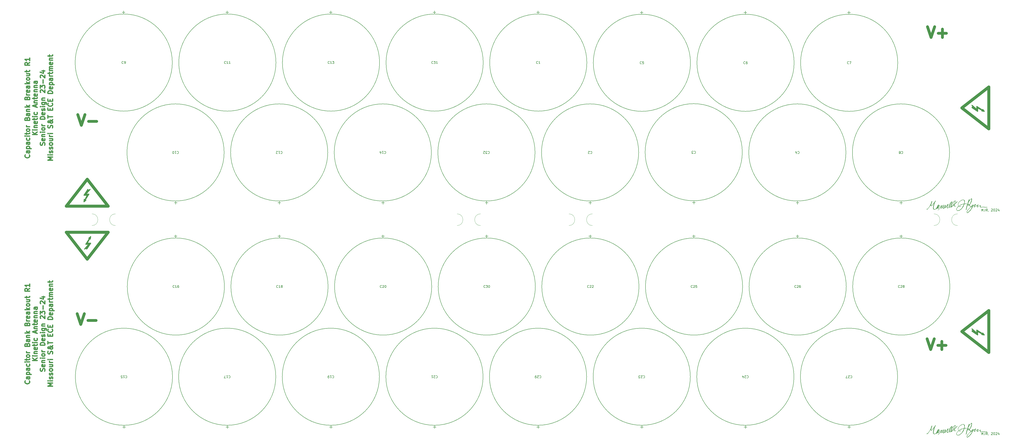
<source format=gto>
G04 #@! TF.GenerationSoftware,KiCad,Pcbnew,7.0.2*
G04 #@! TF.CreationDate,2024-02-27T17:42:23-06:00*
G04 #@! TF.ProjectId,CapBankBreakout,43617042-616e-46b4-9272-65616b6f7574,rev?*
G04 #@! TF.SameCoordinates,Original*
G04 #@! TF.FileFunction,Legend,Top*
G04 #@! TF.FilePolarity,Positive*
%FSLAX46Y46*%
G04 Gerber Fmt 4.6, Leading zero omitted, Abs format (unit mm)*
G04 Created by KiCad (PCBNEW 7.0.2) date 2024-02-27 17:42:23*
%MOMM*%
%LPD*%
G01*
G04 APERTURE LIST*
%ADD10C,1.143000*%
%ADD11C,0.500000*%
%ADD12C,0.150000*%
%ADD13C,0.100000*%
%ADD14C,0.010000*%
%ADD15C,1.270000*%
%ADD16C,0.381000*%
%ADD17C,0.152400*%
%ADD18R,18.288000X18.288000*%
%ADD19C,0.500000*%
%ADD20R,2.082800X2.082800*%
%ADD21C,2.082800*%
G04 APERTURE END LIST*
D10*
X131445714Y-152868474D02*
X132969714Y-157440474D01*
X132969714Y-157440474D02*
X134493714Y-152868474D01*
X136017714Y-155698760D02*
X139501143Y-155698760D01*
X131245714Y-237468474D02*
X132769714Y-242040474D01*
X132769714Y-242040474D02*
X134293714Y-237468474D01*
X135817714Y-240298760D02*
X139301143Y-240298760D01*
X492045714Y-248068474D02*
X493569714Y-252640474D01*
X493569714Y-252640474D02*
X495093714Y-248068474D01*
X496617714Y-250898760D02*
X500101143Y-250898760D01*
X498359428Y-252640474D02*
X498359428Y-249157045D01*
X492245714Y-115468474D02*
X493769714Y-120040474D01*
X493769714Y-120040474D02*
X495293714Y-115468474D01*
X496817714Y-118298760D02*
X500301143Y-118298760D01*
X498559428Y-120040474D02*
X498559428Y-116557045D01*
D11*
X110874761Y-169952382D02*
X110970000Y-170047620D01*
X110970000Y-170047620D02*
X111065238Y-170333334D01*
X111065238Y-170333334D02*
X111065238Y-170523810D01*
X111065238Y-170523810D02*
X110970000Y-170809525D01*
X110970000Y-170809525D02*
X110779523Y-171000001D01*
X110779523Y-171000001D02*
X110589047Y-171095239D01*
X110589047Y-171095239D02*
X110208095Y-171190477D01*
X110208095Y-171190477D02*
X109922380Y-171190477D01*
X109922380Y-171190477D02*
X109541428Y-171095239D01*
X109541428Y-171095239D02*
X109350952Y-171000001D01*
X109350952Y-171000001D02*
X109160476Y-170809525D01*
X109160476Y-170809525D02*
X109065238Y-170523810D01*
X109065238Y-170523810D02*
X109065238Y-170333334D01*
X109065238Y-170333334D02*
X109160476Y-170047620D01*
X109160476Y-170047620D02*
X109255714Y-169952382D01*
X111065238Y-168238096D02*
X110017619Y-168238096D01*
X110017619Y-168238096D02*
X109827142Y-168333334D01*
X109827142Y-168333334D02*
X109731904Y-168523810D01*
X109731904Y-168523810D02*
X109731904Y-168904763D01*
X109731904Y-168904763D02*
X109827142Y-169095239D01*
X110970000Y-168238096D02*
X111065238Y-168428572D01*
X111065238Y-168428572D02*
X111065238Y-168904763D01*
X111065238Y-168904763D02*
X110970000Y-169095239D01*
X110970000Y-169095239D02*
X110779523Y-169190477D01*
X110779523Y-169190477D02*
X110589047Y-169190477D01*
X110589047Y-169190477D02*
X110398571Y-169095239D01*
X110398571Y-169095239D02*
X110303333Y-168904763D01*
X110303333Y-168904763D02*
X110303333Y-168428572D01*
X110303333Y-168428572D02*
X110208095Y-168238096D01*
X109731904Y-167285715D02*
X111731904Y-167285715D01*
X109827142Y-167285715D02*
X109731904Y-167095239D01*
X109731904Y-167095239D02*
X109731904Y-166714286D01*
X109731904Y-166714286D02*
X109827142Y-166523810D01*
X109827142Y-166523810D02*
X109922380Y-166428572D01*
X109922380Y-166428572D02*
X110112857Y-166333334D01*
X110112857Y-166333334D02*
X110684285Y-166333334D01*
X110684285Y-166333334D02*
X110874761Y-166428572D01*
X110874761Y-166428572D02*
X110970000Y-166523810D01*
X110970000Y-166523810D02*
X111065238Y-166714286D01*
X111065238Y-166714286D02*
X111065238Y-167095239D01*
X111065238Y-167095239D02*
X110970000Y-167285715D01*
X111065238Y-164619048D02*
X110017619Y-164619048D01*
X110017619Y-164619048D02*
X109827142Y-164714286D01*
X109827142Y-164714286D02*
X109731904Y-164904762D01*
X109731904Y-164904762D02*
X109731904Y-165285715D01*
X109731904Y-165285715D02*
X109827142Y-165476191D01*
X110970000Y-164619048D02*
X111065238Y-164809524D01*
X111065238Y-164809524D02*
X111065238Y-165285715D01*
X111065238Y-165285715D02*
X110970000Y-165476191D01*
X110970000Y-165476191D02*
X110779523Y-165571429D01*
X110779523Y-165571429D02*
X110589047Y-165571429D01*
X110589047Y-165571429D02*
X110398571Y-165476191D01*
X110398571Y-165476191D02*
X110303333Y-165285715D01*
X110303333Y-165285715D02*
X110303333Y-164809524D01*
X110303333Y-164809524D02*
X110208095Y-164619048D01*
X110970000Y-162809524D02*
X111065238Y-163000000D01*
X111065238Y-163000000D02*
X111065238Y-163380953D01*
X111065238Y-163380953D02*
X110970000Y-163571429D01*
X110970000Y-163571429D02*
X110874761Y-163666667D01*
X110874761Y-163666667D02*
X110684285Y-163761905D01*
X110684285Y-163761905D02*
X110112857Y-163761905D01*
X110112857Y-163761905D02*
X109922380Y-163666667D01*
X109922380Y-163666667D02*
X109827142Y-163571429D01*
X109827142Y-163571429D02*
X109731904Y-163380953D01*
X109731904Y-163380953D02*
X109731904Y-163000000D01*
X109731904Y-163000000D02*
X109827142Y-162809524D01*
X111065238Y-161952381D02*
X109731904Y-161952381D01*
X109065238Y-161952381D02*
X109160476Y-162047619D01*
X109160476Y-162047619D02*
X109255714Y-161952381D01*
X109255714Y-161952381D02*
X109160476Y-161857143D01*
X109160476Y-161857143D02*
X109065238Y-161952381D01*
X109065238Y-161952381D02*
X109255714Y-161952381D01*
X109731904Y-161285714D02*
X109731904Y-160523810D01*
X109065238Y-161000000D02*
X110779523Y-161000000D01*
X110779523Y-161000000D02*
X110970000Y-160904762D01*
X110970000Y-160904762D02*
X111065238Y-160714286D01*
X111065238Y-160714286D02*
X111065238Y-160523810D01*
X111065238Y-159571429D02*
X110970000Y-159761905D01*
X110970000Y-159761905D02*
X110874761Y-159857143D01*
X110874761Y-159857143D02*
X110684285Y-159952381D01*
X110684285Y-159952381D02*
X110112857Y-159952381D01*
X110112857Y-159952381D02*
X109922380Y-159857143D01*
X109922380Y-159857143D02*
X109827142Y-159761905D01*
X109827142Y-159761905D02*
X109731904Y-159571429D01*
X109731904Y-159571429D02*
X109731904Y-159285714D01*
X109731904Y-159285714D02*
X109827142Y-159095238D01*
X109827142Y-159095238D02*
X109922380Y-159000000D01*
X109922380Y-159000000D02*
X110112857Y-158904762D01*
X110112857Y-158904762D02*
X110684285Y-158904762D01*
X110684285Y-158904762D02*
X110874761Y-159000000D01*
X110874761Y-159000000D02*
X110970000Y-159095238D01*
X110970000Y-159095238D02*
X111065238Y-159285714D01*
X111065238Y-159285714D02*
X111065238Y-159571429D01*
X111065238Y-158047619D02*
X109731904Y-158047619D01*
X110112857Y-158047619D02*
X109922380Y-157952381D01*
X109922380Y-157952381D02*
X109827142Y-157857143D01*
X109827142Y-157857143D02*
X109731904Y-157666667D01*
X109731904Y-157666667D02*
X109731904Y-157476190D01*
X110017619Y-154619047D02*
X110112857Y-154333333D01*
X110112857Y-154333333D02*
X110208095Y-154238095D01*
X110208095Y-154238095D02*
X110398571Y-154142857D01*
X110398571Y-154142857D02*
X110684285Y-154142857D01*
X110684285Y-154142857D02*
X110874761Y-154238095D01*
X110874761Y-154238095D02*
X110970000Y-154333333D01*
X110970000Y-154333333D02*
X111065238Y-154523809D01*
X111065238Y-154523809D02*
X111065238Y-155285714D01*
X111065238Y-155285714D02*
X109065238Y-155285714D01*
X109065238Y-155285714D02*
X109065238Y-154619047D01*
X109065238Y-154619047D02*
X109160476Y-154428571D01*
X109160476Y-154428571D02*
X109255714Y-154333333D01*
X109255714Y-154333333D02*
X109446190Y-154238095D01*
X109446190Y-154238095D02*
X109636666Y-154238095D01*
X109636666Y-154238095D02*
X109827142Y-154333333D01*
X109827142Y-154333333D02*
X109922380Y-154428571D01*
X109922380Y-154428571D02*
X110017619Y-154619047D01*
X110017619Y-154619047D02*
X110017619Y-155285714D01*
X111065238Y-152428571D02*
X110017619Y-152428571D01*
X110017619Y-152428571D02*
X109827142Y-152523809D01*
X109827142Y-152523809D02*
X109731904Y-152714285D01*
X109731904Y-152714285D02*
X109731904Y-153095238D01*
X109731904Y-153095238D02*
X109827142Y-153285714D01*
X110970000Y-152428571D02*
X111065238Y-152619047D01*
X111065238Y-152619047D02*
X111065238Y-153095238D01*
X111065238Y-153095238D02*
X110970000Y-153285714D01*
X110970000Y-153285714D02*
X110779523Y-153380952D01*
X110779523Y-153380952D02*
X110589047Y-153380952D01*
X110589047Y-153380952D02*
X110398571Y-153285714D01*
X110398571Y-153285714D02*
X110303333Y-153095238D01*
X110303333Y-153095238D02*
X110303333Y-152619047D01*
X110303333Y-152619047D02*
X110208095Y-152428571D01*
X109731904Y-151476190D02*
X111065238Y-151476190D01*
X109922380Y-151476190D02*
X109827142Y-151380952D01*
X109827142Y-151380952D02*
X109731904Y-151190476D01*
X109731904Y-151190476D02*
X109731904Y-150904761D01*
X109731904Y-150904761D02*
X109827142Y-150714285D01*
X109827142Y-150714285D02*
X110017619Y-150619047D01*
X110017619Y-150619047D02*
X111065238Y-150619047D01*
X111065238Y-149666666D02*
X109065238Y-149666666D01*
X110303333Y-149476190D02*
X111065238Y-148904761D01*
X109731904Y-148904761D02*
X110493809Y-149666666D01*
X110017619Y-145857141D02*
X110112857Y-145571427D01*
X110112857Y-145571427D02*
X110208095Y-145476189D01*
X110208095Y-145476189D02*
X110398571Y-145380951D01*
X110398571Y-145380951D02*
X110684285Y-145380951D01*
X110684285Y-145380951D02*
X110874761Y-145476189D01*
X110874761Y-145476189D02*
X110970000Y-145571427D01*
X110970000Y-145571427D02*
X111065238Y-145761903D01*
X111065238Y-145761903D02*
X111065238Y-146523808D01*
X111065238Y-146523808D02*
X109065238Y-146523808D01*
X109065238Y-146523808D02*
X109065238Y-145857141D01*
X109065238Y-145857141D02*
X109160476Y-145666665D01*
X109160476Y-145666665D02*
X109255714Y-145571427D01*
X109255714Y-145571427D02*
X109446190Y-145476189D01*
X109446190Y-145476189D02*
X109636666Y-145476189D01*
X109636666Y-145476189D02*
X109827142Y-145571427D01*
X109827142Y-145571427D02*
X109922380Y-145666665D01*
X109922380Y-145666665D02*
X110017619Y-145857141D01*
X110017619Y-145857141D02*
X110017619Y-146523808D01*
X111065238Y-144523808D02*
X109731904Y-144523808D01*
X110112857Y-144523808D02*
X109922380Y-144428570D01*
X109922380Y-144428570D02*
X109827142Y-144333332D01*
X109827142Y-144333332D02*
X109731904Y-144142856D01*
X109731904Y-144142856D02*
X109731904Y-143952379D01*
X110970000Y-142523808D02*
X111065238Y-142714284D01*
X111065238Y-142714284D02*
X111065238Y-143095237D01*
X111065238Y-143095237D02*
X110970000Y-143285713D01*
X110970000Y-143285713D02*
X110779523Y-143380951D01*
X110779523Y-143380951D02*
X110017619Y-143380951D01*
X110017619Y-143380951D02*
X109827142Y-143285713D01*
X109827142Y-143285713D02*
X109731904Y-143095237D01*
X109731904Y-143095237D02*
X109731904Y-142714284D01*
X109731904Y-142714284D02*
X109827142Y-142523808D01*
X109827142Y-142523808D02*
X110017619Y-142428570D01*
X110017619Y-142428570D02*
X110208095Y-142428570D01*
X110208095Y-142428570D02*
X110398571Y-143380951D01*
X111065238Y-140714284D02*
X110017619Y-140714284D01*
X110017619Y-140714284D02*
X109827142Y-140809522D01*
X109827142Y-140809522D02*
X109731904Y-140999998D01*
X109731904Y-140999998D02*
X109731904Y-141380951D01*
X109731904Y-141380951D02*
X109827142Y-141571427D01*
X110970000Y-140714284D02*
X111065238Y-140904760D01*
X111065238Y-140904760D02*
X111065238Y-141380951D01*
X111065238Y-141380951D02*
X110970000Y-141571427D01*
X110970000Y-141571427D02*
X110779523Y-141666665D01*
X110779523Y-141666665D02*
X110589047Y-141666665D01*
X110589047Y-141666665D02*
X110398571Y-141571427D01*
X110398571Y-141571427D02*
X110303333Y-141380951D01*
X110303333Y-141380951D02*
X110303333Y-140904760D01*
X110303333Y-140904760D02*
X110208095Y-140714284D01*
X111065238Y-139761903D02*
X109065238Y-139761903D01*
X110303333Y-139571427D02*
X111065238Y-138999998D01*
X109731904Y-138999998D02*
X110493809Y-139761903D01*
X111065238Y-137857141D02*
X110970000Y-138047617D01*
X110970000Y-138047617D02*
X110874761Y-138142855D01*
X110874761Y-138142855D02*
X110684285Y-138238093D01*
X110684285Y-138238093D02*
X110112857Y-138238093D01*
X110112857Y-138238093D02*
X109922380Y-138142855D01*
X109922380Y-138142855D02*
X109827142Y-138047617D01*
X109827142Y-138047617D02*
X109731904Y-137857141D01*
X109731904Y-137857141D02*
X109731904Y-137571426D01*
X109731904Y-137571426D02*
X109827142Y-137380950D01*
X109827142Y-137380950D02*
X109922380Y-137285712D01*
X109922380Y-137285712D02*
X110112857Y-137190474D01*
X110112857Y-137190474D02*
X110684285Y-137190474D01*
X110684285Y-137190474D02*
X110874761Y-137285712D01*
X110874761Y-137285712D02*
X110970000Y-137380950D01*
X110970000Y-137380950D02*
X111065238Y-137571426D01*
X111065238Y-137571426D02*
X111065238Y-137857141D01*
X109731904Y-135476188D02*
X111065238Y-135476188D01*
X109731904Y-136333331D02*
X110779523Y-136333331D01*
X110779523Y-136333331D02*
X110970000Y-136238093D01*
X110970000Y-136238093D02*
X111065238Y-136047617D01*
X111065238Y-136047617D02*
X111065238Y-135761902D01*
X111065238Y-135761902D02*
X110970000Y-135571426D01*
X110970000Y-135571426D02*
X110874761Y-135476188D01*
X109731904Y-134809521D02*
X109731904Y-134047617D01*
X109065238Y-134523807D02*
X110779523Y-134523807D01*
X110779523Y-134523807D02*
X110970000Y-134428569D01*
X110970000Y-134428569D02*
X111065238Y-134238093D01*
X111065238Y-134238093D02*
X111065238Y-134047617D01*
X111065238Y-130714283D02*
X110112857Y-131380950D01*
X111065238Y-131857140D02*
X109065238Y-131857140D01*
X109065238Y-131857140D02*
X109065238Y-131095235D01*
X109065238Y-131095235D02*
X109160476Y-130904759D01*
X109160476Y-130904759D02*
X109255714Y-130809521D01*
X109255714Y-130809521D02*
X109446190Y-130714283D01*
X109446190Y-130714283D02*
X109731904Y-130714283D01*
X109731904Y-130714283D02*
X109922380Y-130809521D01*
X109922380Y-130809521D02*
X110017619Y-130904759D01*
X110017619Y-130904759D02*
X110112857Y-131095235D01*
X110112857Y-131095235D02*
X110112857Y-131857140D01*
X111065238Y-128809521D02*
X111065238Y-129952378D01*
X111065238Y-129380950D02*
X109065238Y-129380950D01*
X109065238Y-129380950D02*
X109350952Y-129571426D01*
X109350952Y-129571426D02*
X109541428Y-129761902D01*
X109541428Y-129761902D02*
X109636666Y-129952378D01*
X114305238Y-161333334D02*
X112305238Y-161333334D01*
X114305238Y-160190477D02*
X113162380Y-161047620D01*
X112305238Y-160190477D02*
X113448095Y-161333334D01*
X114305238Y-159333334D02*
X112971904Y-159333334D01*
X112305238Y-159333334D02*
X112400476Y-159428572D01*
X112400476Y-159428572D02*
X112495714Y-159333334D01*
X112495714Y-159333334D02*
X112400476Y-159238096D01*
X112400476Y-159238096D02*
X112305238Y-159333334D01*
X112305238Y-159333334D02*
X112495714Y-159333334D01*
X112971904Y-158380953D02*
X114305238Y-158380953D01*
X113162380Y-158380953D02*
X113067142Y-158285715D01*
X113067142Y-158285715D02*
X112971904Y-158095239D01*
X112971904Y-158095239D02*
X112971904Y-157809524D01*
X112971904Y-157809524D02*
X113067142Y-157619048D01*
X113067142Y-157619048D02*
X113257619Y-157523810D01*
X113257619Y-157523810D02*
X114305238Y-157523810D01*
X114210000Y-155809524D02*
X114305238Y-156000000D01*
X114305238Y-156000000D02*
X114305238Y-156380953D01*
X114305238Y-156380953D02*
X114210000Y-156571429D01*
X114210000Y-156571429D02*
X114019523Y-156666667D01*
X114019523Y-156666667D02*
X113257619Y-156666667D01*
X113257619Y-156666667D02*
X113067142Y-156571429D01*
X113067142Y-156571429D02*
X112971904Y-156380953D01*
X112971904Y-156380953D02*
X112971904Y-156000000D01*
X112971904Y-156000000D02*
X113067142Y-155809524D01*
X113067142Y-155809524D02*
X113257619Y-155714286D01*
X113257619Y-155714286D02*
X113448095Y-155714286D01*
X113448095Y-155714286D02*
X113638571Y-156666667D01*
X112971904Y-155142857D02*
X112971904Y-154380953D01*
X112305238Y-154857143D02*
X114019523Y-154857143D01*
X114019523Y-154857143D02*
X114210000Y-154761905D01*
X114210000Y-154761905D02*
X114305238Y-154571429D01*
X114305238Y-154571429D02*
X114305238Y-154380953D01*
X114305238Y-153714286D02*
X112971904Y-153714286D01*
X112305238Y-153714286D02*
X112400476Y-153809524D01*
X112400476Y-153809524D02*
X112495714Y-153714286D01*
X112495714Y-153714286D02*
X112400476Y-153619048D01*
X112400476Y-153619048D02*
X112305238Y-153714286D01*
X112305238Y-153714286D02*
X112495714Y-153714286D01*
X114210000Y-151904762D02*
X114305238Y-152095238D01*
X114305238Y-152095238D02*
X114305238Y-152476191D01*
X114305238Y-152476191D02*
X114210000Y-152666667D01*
X114210000Y-152666667D02*
X114114761Y-152761905D01*
X114114761Y-152761905D02*
X113924285Y-152857143D01*
X113924285Y-152857143D02*
X113352857Y-152857143D01*
X113352857Y-152857143D02*
X113162380Y-152761905D01*
X113162380Y-152761905D02*
X113067142Y-152666667D01*
X113067142Y-152666667D02*
X112971904Y-152476191D01*
X112971904Y-152476191D02*
X112971904Y-152095238D01*
X112971904Y-152095238D02*
X113067142Y-151904762D01*
X113733809Y-149619047D02*
X113733809Y-148666666D01*
X114305238Y-149809523D02*
X112305238Y-149142857D01*
X112305238Y-149142857D02*
X114305238Y-148476190D01*
X112971904Y-147809523D02*
X114305238Y-147809523D01*
X113162380Y-147809523D02*
X113067142Y-147714285D01*
X113067142Y-147714285D02*
X112971904Y-147523809D01*
X112971904Y-147523809D02*
X112971904Y-147238094D01*
X112971904Y-147238094D02*
X113067142Y-147047618D01*
X113067142Y-147047618D02*
X113257619Y-146952380D01*
X113257619Y-146952380D02*
X114305238Y-146952380D01*
X112971904Y-146285713D02*
X112971904Y-145523809D01*
X112305238Y-145999999D02*
X114019523Y-145999999D01*
X114019523Y-145999999D02*
X114210000Y-145904761D01*
X114210000Y-145904761D02*
X114305238Y-145714285D01*
X114305238Y-145714285D02*
X114305238Y-145523809D01*
X114210000Y-144095237D02*
X114305238Y-144285713D01*
X114305238Y-144285713D02*
X114305238Y-144666666D01*
X114305238Y-144666666D02*
X114210000Y-144857142D01*
X114210000Y-144857142D02*
X114019523Y-144952380D01*
X114019523Y-144952380D02*
X113257619Y-144952380D01*
X113257619Y-144952380D02*
X113067142Y-144857142D01*
X113067142Y-144857142D02*
X112971904Y-144666666D01*
X112971904Y-144666666D02*
X112971904Y-144285713D01*
X112971904Y-144285713D02*
X113067142Y-144095237D01*
X113067142Y-144095237D02*
X113257619Y-143999999D01*
X113257619Y-143999999D02*
X113448095Y-143999999D01*
X113448095Y-143999999D02*
X113638571Y-144952380D01*
X112971904Y-143142856D02*
X114305238Y-143142856D01*
X113162380Y-143142856D02*
X113067142Y-143047618D01*
X113067142Y-143047618D02*
X112971904Y-142857142D01*
X112971904Y-142857142D02*
X112971904Y-142571427D01*
X112971904Y-142571427D02*
X113067142Y-142380951D01*
X113067142Y-142380951D02*
X113257619Y-142285713D01*
X113257619Y-142285713D02*
X114305238Y-142285713D01*
X112971904Y-141333332D02*
X114305238Y-141333332D01*
X113162380Y-141333332D02*
X113067142Y-141238094D01*
X113067142Y-141238094D02*
X112971904Y-141047618D01*
X112971904Y-141047618D02*
X112971904Y-140761903D01*
X112971904Y-140761903D02*
X113067142Y-140571427D01*
X113067142Y-140571427D02*
X113257619Y-140476189D01*
X113257619Y-140476189D02*
X114305238Y-140476189D01*
X114305238Y-138666665D02*
X113257619Y-138666665D01*
X113257619Y-138666665D02*
X113067142Y-138761903D01*
X113067142Y-138761903D02*
X112971904Y-138952379D01*
X112971904Y-138952379D02*
X112971904Y-139333332D01*
X112971904Y-139333332D02*
X113067142Y-139523808D01*
X114210000Y-138666665D02*
X114305238Y-138857141D01*
X114305238Y-138857141D02*
X114305238Y-139333332D01*
X114305238Y-139333332D02*
X114210000Y-139523808D01*
X114210000Y-139523808D02*
X114019523Y-139619046D01*
X114019523Y-139619046D02*
X113829047Y-139619046D01*
X113829047Y-139619046D02*
X113638571Y-139523808D01*
X113638571Y-139523808D02*
X113543333Y-139333332D01*
X113543333Y-139333332D02*
X113543333Y-138857141D01*
X113543333Y-138857141D02*
X113448095Y-138666665D01*
X117450000Y-165857143D02*
X117545238Y-165571429D01*
X117545238Y-165571429D02*
X117545238Y-165095238D01*
X117545238Y-165095238D02*
X117450000Y-164904762D01*
X117450000Y-164904762D02*
X117354761Y-164809524D01*
X117354761Y-164809524D02*
X117164285Y-164714286D01*
X117164285Y-164714286D02*
X116973809Y-164714286D01*
X116973809Y-164714286D02*
X116783333Y-164809524D01*
X116783333Y-164809524D02*
X116688095Y-164904762D01*
X116688095Y-164904762D02*
X116592857Y-165095238D01*
X116592857Y-165095238D02*
X116497619Y-165476191D01*
X116497619Y-165476191D02*
X116402380Y-165666667D01*
X116402380Y-165666667D02*
X116307142Y-165761905D01*
X116307142Y-165761905D02*
X116116666Y-165857143D01*
X116116666Y-165857143D02*
X115926190Y-165857143D01*
X115926190Y-165857143D02*
X115735714Y-165761905D01*
X115735714Y-165761905D02*
X115640476Y-165666667D01*
X115640476Y-165666667D02*
X115545238Y-165476191D01*
X115545238Y-165476191D02*
X115545238Y-165000000D01*
X115545238Y-165000000D02*
X115640476Y-164714286D01*
X117450000Y-163095238D02*
X117545238Y-163285714D01*
X117545238Y-163285714D02*
X117545238Y-163666667D01*
X117545238Y-163666667D02*
X117450000Y-163857143D01*
X117450000Y-163857143D02*
X117259523Y-163952381D01*
X117259523Y-163952381D02*
X116497619Y-163952381D01*
X116497619Y-163952381D02*
X116307142Y-163857143D01*
X116307142Y-163857143D02*
X116211904Y-163666667D01*
X116211904Y-163666667D02*
X116211904Y-163285714D01*
X116211904Y-163285714D02*
X116307142Y-163095238D01*
X116307142Y-163095238D02*
X116497619Y-163000000D01*
X116497619Y-163000000D02*
X116688095Y-163000000D01*
X116688095Y-163000000D02*
X116878571Y-163952381D01*
X116211904Y-162142857D02*
X117545238Y-162142857D01*
X116402380Y-162142857D02*
X116307142Y-162047619D01*
X116307142Y-162047619D02*
X116211904Y-161857143D01*
X116211904Y-161857143D02*
X116211904Y-161571428D01*
X116211904Y-161571428D02*
X116307142Y-161380952D01*
X116307142Y-161380952D02*
X116497619Y-161285714D01*
X116497619Y-161285714D02*
X117545238Y-161285714D01*
X117545238Y-160333333D02*
X116211904Y-160333333D01*
X115545238Y-160333333D02*
X115640476Y-160428571D01*
X115640476Y-160428571D02*
X115735714Y-160333333D01*
X115735714Y-160333333D02*
X115640476Y-160238095D01*
X115640476Y-160238095D02*
X115545238Y-160333333D01*
X115545238Y-160333333D02*
X115735714Y-160333333D01*
X117545238Y-159095238D02*
X117450000Y-159285714D01*
X117450000Y-159285714D02*
X117354761Y-159380952D01*
X117354761Y-159380952D02*
X117164285Y-159476190D01*
X117164285Y-159476190D02*
X116592857Y-159476190D01*
X116592857Y-159476190D02*
X116402380Y-159380952D01*
X116402380Y-159380952D02*
X116307142Y-159285714D01*
X116307142Y-159285714D02*
X116211904Y-159095238D01*
X116211904Y-159095238D02*
X116211904Y-158809523D01*
X116211904Y-158809523D02*
X116307142Y-158619047D01*
X116307142Y-158619047D02*
X116402380Y-158523809D01*
X116402380Y-158523809D02*
X116592857Y-158428571D01*
X116592857Y-158428571D02*
X117164285Y-158428571D01*
X117164285Y-158428571D02*
X117354761Y-158523809D01*
X117354761Y-158523809D02*
X117450000Y-158619047D01*
X117450000Y-158619047D02*
X117545238Y-158809523D01*
X117545238Y-158809523D02*
X117545238Y-159095238D01*
X117545238Y-157571428D02*
X116211904Y-157571428D01*
X116592857Y-157571428D02*
X116402380Y-157476190D01*
X116402380Y-157476190D02*
X116307142Y-157380952D01*
X116307142Y-157380952D02*
X116211904Y-157190476D01*
X116211904Y-157190476D02*
X116211904Y-156999999D01*
X117545238Y-154809523D02*
X115545238Y-154809523D01*
X115545238Y-154809523D02*
X115545238Y-154333333D01*
X115545238Y-154333333D02*
X115640476Y-154047618D01*
X115640476Y-154047618D02*
X115830952Y-153857142D01*
X115830952Y-153857142D02*
X116021428Y-153761904D01*
X116021428Y-153761904D02*
X116402380Y-153666666D01*
X116402380Y-153666666D02*
X116688095Y-153666666D01*
X116688095Y-153666666D02*
X117069047Y-153761904D01*
X117069047Y-153761904D02*
X117259523Y-153857142D01*
X117259523Y-153857142D02*
X117450000Y-154047618D01*
X117450000Y-154047618D02*
X117545238Y-154333333D01*
X117545238Y-154333333D02*
X117545238Y-154809523D01*
X117450000Y-152047618D02*
X117545238Y-152238094D01*
X117545238Y-152238094D02*
X117545238Y-152619047D01*
X117545238Y-152619047D02*
X117450000Y-152809523D01*
X117450000Y-152809523D02*
X117259523Y-152904761D01*
X117259523Y-152904761D02*
X116497619Y-152904761D01*
X116497619Y-152904761D02*
X116307142Y-152809523D01*
X116307142Y-152809523D02*
X116211904Y-152619047D01*
X116211904Y-152619047D02*
X116211904Y-152238094D01*
X116211904Y-152238094D02*
X116307142Y-152047618D01*
X116307142Y-152047618D02*
X116497619Y-151952380D01*
X116497619Y-151952380D02*
X116688095Y-151952380D01*
X116688095Y-151952380D02*
X116878571Y-152904761D01*
X117450000Y-151190475D02*
X117545238Y-150999999D01*
X117545238Y-150999999D02*
X117545238Y-150619047D01*
X117545238Y-150619047D02*
X117450000Y-150428570D01*
X117450000Y-150428570D02*
X117259523Y-150333332D01*
X117259523Y-150333332D02*
X117164285Y-150333332D01*
X117164285Y-150333332D02*
X116973809Y-150428570D01*
X116973809Y-150428570D02*
X116878571Y-150619047D01*
X116878571Y-150619047D02*
X116878571Y-150904761D01*
X116878571Y-150904761D02*
X116783333Y-151095237D01*
X116783333Y-151095237D02*
X116592857Y-151190475D01*
X116592857Y-151190475D02*
X116497619Y-151190475D01*
X116497619Y-151190475D02*
X116307142Y-151095237D01*
X116307142Y-151095237D02*
X116211904Y-150904761D01*
X116211904Y-150904761D02*
X116211904Y-150619047D01*
X116211904Y-150619047D02*
X116307142Y-150428570D01*
X117545238Y-149476189D02*
X116211904Y-149476189D01*
X115545238Y-149476189D02*
X115640476Y-149571427D01*
X115640476Y-149571427D02*
X115735714Y-149476189D01*
X115735714Y-149476189D02*
X115640476Y-149380951D01*
X115640476Y-149380951D02*
X115545238Y-149476189D01*
X115545238Y-149476189D02*
X115735714Y-149476189D01*
X116211904Y-147666665D02*
X117830952Y-147666665D01*
X117830952Y-147666665D02*
X118021428Y-147761903D01*
X118021428Y-147761903D02*
X118116666Y-147857141D01*
X118116666Y-147857141D02*
X118211904Y-148047618D01*
X118211904Y-148047618D02*
X118211904Y-148333332D01*
X118211904Y-148333332D02*
X118116666Y-148523808D01*
X117450000Y-147666665D02*
X117545238Y-147857141D01*
X117545238Y-147857141D02*
X117545238Y-148238094D01*
X117545238Y-148238094D02*
X117450000Y-148428570D01*
X117450000Y-148428570D02*
X117354761Y-148523808D01*
X117354761Y-148523808D02*
X117164285Y-148619046D01*
X117164285Y-148619046D02*
X116592857Y-148619046D01*
X116592857Y-148619046D02*
X116402380Y-148523808D01*
X116402380Y-148523808D02*
X116307142Y-148428570D01*
X116307142Y-148428570D02*
X116211904Y-148238094D01*
X116211904Y-148238094D02*
X116211904Y-147857141D01*
X116211904Y-147857141D02*
X116307142Y-147666665D01*
X116211904Y-146714284D02*
X117545238Y-146714284D01*
X116402380Y-146714284D02*
X116307142Y-146619046D01*
X116307142Y-146619046D02*
X116211904Y-146428570D01*
X116211904Y-146428570D02*
X116211904Y-146142855D01*
X116211904Y-146142855D02*
X116307142Y-145952379D01*
X116307142Y-145952379D02*
X116497619Y-145857141D01*
X116497619Y-145857141D02*
X117545238Y-145857141D01*
X115735714Y-143476188D02*
X115640476Y-143380950D01*
X115640476Y-143380950D02*
X115545238Y-143190474D01*
X115545238Y-143190474D02*
X115545238Y-142714283D01*
X115545238Y-142714283D02*
X115640476Y-142523807D01*
X115640476Y-142523807D02*
X115735714Y-142428569D01*
X115735714Y-142428569D02*
X115926190Y-142333331D01*
X115926190Y-142333331D02*
X116116666Y-142333331D01*
X116116666Y-142333331D02*
X116402380Y-142428569D01*
X116402380Y-142428569D02*
X117545238Y-143571426D01*
X117545238Y-143571426D02*
X117545238Y-142333331D01*
X115545238Y-141666664D02*
X115545238Y-140428569D01*
X115545238Y-140428569D02*
X116307142Y-141095236D01*
X116307142Y-141095236D02*
X116307142Y-140809521D01*
X116307142Y-140809521D02*
X116402380Y-140619045D01*
X116402380Y-140619045D02*
X116497619Y-140523807D01*
X116497619Y-140523807D02*
X116688095Y-140428569D01*
X116688095Y-140428569D02*
X117164285Y-140428569D01*
X117164285Y-140428569D02*
X117354761Y-140523807D01*
X117354761Y-140523807D02*
X117450000Y-140619045D01*
X117450000Y-140619045D02*
X117545238Y-140809521D01*
X117545238Y-140809521D02*
X117545238Y-141380950D01*
X117545238Y-141380950D02*
X117450000Y-141571426D01*
X117450000Y-141571426D02*
X117354761Y-141666664D01*
X116783333Y-139571426D02*
X116783333Y-138047617D01*
X115735714Y-137190474D02*
X115640476Y-137095236D01*
X115640476Y-137095236D02*
X115545238Y-136904760D01*
X115545238Y-136904760D02*
X115545238Y-136428569D01*
X115545238Y-136428569D02*
X115640476Y-136238093D01*
X115640476Y-136238093D02*
X115735714Y-136142855D01*
X115735714Y-136142855D02*
X115926190Y-136047617D01*
X115926190Y-136047617D02*
X116116666Y-136047617D01*
X116116666Y-136047617D02*
X116402380Y-136142855D01*
X116402380Y-136142855D02*
X117545238Y-137285712D01*
X117545238Y-137285712D02*
X117545238Y-136047617D01*
X116211904Y-134333331D02*
X117545238Y-134333331D01*
X115450000Y-134809522D02*
X116878571Y-135285712D01*
X116878571Y-135285712D02*
X116878571Y-134047617D01*
X120785238Y-172238096D02*
X118785238Y-172238096D01*
X118785238Y-172238096D02*
X120213809Y-171571429D01*
X120213809Y-171571429D02*
X118785238Y-170904763D01*
X118785238Y-170904763D02*
X120785238Y-170904763D01*
X120785238Y-169952382D02*
X119451904Y-169952382D01*
X118785238Y-169952382D02*
X118880476Y-170047620D01*
X118880476Y-170047620D02*
X118975714Y-169952382D01*
X118975714Y-169952382D02*
X118880476Y-169857144D01*
X118880476Y-169857144D02*
X118785238Y-169952382D01*
X118785238Y-169952382D02*
X118975714Y-169952382D01*
X120690000Y-169095239D02*
X120785238Y-168904763D01*
X120785238Y-168904763D02*
X120785238Y-168523811D01*
X120785238Y-168523811D02*
X120690000Y-168333334D01*
X120690000Y-168333334D02*
X120499523Y-168238096D01*
X120499523Y-168238096D02*
X120404285Y-168238096D01*
X120404285Y-168238096D02*
X120213809Y-168333334D01*
X120213809Y-168333334D02*
X120118571Y-168523811D01*
X120118571Y-168523811D02*
X120118571Y-168809525D01*
X120118571Y-168809525D02*
X120023333Y-169000001D01*
X120023333Y-169000001D02*
X119832857Y-169095239D01*
X119832857Y-169095239D02*
X119737619Y-169095239D01*
X119737619Y-169095239D02*
X119547142Y-169000001D01*
X119547142Y-169000001D02*
X119451904Y-168809525D01*
X119451904Y-168809525D02*
X119451904Y-168523811D01*
X119451904Y-168523811D02*
X119547142Y-168333334D01*
X120690000Y-167476191D02*
X120785238Y-167285715D01*
X120785238Y-167285715D02*
X120785238Y-166904763D01*
X120785238Y-166904763D02*
X120690000Y-166714286D01*
X120690000Y-166714286D02*
X120499523Y-166619048D01*
X120499523Y-166619048D02*
X120404285Y-166619048D01*
X120404285Y-166619048D02*
X120213809Y-166714286D01*
X120213809Y-166714286D02*
X120118571Y-166904763D01*
X120118571Y-166904763D02*
X120118571Y-167190477D01*
X120118571Y-167190477D02*
X120023333Y-167380953D01*
X120023333Y-167380953D02*
X119832857Y-167476191D01*
X119832857Y-167476191D02*
X119737619Y-167476191D01*
X119737619Y-167476191D02*
X119547142Y-167380953D01*
X119547142Y-167380953D02*
X119451904Y-167190477D01*
X119451904Y-167190477D02*
X119451904Y-166904763D01*
X119451904Y-166904763D02*
X119547142Y-166714286D01*
X120785238Y-165476191D02*
X120690000Y-165666667D01*
X120690000Y-165666667D02*
X120594761Y-165761905D01*
X120594761Y-165761905D02*
X120404285Y-165857143D01*
X120404285Y-165857143D02*
X119832857Y-165857143D01*
X119832857Y-165857143D02*
X119642380Y-165761905D01*
X119642380Y-165761905D02*
X119547142Y-165666667D01*
X119547142Y-165666667D02*
X119451904Y-165476191D01*
X119451904Y-165476191D02*
X119451904Y-165190476D01*
X119451904Y-165190476D02*
X119547142Y-165000000D01*
X119547142Y-165000000D02*
X119642380Y-164904762D01*
X119642380Y-164904762D02*
X119832857Y-164809524D01*
X119832857Y-164809524D02*
X120404285Y-164809524D01*
X120404285Y-164809524D02*
X120594761Y-164904762D01*
X120594761Y-164904762D02*
X120690000Y-165000000D01*
X120690000Y-165000000D02*
X120785238Y-165190476D01*
X120785238Y-165190476D02*
X120785238Y-165476191D01*
X119451904Y-163095238D02*
X120785238Y-163095238D01*
X119451904Y-163952381D02*
X120499523Y-163952381D01*
X120499523Y-163952381D02*
X120690000Y-163857143D01*
X120690000Y-163857143D02*
X120785238Y-163666667D01*
X120785238Y-163666667D02*
X120785238Y-163380952D01*
X120785238Y-163380952D02*
X120690000Y-163190476D01*
X120690000Y-163190476D02*
X120594761Y-163095238D01*
X120785238Y-162142857D02*
X119451904Y-162142857D01*
X119832857Y-162142857D02*
X119642380Y-162047619D01*
X119642380Y-162047619D02*
X119547142Y-161952381D01*
X119547142Y-161952381D02*
X119451904Y-161761905D01*
X119451904Y-161761905D02*
X119451904Y-161571428D01*
X120785238Y-160904762D02*
X119451904Y-160904762D01*
X118785238Y-160904762D02*
X118880476Y-161000000D01*
X118880476Y-161000000D02*
X118975714Y-160904762D01*
X118975714Y-160904762D02*
X118880476Y-160809524D01*
X118880476Y-160809524D02*
X118785238Y-160904762D01*
X118785238Y-160904762D02*
X118975714Y-160904762D01*
X120690000Y-158523809D02*
X120785238Y-158238095D01*
X120785238Y-158238095D02*
X120785238Y-157761904D01*
X120785238Y-157761904D02*
X120690000Y-157571428D01*
X120690000Y-157571428D02*
X120594761Y-157476190D01*
X120594761Y-157476190D02*
X120404285Y-157380952D01*
X120404285Y-157380952D02*
X120213809Y-157380952D01*
X120213809Y-157380952D02*
X120023333Y-157476190D01*
X120023333Y-157476190D02*
X119928095Y-157571428D01*
X119928095Y-157571428D02*
X119832857Y-157761904D01*
X119832857Y-157761904D02*
X119737619Y-158142857D01*
X119737619Y-158142857D02*
X119642380Y-158333333D01*
X119642380Y-158333333D02*
X119547142Y-158428571D01*
X119547142Y-158428571D02*
X119356666Y-158523809D01*
X119356666Y-158523809D02*
X119166190Y-158523809D01*
X119166190Y-158523809D02*
X118975714Y-158428571D01*
X118975714Y-158428571D02*
X118880476Y-158333333D01*
X118880476Y-158333333D02*
X118785238Y-158142857D01*
X118785238Y-158142857D02*
X118785238Y-157666666D01*
X118785238Y-157666666D02*
X118880476Y-157380952D01*
X120785238Y-154904761D02*
X120785238Y-155000000D01*
X120785238Y-155000000D02*
X120690000Y-155190476D01*
X120690000Y-155190476D02*
X120404285Y-155476190D01*
X120404285Y-155476190D02*
X119832857Y-155952380D01*
X119832857Y-155952380D02*
X119547142Y-156142857D01*
X119547142Y-156142857D02*
X119261428Y-156238095D01*
X119261428Y-156238095D02*
X119070952Y-156238095D01*
X119070952Y-156238095D02*
X118880476Y-156142857D01*
X118880476Y-156142857D02*
X118785238Y-155952380D01*
X118785238Y-155952380D02*
X118785238Y-155857142D01*
X118785238Y-155857142D02*
X118880476Y-155666666D01*
X118880476Y-155666666D02*
X119070952Y-155571428D01*
X119070952Y-155571428D02*
X119166190Y-155571428D01*
X119166190Y-155571428D02*
X119356666Y-155666666D01*
X119356666Y-155666666D02*
X119451904Y-155761904D01*
X119451904Y-155761904D02*
X119832857Y-156333333D01*
X119832857Y-156333333D02*
X119928095Y-156428571D01*
X119928095Y-156428571D02*
X120118571Y-156523809D01*
X120118571Y-156523809D02*
X120404285Y-156523809D01*
X120404285Y-156523809D02*
X120594761Y-156428571D01*
X120594761Y-156428571D02*
X120690000Y-156333333D01*
X120690000Y-156333333D02*
X120785238Y-156142857D01*
X120785238Y-156142857D02*
X120785238Y-155857142D01*
X120785238Y-155857142D02*
X120690000Y-155666666D01*
X120690000Y-155666666D02*
X120594761Y-155571428D01*
X120594761Y-155571428D02*
X120213809Y-155285714D01*
X120213809Y-155285714D02*
X119928095Y-155190476D01*
X119928095Y-155190476D02*
X119737619Y-155190476D01*
X118785238Y-154333333D02*
X118785238Y-153190476D01*
X120785238Y-153761905D02*
X118785238Y-153761905D01*
X119737619Y-150999999D02*
X119737619Y-150333332D01*
X120785238Y-150047618D02*
X120785238Y-150999999D01*
X120785238Y-150999999D02*
X118785238Y-150999999D01*
X118785238Y-150999999D02*
X118785238Y-150047618D01*
X120594761Y-148047618D02*
X120690000Y-148142856D01*
X120690000Y-148142856D02*
X120785238Y-148428570D01*
X120785238Y-148428570D02*
X120785238Y-148619046D01*
X120785238Y-148619046D02*
X120690000Y-148904761D01*
X120690000Y-148904761D02*
X120499523Y-149095237D01*
X120499523Y-149095237D02*
X120309047Y-149190475D01*
X120309047Y-149190475D02*
X119928095Y-149285713D01*
X119928095Y-149285713D02*
X119642380Y-149285713D01*
X119642380Y-149285713D02*
X119261428Y-149190475D01*
X119261428Y-149190475D02*
X119070952Y-149095237D01*
X119070952Y-149095237D02*
X118880476Y-148904761D01*
X118880476Y-148904761D02*
X118785238Y-148619046D01*
X118785238Y-148619046D02*
X118785238Y-148428570D01*
X118785238Y-148428570D02*
X118880476Y-148142856D01*
X118880476Y-148142856D02*
X118975714Y-148047618D01*
X119737619Y-147190475D02*
X119737619Y-146523808D01*
X120785238Y-146238094D02*
X120785238Y-147190475D01*
X120785238Y-147190475D02*
X118785238Y-147190475D01*
X118785238Y-147190475D02*
X118785238Y-146238094D01*
X120785238Y-143857141D02*
X118785238Y-143857141D01*
X118785238Y-143857141D02*
X118785238Y-143380951D01*
X118785238Y-143380951D02*
X118880476Y-143095236D01*
X118880476Y-143095236D02*
X119070952Y-142904760D01*
X119070952Y-142904760D02*
X119261428Y-142809522D01*
X119261428Y-142809522D02*
X119642380Y-142714284D01*
X119642380Y-142714284D02*
X119928095Y-142714284D01*
X119928095Y-142714284D02*
X120309047Y-142809522D01*
X120309047Y-142809522D02*
X120499523Y-142904760D01*
X120499523Y-142904760D02*
X120690000Y-143095236D01*
X120690000Y-143095236D02*
X120785238Y-143380951D01*
X120785238Y-143380951D02*
X120785238Y-143857141D01*
X120690000Y-141095236D02*
X120785238Y-141285712D01*
X120785238Y-141285712D02*
X120785238Y-141666665D01*
X120785238Y-141666665D02*
X120690000Y-141857141D01*
X120690000Y-141857141D02*
X120499523Y-141952379D01*
X120499523Y-141952379D02*
X119737619Y-141952379D01*
X119737619Y-141952379D02*
X119547142Y-141857141D01*
X119547142Y-141857141D02*
X119451904Y-141666665D01*
X119451904Y-141666665D02*
X119451904Y-141285712D01*
X119451904Y-141285712D02*
X119547142Y-141095236D01*
X119547142Y-141095236D02*
X119737619Y-140999998D01*
X119737619Y-140999998D02*
X119928095Y-140999998D01*
X119928095Y-140999998D02*
X120118571Y-141952379D01*
X119451904Y-140142855D02*
X121451904Y-140142855D01*
X119547142Y-140142855D02*
X119451904Y-139952379D01*
X119451904Y-139952379D02*
X119451904Y-139571426D01*
X119451904Y-139571426D02*
X119547142Y-139380950D01*
X119547142Y-139380950D02*
X119642380Y-139285712D01*
X119642380Y-139285712D02*
X119832857Y-139190474D01*
X119832857Y-139190474D02*
X120404285Y-139190474D01*
X120404285Y-139190474D02*
X120594761Y-139285712D01*
X120594761Y-139285712D02*
X120690000Y-139380950D01*
X120690000Y-139380950D02*
X120785238Y-139571426D01*
X120785238Y-139571426D02*
X120785238Y-139952379D01*
X120785238Y-139952379D02*
X120690000Y-140142855D01*
X120785238Y-137476188D02*
X119737619Y-137476188D01*
X119737619Y-137476188D02*
X119547142Y-137571426D01*
X119547142Y-137571426D02*
X119451904Y-137761902D01*
X119451904Y-137761902D02*
X119451904Y-138142855D01*
X119451904Y-138142855D02*
X119547142Y-138333331D01*
X120690000Y-137476188D02*
X120785238Y-137666664D01*
X120785238Y-137666664D02*
X120785238Y-138142855D01*
X120785238Y-138142855D02*
X120690000Y-138333331D01*
X120690000Y-138333331D02*
X120499523Y-138428569D01*
X120499523Y-138428569D02*
X120309047Y-138428569D01*
X120309047Y-138428569D02*
X120118571Y-138333331D01*
X120118571Y-138333331D02*
X120023333Y-138142855D01*
X120023333Y-138142855D02*
X120023333Y-137666664D01*
X120023333Y-137666664D02*
X119928095Y-137476188D01*
X120785238Y-136523807D02*
X119451904Y-136523807D01*
X119832857Y-136523807D02*
X119642380Y-136428569D01*
X119642380Y-136428569D02*
X119547142Y-136333331D01*
X119547142Y-136333331D02*
X119451904Y-136142855D01*
X119451904Y-136142855D02*
X119451904Y-135952378D01*
X119451904Y-135571426D02*
X119451904Y-134809522D01*
X118785238Y-135285712D02*
X120499523Y-135285712D01*
X120499523Y-135285712D02*
X120690000Y-135190474D01*
X120690000Y-135190474D02*
X120785238Y-134999998D01*
X120785238Y-134999998D02*
X120785238Y-134809522D01*
X120785238Y-134142855D02*
X119451904Y-134142855D01*
X119642380Y-134142855D02*
X119547142Y-134047617D01*
X119547142Y-134047617D02*
X119451904Y-133857141D01*
X119451904Y-133857141D02*
X119451904Y-133571426D01*
X119451904Y-133571426D02*
X119547142Y-133380950D01*
X119547142Y-133380950D02*
X119737619Y-133285712D01*
X119737619Y-133285712D02*
X120785238Y-133285712D01*
X119737619Y-133285712D02*
X119547142Y-133190474D01*
X119547142Y-133190474D02*
X119451904Y-132999998D01*
X119451904Y-132999998D02*
X119451904Y-132714284D01*
X119451904Y-132714284D02*
X119547142Y-132523807D01*
X119547142Y-132523807D02*
X119737619Y-132428569D01*
X119737619Y-132428569D02*
X120785238Y-132428569D01*
X120690000Y-130714283D02*
X120785238Y-130904759D01*
X120785238Y-130904759D02*
X120785238Y-131285712D01*
X120785238Y-131285712D02*
X120690000Y-131476188D01*
X120690000Y-131476188D02*
X120499523Y-131571426D01*
X120499523Y-131571426D02*
X119737619Y-131571426D01*
X119737619Y-131571426D02*
X119547142Y-131476188D01*
X119547142Y-131476188D02*
X119451904Y-131285712D01*
X119451904Y-131285712D02*
X119451904Y-130904759D01*
X119451904Y-130904759D02*
X119547142Y-130714283D01*
X119547142Y-130714283D02*
X119737619Y-130619045D01*
X119737619Y-130619045D02*
X119928095Y-130619045D01*
X119928095Y-130619045D02*
X120118571Y-131571426D01*
X119451904Y-129761902D02*
X120785238Y-129761902D01*
X119642380Y-129761902D02*
X119547142Y-129666664D01*
X119547142Y-129666664D02*
X119451904Y-129476188D01*
X119451904Y-129476188D02*
X119451904Y-129190473D01*
X119451904Y-129190473D02*
X119547142Y-128999997D01*
X119547142Y-128999997D02*
X119737619Y-128904759D01*
X119737619Y-128904759D02*
X120785238Y-128904759D01*
X119451904Y-128238092D02*
X119451904Y-127476188D01*
X118785238Y-127952378D02*
X120499523Y-127952378D01*
X120499523Y-127952378D02*
X120690000Y-127857140D01*
X120690000Y-127857140D02*
X120785238Y-127666664D01*
X120785238Y-127666664D02*
X120785238Y-127476188D01*
D12*
X515238095Y-193877619D02*
X515238095Y-192877619D01*
X515238095Y-192877619D02*
X515571428Y-193591904D01*
X515571428Y-193591904D02*
X515904761Y-192877619D01*
X515904761Y-192877619D02*
X515904761Y-193877619D01*
X516666666Y-192877619D02*
X516666666Y-193591904D01*
X516666666Y-193591904D02*
X516619047Y-193734761D01*
X516619047Y-193734761D02*
X516523809Y-193830000D01*
X516523809Y-193830000D02*
X516380952Y-193877619D01*
X516380952Y-193877619D02*
X516285714Y-193877619D01*
X517714285Y-193877619D02*
X517380952Y-193401428D01*
X517142857Y-193877619D02*
X517142857Y-192877619D01*
X517142857Y-192877619D02*
X517523809Y-192877619D01*
X517523809Y-192877619D02*
X517619047Y-192925238D01*
X517619047Y-192925238D02*
X517666666Y-192972857D01*
X517666666Y-192972857D02*
X517714285Y-193068095D01*
X517714285Y-193068095D02*
X517714285Y-193210952D01*
X517714285Y-193210952D02*
X517666666Y-193306190D01*
X517666666Y-193306190D02*
X517619047Y-193353809D01*
X517619047Y-193353809D02*
X517523809Y-193401428D01*
X517523809Y-193401428D02*
X517142857Y-193401428D01*
X518190476Y-193830000D02*
X518190476Y-193877619D01*
X518190476Y-193877619D02*
X518142857Y-193972857D01*
X518142857Y-193972857D02*
X518095238Y-194020476D01*
X519333333Y-192972857D02*
X519380952Y-192925238D01*
X519380952Y-192925238D02*
X519476190Y-192877619D01*
X519476190Y-192877619D02*
X519714285Y-192877619D01*
X519714285Y-192877619D02*
X519809523Y-192925238D01*
X519809523Y-192925238D02*
X519857142Y-192972857D01*
X519857142Y-192972857D02*
X519904761Y-193068095D01*
X519904761Y-193068095D02*
X519904761Y-193163333D01*
X519904761Y-193163333D02*
X519857142Y-193306190D01*
X519857142Y-193306190D02*
X519285714Y-193877619D01*
X519285714Y-193877619D02*
X519904761Y-193877619D01*
X520523809Y-192877619D02*
X520619047Y-192877619D01*
X520619047Y-192877619D02*
X520714285Y-192925238D01*
X520714285Y-192925238D02*
X520761904Y-192972857D01*
X520761904Y-192972857D02*
X520809523Y-193068095D01*
X520809523Y-193068095D02*
X520857142Y-193258571D01*
X520857142Y-193258571D02*
X520857142Y-193496666D01*
X520857142Y-193496666D02*
X520809523Y-193687142D01*
X520809523Y-193687142D02*
X520761904Y-193782380D01*
X520761904Y-193782380D02*
X520714285Y-193830000D01*
X520714285Y-193830000D02*
X520619047Y-193877619D01*
X520619047Y-193877619D02*
X520523809Y-193877619D01*
X520523809Y-193877619D02*
X520428571Y-193830000D01*
X520428571Y-193830000D02*
X520380952Y-193782380D01*
X520380952Y-193782380D02*
X520333333Y-193687142D01*
X520333333Y-193687142D02*
X520285714Y-193496666D01*
X520285714Y-193496666D02*
X520285714Y-193258571D01*
X520285714Y-193258571D02*
X520333333Y-193068095D01*
X520333333Y-193068095D02*
X520380952Y-192972857D01*
X520380952Y-192972857D02*
X520428571Y-192925238D01*
X520428571Y-192925238D02*
X520523809Y-192877619D01*
X521238095Y-192972857D02*
X521285714Y-192925238D01*
X521285714Y-192925238D02*
X521380952Y-192877619D01*
X521380952Y-192877619D02*
X521619047Y-192877619D01*
X521619047Y-192877619D02*
X521714285Y-192925238D01*
X521714285Y-192925238D02*
X521761904Y-192972857D01*
X521761904Y-192972857D02*
X521809523Y-193068095D01*
X521809523Y-193068095D02*
X521809523Y-193163333D01*
X521809523Y-193163333D02*
X521761904Y-193306190D01*
X521761904Y-193306190D02*
X521190476Y-193877619D01*
X521190476Y-193877619D02*
X521809523Y-193877619D01*
X522666666Y-193210952D02*
X522666666Y-193877619D01*
X522428571Y-192830000D02*
X522190476Y-193544285D01*
X522190476Y-193544285D02*
X522809523Y-193544285D01*
X515238095Y-288877619D02*
X515238095Y-287877619D01*
X515238095Y-287877619D02*
X515571428Y-288591904D01*
X515571428Y-288591904D02*
X515904761Y-287877619D01*
X515904761Y-287877619D02*
X515904761Y-288877619D01*
X516666666Y-287877619D02*
X516666666Y-288591904D01*
X516666666Y-288591904D02*
X516619047Y-288734761D01*
X516619047Y-288734761D02*
X516523809Y-288830000D01*
X516523809Y-288830000D02*
X516380952Y-288877619D01*
X516380952Y-288877619D02*
X516285714Y-288877619D01*
X517714285Y-288877619D02*
X517380952Y-288401428D01*
X517142857Y-288877619D02*
X517142857Y-287877619D01*
X517142857Y-287877619D02*
X517523809Y-287877619D01*
X517523809Y-287877619D02*
X517619047Y-287925238D01*
X517619047Y-287925238D02*
X517666666Y-287972857D01*
X517666666Y-287972857D02*
X517714285Y-288068095D01*
X517714285Y-288068095D02*
X517714285Y-288210952D01*
X517714285Y-288210952D02*
X517666666Y-288306190D01*
X517666666Y-288306190D02*
X517619047Y-288353809D01*
X517619047Y-288353809D02*
X517523809Y-288401428D01*
X517523809Y-288401428D02*
X517142857Y-288401428D01*
X518190476Y-288830000D02*
X518190476Y-288877619D01*
X518190476Y-288877619D02*
X518142857Y-288972857D01*
X518142857Y-288972857D02*
X518095238Y-289020476D01*
X519333333Y-287972857D02*
X519380952Y-287925238D01*
X519380952Y-287925238D02*
X519476190Y-287877619D01*
X519476190Y-287877619D02*
X519714285Y-287877619D01*
X519714285Y-287877619D02*
X519809523Y-287925238D01*
X519809523Y-287925238D02*
X519857142Y-287972857D01*
X519857142Y-287972857D02*
X519904761Y-288068095D01*
X519904761Y-288068095D02*
X519904761Y-288163333D01*
X519904761Y-288163333D02*
X519857142Y-288306190D01*
X519857142Y-288306190D02*
X519285714Y-288877619D01*
X519285714Y-288877619D02*
X519904761Y-288877619D01*
X520523809Y-287877619D02*
X520619047Y-287877619D01*
X520619047Y-287877619D02*
X520714285Y-287925238D01*
X520714285Y-287925238D02*
X520761904Y-287972857D01*
X520761904Y-287972857D02*
X520809523Y-288068095D01*
X520809523Y-288068095D02*
X520857142Y-288258571D01*
X520857142Y-288258571D02*
X520857142Y-288496666D01*
X520857142Y-288496666D02*
X520809523Y-288687142D01*
X520809523Y-288687142D02*
X520761904Y-288782380D01*
X520761904Y-288782380D02*
X520714285Y-288830000D01*
X520714285Y-288830000D02*
X520619047Y-288877619D01*
X520619047Y-288877619D02*
X520523809Y-288877619D01*
X520523809Y-288877619D02*
X520428571Y-288830000D01*
X520428571Y-288830000D02*
X520380952Y-288782380D01*
X520380952Y-288782380D02*
X520333333Y-288687142D01*
X520333333Y-288687142D02*
X520285714Y-288496666D01*
X520285714Y-288496666D02*
X520285714Y-288258571D01*
X520285714Y-288258571D02*
X520333333Y-288068095D01*
X520333333Y-288068095D02*
X520380952Y-287972857D01*
X520380952Y-287972857D02*
X520428571Y-287925238D01*
X520428571Y-287925238D02*
X520523809Y-287877619D01*
X521238095Y-287972857D02*
X521285714Y-287925238D01*
X521285714Y-287925238D02*
X521380952Y-287877619D01*
X521380952Y-287877619D02*
X521619047Y-287877619D01*
X521619047Y-287877619D02*
X521714285Y-287925238D01*
X521714285Y-287925238D02*
X521761904Y-287972857D01*
X521761904Y-287972857D02*
X521809523Y-288068095D01*
X521809523Y-288068095D02*
X521809523Y-288163333D01*
X521809523Y-288163333D02*
X521761904Y-288306190D01*
X521761904Y-288306190D02*
X521190476Y-288877619D01*
X521190476Y-288877619D02*
X521809523Y-288877619D01*
X522666666Y-288210952D02*
X522666666Y-288877619D01*
X522428571Y-287830000D02*
X522190476Y-288544285D01*
X522190476Y-288544285D02*
X522809523Y-288544285D01*
D11*
X110874761Y-265952382D02*
X110970000Y-266047620D01*
X110970000Y-266047620D02*
X111065238Y-266333334D01*
X111065238Y-266333334D02*
X111065238Y-266523810D01*
X111065238Y-266523810D02*
X110970000Y-266809525D01*
X110970000Y-266809525D02*
X110779523Y-267000001D01*
X110779523Y-267000001D02*
X110589047Y-267095239D01*
X110589047Y-267095239D02*
X110208095Y-267190477D01*
X110208095Y-267190477D02*
X109922380Y-267190477D01*
X109922380Y-267190477D02*
X109541428Y-267095239D01*
X109541428Y-267095239D02*
X109350952Y-267000001D01*
X109350952Y-267000001D02*
X109160476Y-266809525D01*
X109160476Y-266809525D02*
X109065238Y-266523810D01*
X109065238Y-266523810D02*
X109065238Y-266333334D01*
X109065238Y-266333334D02*
X109160476Y-266047620D01*
X109160476Y-266047620D02*
X109255714Y-265952382D01*
X111065238Y-264238096D02*
X110017619Y-264238096D01*
X110017619Y-264238096D02*
X109827142Y-264333334D01*
X109827142Y-264333334D02*
X109731904Y-264523810D01*
X109731904Y-264523810D02*
X109731904Y-264904763D01*
X109731904Y-264904763D02*
X109827142Y-265095239D01*
X110970000Y-264238096D02*
X111065238Y-264428572D01*
X111065238Y-264428572D02*
X111065238Y-264904763D01*
X111065238Y-264904763D02*
X110970000Y-265095239D01*
X110970000Y-265095239D02*
X110779523Y-265190477D01*
X110779523Y-265190477D02*
X110589047Y-265190477D01*
X110589047Y-265190477D02*
X110398571Y-265095239D01*
X110398571Y-265095239D02*
X110303333Y-264904763D01*
X110303333Y-264904763D02*
X110303333Y-264428572D01*
X110303333Y-264428572D02*
X110208095Y-264238096D01*
X109731904Y-263285715D02*
X111731904Y-263285715D01*
X109827142Y-263285715D02*
X109731904Y-263095239D01*
X109731904Y-263095239D02*
X109731904Y-262714286D01*
X109731904Y-262714286D02*
X109827142Y-262523810D01*
X109827142Y-262523810D02*
X109922380Y-262428572D01*
X109922380Y-262428572D02*
X110112857Y-262333334D01*
X110112857Y-262333334D02*
X110684285Y-262333334D01*
X110684285Y-262333334D02*
X110874761Y-262428572D01*
X110874761Y-262428572D02*
X110970000Y-262523810D01*
X110970000Y-262523810D02*
X111065238Y-262714286D01*
X111065238Y-262714286D02*
X111065238Y-263095239D01*
X111065238Y-263095239D02*
X110970000Y-263285715D01*
X111065238Y-260619048D02*
X110017619Y-260619048D01*
X110017619Y-260619048D02*
X109827142Y-260714286D01*
X109827142Y-260714286D02*
X109731904Y-260904762D01*
X109731904Y-260904762D02*
X109731904Y-261285715D01*
X109731904Y-261285715D02*
X109827142Y-261476191D01*
X110970000Y-260619048D02*
X111065238Y-260809524D01*
X111065238Y-260809524D02*
X111065238Y-261285715D01*
X111065238Y-261285715D02*
X110970000Y-261476191D01*
X110970000Y-261476191D02*
X110779523Y-261571429D01*
X110779523Y-261571429D02*
X110589047Y-261571429D01*
X110589047Y-261571429D02*
X110398571Y-261476191D01*
X110398571Y-261476191D02*
X110303333Y-261285715D01*
X110303333Y-261285715D02*
X110303333Y-260809524D01*
X110303333Y-260809524D02*
X110208095Y-260619048D01*
X110970000Y-258809524D02*
X111065238Y-259000000D01*
X111065238Y-259000000D02*
X111065238Y-259380953D01*
X111065238Y-259380953D02*
X110970000Y-259571429D01*
X110970000Y-259571429D02*
X110874761Y-259666667D01*
X110874761Y-259666667D02*
X110684285Y-259761905D01*
X110684285Y-259761905D02*
X110112857Y-259761905D01*
X110112857Y-259761905D02*
X109922380Y-259666667D01*
X109922380Y-259666667D02*
X109827142Y-259571429D01*
X109827142Y-259571429D02*
X109731904Y-259380953D01*
X109731904Y-259380953D02*
X109731904Y-259000000D01*
X109731904Y-259000000D02*
X109827142Y-258809524D01*
X111065238Y-257952381D02*
X109731904Y-257952381D01*
X109065238Y-257952381D02*
X109160476Y-258047619D01*
X109160476Y-258047619D02*
X109255714Y-257952381D01*
X109255714Y-257952381D02*
X109160476Y-257857143D01*
X109160476Y-257857143D02*
X109065238Y-257952381D01*
X109065238Y-257952381D02*
X109255714Y-257952381D01*
X109731904Y-257285714D02*
X109731904Y-256523810D01*
X109065238Y-257000000D02*
X110779523Y-257000000D01*
X110779523Y-257000000D02*
X110970000Y-256904762D01*
X110970000Y-256904762D02*
X111065238Y-256714286D01*
X111065238Y-256714286D02*
X111065238Y-256523810D01*
X111065238Y-255571429D02*
X110970000Y-255761905D01*
X110970000Y-255761905D02*
X110874761Y-255857143D01*
X110874761Y-255857143D02*
X110684285Y-255952381D01*
X110684285Y-255952381D02*
X110112857Y-255952381D01*
X110112857Y-255952381D02*
X109922380Y-255857143D01*
X109922380Y-255857143D02*
X109827142Y-255761905D01*
X109827142Y-255761905D02*
X109731904Y-255571429D01*
X109731904Y-255571429D02*
X109731904Y-255285714D01*
X109731904Y-255285714D02*
X109827142Y-255095238D01*
X109827142Y-255095238D02*
X109922380Y-255000000D01*
X109922380Y-255000000D02*
X110112857Y-254904762D01*
X110112857Y-254904762D02*
X110684285Y-254904762D01*
X110684285Y-254904762D02*
X110874761Y-255000000D01*
X110874761Y-255000000D02*
X110970000Y-255095238D01*
X110970000Y-255095238D02*
X111065238Y-255285714D01*
X111065238Y-255285714D02*
X111065238Y-255571429D01*
X111065238Y-254047619D02*
X109731904Y-254047619D01*
X110112857Y-254047619D02*
X109922380Y-253952381D01*
X109922380Y-253952381D02*
X109827142Y-253857143D01*
X109827142Y-253857143D02*
X109731904Y-253666667D01*
X109731904Y-253666667D02*
X109731904Y-253476190D01*
X110017619Y-250619047D02*
X110112857Y-250333333D01*
X110112857Y-250333333D02*
X110208095Y-250238095D01*
X110208095Y-250238095D02*
X110398571Y-250142857D01*
X110398571Y-250142857D02*
X110684285Y-250142857D01*
X110684285Y-250142857D02*
X110874761Y-250238095D01*
X110874761Y-250238095D02*
X110970000Y-250333333D01*
X110970000Y-250333333D02*
X111065238Y-250523809D01*
X111065238Y-250523809D02*
X111065238Y-251285714D01*
X111065238Y-251285714D02*
X109065238Y-251285714D01*
X109065238Y-251285714D02*
X109065238Y-250619047D01*
X109065238Y-250619047D02*
X109160476Y-250428571D01*
X109160476Y-250428571D02*
X109255714Y-250333333D01*
X109255714Y-250333333D02*
X109446190Y-250238095D01*
X109446190Y-250238095D02*
X109636666Y-250238095D01*
X109636666Y-250238095D02*
X109827142Y-250333333D01*
X109827142Y-250333333D02*
X109922380Y-250428571D01*
X109922380Y-250428571D02*
X110017619Y-250619047D01*
X110017619Y-250619047D02*
X110017619Y-251285714D01*
X111065238Y-248428571D02*
X110017619Y-248428571D01*
X110017619Y-248428571D02*
X109827142Y-248523809D01*
X109827142Y-248523809D02*
X109731904Y-248714285D01*
X109731904Y-248714285D02*
X109731904Y-249095238D01*
X109731904Y-249095238D02*
X109827142Y-249285714D01*
X110970000Y-248428571D02*
X111065238Y-248619047D01*
X111065238Y-248619047D02*
X111065238Y-249095238D01*
X111065238Y-249095238D02*
X110970000Y-249285714D01*
X110970000Y-249285714D02*
X110779523Y-249380952D01*
X110779523Y-249380952D02*
X110589047Y-249380952D01*
X110589047Y-249380952D02*
X110398571Y-249285714D01*
X110398571Y-249285714D02*
X110303333Y-249095238D01*
X110303333Y-249095238D02*
X110303333Y-248619047D01*
X110303333Y-248619047D02*
X110208095Y-248428571D01*
X109731904Y-247476190D02*
X111065238Y-247476190D01*
X109922380Y-247476190D02*
X109827142Y-247380952D01*
X109827142Y-247380952D02*
X109731904Y-247190476D01*
X109731904Y-247190476D02*
X109731904Y-246904761D01*
X109731904Y-246904761D02*
X109827142Y-246714285D01*
X109827142Y-246714285D02*
X110017619Y-246619047D01*
X110017619Y-246619047D02*
X111065238Y-246619047D01*
X111065238Y-245666666D02*
X109065238Y-245666666D01*
X110303333Y-245476190D02*
X111065238Y-244904761D01*
X109731904Y-244904761D02*
X110493809Y-245666666D01*
X110017619Y-241857141D02*
X110112857Y-241571427D01*
X110112857Y-241571427D02*
X110208095Y-241476189D01*
X110208095Y-241476189D02*
X110398571Y-241380951D01*
X110398571Y-241380951D02*
X110684285Y-241380951D01*
X110684285Y-241380951D02*
X110874761Y-241476189D01*
X110874761Y-241476189D02*
X110970000Y-241571427D01*
X110970000Y-241571427D02*
X111065238Y-241761903D01*
X111065238Y-241761903D02*
X111065238Y-242523808D01*
X111065238Y-242523808D02*
X109065238Y-242523808D01*
X109065238Y-242523808D02*
X109065238Y-241857141D01*
X109065238Y-241857141D02*
X109160476Y-241666665D01*
X109160476Y-241666665D02*
X109255714Y-241571427D01*
X109255714Y-241571427D02*
X109446190Y-241476189D01*
X109446190Y-241476189D02*
X109636666Y-241476189D01*
X109636666Y-241476189D02*
X109827142Y-241571427D01*
X109827142Y-241571427D02*
X109922380Y-241666665D01*
X109922380Y-241666665D02*
X110017619Y-241857141D01*
X110017619Y-241857141D02*
X110017619Y-242523808D01*
X111065238Y-240523808D02*
X109731904Y-240523808D01*
X110112857Y-240523808D02*
X109922380Y-240428570D01*
X109922380Y-240428570D02*
X109827142Y-240333332D01*
X109827142Y-240333332D02*
X109731904Y-240142856D01*
X109731904Y-240142856D02*
X109731904Y-239952379D01*
X110970000Y-238523808D02*
X111065238Y-238714284D01*
X111065238Y-238714284D02*
X111065238Y-239095237D01*
X111065238Y-239095237D02*
X110970000Y-239285713D01*
X110970000Y-239285713D02*
X110779523Y-239380951D01*
X110779523Y-239380951D02*
X110017619Y-239380951D01*
X110017619Y-239380951D02*
X109827142Y-239285713D01*
X109827142Y-239285713D02*
X109731904Y-239095237D01*
X109731904Y-239095237D02*
X109731904Y-238714284D01*
X109731904Y-238714284D02*
X109827142Y-238523808D01*
X109827142Y-238523808D02*
X110017619Y-238428570D01*
X110017619Y-238428570D02*
X110208095Y-238428570D01*
X110208095Y-238428570D02*
X110398571Y-239380951D01*
X111065238Y-236714284D02*
X110017619Y-236714284D01*
X110017619Y-236714284D02*
X109827142Y-236809522D01*
X109827142Y-236809522D02*
X109731904Y-236999998D01*
X109731904Y-236999998D02*
X109731904Y-237380951D01*
X109731904Y-237380951D02*
X109827142Y-237571427D01*
X110970000Y-236714284D02*
X111065238Y-236904760D01*
X111065238Y-236904760D02*
X111065238Y-237380951D01*
X111065238Y-237380951D02*
X110970000Y-237571427D01*
X110970000Y-237571427D02*
X110779523Y-237666665D01*
X110779523Y-237666665D02*
X110589047Y-237666665D01*
X110589047Y-237666665D02*
X110398571Y-237571427D01*
X110398571Y-237571427D02*
X110303333Y-237380951D01*
X110303333Y-237380951D02*
X110303333Y-236904760D01*
X110303333Y-236904760D02*
X110208095Y-236714284D01*
X111065238Y-235761903D02*
X109065238Y-235761903D01*
X110303333Y-235571427D02*
X111065238Y-234999998D01*
X109731904Y-234999998D02*
X110493809Y-235761903D01*
X111065238Y-233857141D02*
X110970000Y-234047617D01*
X110970000Y-234047617D02*
X110874761Y-234142855D01*
X110874761Y-234142855D02*
X110684285Y-234238093D01*
X110684285Y-234238093D02*
X110112857Y-234238093D01*
X110112857Y-234238093D02*
X109922380Y-234142855D01*
X109922380Y-234142855D02*
X109827142Y-234047617D01*
X109827142Y-234047617D02*
X109731904Y-233857141D01*
X109731904Y-233857141D02*
X109731904Y-233571426D01*
X109731904Y-233571426D02*
X109827142Y-233380950D01*
X109827142Y-233380950D02*
X109922380Y-233285712D01*
X109922380Y-233285712D02*
X110112857Y-233190474D01*
X110112857Y-233190474D02*
X110684285Y-233190474D01*
X110684285Y-233190474D02*
X110874761Y-233285712D01*
X110874761Y-233285712D02*
X110970000Y-233380950D01*
X110970000Y-233380950D02*
X111065238Y-233571426D01*
X111065238Y-233571426D02*
X111065238Y-233857141D01*
X109731904Y-231476188D02*
X111065238Y-231476188D01*
X109731904Y-232333331D02*
X110779523Y-232333331D01*
X110779523Y-232333331D02*
X110970000Y-232238093D01*
X110970000Y-232238093D02*
X111065238Y-232047617D01*
X111065238Y-232047617D02*
X111065238Y-231761902D01*
X111065238Y-231761902D02*
X110970000Y-231571426D01*
X110970000Y-231571426D02*
X110874761Y-231476188D01*
X109731904Y-230809521D02*
X109731904Y-230047617D01*
X109065238Y-230523807D02*
X110779523Y-230523807D01*
X110779523Y-230523807D02*
X110970000Y-230428569D01*
X110970000Y-230428569D02*
X111065238Y-230238093D01*
X111065238Y-230238093D02*
X111065238Y-230047617D01*
X111065238Y-226714283D02*
X110112857Y-227380950D01*
X111065238Y-227857140D02*
X109065238Y-227857140D01*
X109065238Y-227857140D02*
X109065238Y-227095235D01*
X109065238Y-227095235D02*
X109160476Y-226904759D01*
X109160476Y-226904759D02*
X109255714Y-226809521D01*
X109255714Y-226809521D02*
X109446190Y-226714283D01*
X109446190Y-226714283D02*
X109731904Y-226714283D01*
X109731904Y-226714283D02*
X109922380Y-226809521D01*
X109922380Y-226809521D02*
X110017619Y-226904759D01*
X110017619Y-226904759D02*
X110112857Y-227095235D01*
X110112857Y-227095235D02*
X110112857Y-227857140D01*
X111065238Y-224809521D02*
X111065238Y-225952378D01*
X111065238Y-225380950D02*
X109065238Y-225380950D01*
X109065238Y-225380950D02*
X109350952Y-225571426D01*
X109350952Y-225571426D02*
X109541428Y-225761902D01*
X109541428Y-225761902D02*
X109636666Y-225952378D01*
X114305238Y-257333334D02*
X112305238Y-257333334D01*
X114305238Y-256190477D02*
X113162380Y-257047620D01*
X112305238Y-256190477D02*
X113448095Y-257333334D01*
X114305238Y-255333334D02*
X112971904Y-255333334D01*
X112305238Y-255333334D02*
X112400476Y-255428572D01*
X112400476Y-255428572D02*
X112495714Y-255333334D01*
X112495714Y-255333334D02*
X112400476Y-255238096D01*
X112400476Y-255238096D02*
X112305238Y-255333334D01*
X112305238Y-255333334D02*
X112495714Y-255333334D01*
X112971904Y-254380953D02*
X114305238Y-254380953D01*
X113162380Y-254380953D02*
X113067142Y-254285715D01*
X113067142Y-254285715D02*
X112971904Y-254095239D01*
X112971904Y-254095239D02*
X112971904Y-253809524D01*
X112971904Y-253809524D02*
X113067142Y-253619048D01*
X113067142Y-253619048D02*
X113257619Y-253523810D01*
X113257619Y-253523810D02*
X114305238Y-253523810D01*
X114210000Y-251809524D02*
X114305238Y-252000000D01*
X114305238Y-252000000D02*
X114305238Y-252380953D01*
X114305238Y-252380953D02*
X114210000Y-252571429D01*
X114210000Y-252571429D02*
X114019523Y-252666667D01*
X114019523Y-252666667D02*
X113257619Y-252666667D01*
X113257619Y-252666667D02*
X113067142Y-252571429D01*
X113067142Y-252571429D02*
X112971904Y-252380953D01*
X112971904Y-252380953D02*
X112971904Y-252000000D01*
X112971904Y-252000000D02*
X113067142Y-251809524D01*
X113067142Y-251809524D02*
X113257619Y-251714286D01*
X113257619Y-251714286D02*
X113448095Y-251714286D01*
X113448095Y-251714286D02*
X113638571Y-252666667D01*
X112971904Y-251142857D02*
X112971904Y-250380953D01*
X112305238Y-250857143D02*
X114019523Y-250857143D01*
X114019523Y-250857143D02*
X114210000Y-250761905D01*
X114210000Y-250761905D02*
X114305238Y-250571429D01*
X114305238Y-250571429D02*
X114305238Y-250380953D01*
X114305238Y-249714286D02*
X112971904Y-249714286D01*
X112305238Y-249714286D02*
X112400476Y-249809524D01*
X112400476Y-249809524D02*
X112495714Y-249714286D01*
X112495714Y-249714286D02*
X112400476Y-249619048D01*
X112400476Y-249619048D02*
X112305238Y-249714286D01*
X112305238Y-249714286D02*
X112495714Y-249714286D01*
X114210000Y-247904762D02*
X114305238Y-248095238D01*
X114305238Y-248095238D02*
X114305238Y-248476191D01*
X114305238Y-248476191D02*
X114210000Y-248666667D01*
X114210000Y-248666667D02*
X114114761Y-248761905D01*
X114114761Y-248761905D02*
X113924285Y-248857143D01*
X113924285Y-248857143D02*
X113352857Y-248857143D01*
X113352857Y-248857143D02*
X113162380Y-248761905D01*
X113162380Y-248761905D02*
X113067142Y-248666667D01*
X113067142Y-248666667D02*
X112971904Y-248476191D01*
X112971904Y-248476191D02*
X112971904Y-248095238D01*
X112971904Y-248095238D02*
X113067142Y-247904762D01*
X113733809Y-245619047D02*
X113733809Y-244666666D01*
X114305238Y-245809523D02*
X112305238Y-245142857D01*
X112305238Y-245142857D02*
X114305238Y-244476190D01*
X112971904Y-243809523D02*
X114305238Y-243809523D01*
X113162380Y-243809523D02*
X113067142Y-243714285D01*
X113067142Y-243714285D02*
X112971904Y-243523809D01*
X112971904Y-243523809D02*
X112971904Y-243238094D01*
X112971904Y-243238094D02*
X113067142Y-243047618D01*
X113067142Y-243047618D02*
X113257619Y-242952380D01*
X113257619Y-242952380D02*
X114305238Y-242952380D01*
X112971904Y-242285713D02*
X112971904Y-241523809D01*
X112305238Y-241999999D02*
X114019523Y-241999999D01*
X114019523Y-241999999D02*
X114210000Y-241904761D01*
X114210000Y-241904761D02*
X114305238Y-241714285D01*
X114305238Y-241714285D02*
X114305238Y-241523809D01*
X114210000Y-240095237D02*
X114305238Y-240285713D01*
X114305238Y-240285713D02*
X114305238Y-240666666D01*
X114305238Y-240666666D02*
X114210000Y-240857142D01*
X114210000Y-240857142D02*
X114019523Y-240952380D01*
X114019523Y-240952380D02*
X113257619Y-240952380D01*
X113257619Y-240952380D02*
X113067142Y-240857142D01*
X113067142Y-240857142D02*
X112971904Y-240666666D01*
X112971904Y-240666666D02*
X112971904Y-240285713D01*
X112971904Y-240285713D02*
X113067142Y-240095237D01*
X113067142Y-240095237D02*
X113257619Y-239999999D01*
X113257619Y-239999999D02*
X113448095Y-239999999D01*
X113448095Y-239999999D02*
X113638571Y-240952380D01*
X112971904Y-239142856D02*
X114305238Y-239142856D01*
X113162380Y-239142856D02*
X113067142Y-239047618D01*
X113067142Y-239047618D02*
X112971904Y-238857142D01*
X112971904Y-238857142D02*
X112971904Y-238571427D01*
X112971904Y-238571427D02*
X113067142Y-238380951D01*
X113067142Y-238380951D02*
X113257619Y-238285713D01*
X113257619Y-238285713D02*
X114305238Y-238285713D01*
X112971904Y-237333332D02*
X114305238Y-237333332D01*
X113162380Y-237333332D02*
X113067142Y-237238094D01*
X113067142Y-237238094D02*
X112971904Y-237047618D01*
X112971904Y-237047618D02*
X112971904Y-236761903D01*
X112971904Y-236761903D02*
X113067142Y-236571427D01*
X113067142Y-236571427D02*
X113257619Y-236476189D01*
X113257619Y-236476189D02*
X114305238Y-236476189D01*
X114305238Y-234666665D02*
X113257619Y-234666665D01*
X113257619Y-234666665D02*
X113067142Y-234761903D01*
X113067142Y-234761903D02*
X112971904Y-234952379D01*
X112971904Y-234952379D02*
X112971904Y-235333332D01*
X112971904Y-235333332D02*
X113067142Y-235523808D01*
X114210000Y-234666665D02*
X114305238Y-234857141D01*
X114305238Y-234857141D02*
X114305238Y-235333332D01*
X114305238Y-235333332D02*
X114210000Y-235523808D01*
X114210000Y-235523808D02*
X114019523Y-235619046D01*
X114019523Y-235619046D02*
X113829047Y-235619046D01*
X113829047Y-235619046D02*
X113638571Y-235523808D01*
X113638571Y-235523808D02*
X113543333Y-235333332D01*
X113543333Y-235333332D02*
X113543333Y-234857141D01*
X113543333Y-234857141D02*
X113448095Y-234666665D01*
X117450000Y-261857143D02*
X117545238Y-261571429D01*
X117545238Y-261571429D02*
X117545238Y-261095238D01*
X117545238Y-261095238D02*
X117450000Y-260904762D01*
X117450000Y-260904762D02*
X117354761Y-260809524D01*
X117354761Y-260809524D02*
X117164285Y-260714286D01*
X117164285Y-260714286D02*
X116973809Y-260714286D01*
X116973809Y-260714286D02*
X116783333Y-260809524D01*
X116783333Y-260809524D02*
X116688095Y-260904762D01*
X116688095Y-260904762D02*
X116592857Y-261095238D01*
X116592857Y-261095238D02*
X116497619Y-261476191D01*
X116497619Y-261476191D02*
X116402380Y-261666667D01*
X116402380Y-261666667D02*
X116307142Y-261761905D01*
X116307142Y-261761905D02*
X116116666Y-261857143D01*
X116116666Y-261857143D02*
X115926190Y-261857143D01*
X115926190Y-261857143D02*
X115735714Y-261761905D01*
X115735714Y-261761905D02*
X115640476Y-261666667D01*
X115640476Y-261666667D02*
X115545238Y-261476191D01*
X115545238Y-261476191D02*
X115545238Y-261000000D01*
X115545238Y-261000000D02*
X115640476Y-260714286D01*
X117450000Y-259095238D02*
X117545238Y-259285714D01*
X117545238Y-259285714D02*
X117545238Y-259666667D01*
X117545238Y-259666667D02*
X117450000Y-259857143D01*
X117450000Y-259857143D02*
X117259523Y-259952381D01*
X117259523Y-259952381D02*
X116497619Y-259952381D01*
X116497619Y-259952381D02*
X116307142Y-259857143D01*
X116307142Y-259857143D02*
X116211904Y-259666667D01*
X116211904Y-259666667D02*
X116211904Y-259285714D01*
X116211904Y-259285714D02*
X116307142Y-259095238D01*
X116307142Y-259095238D02*
X116497619Y-259000000D01*
X116497619Y-259000000D02*
X116688095Y-259000000D01*
X116688095Y-259000000D02*
X116878571Y-259952381D01*
X116211904Y-258142857D02*
X117545238Y-258142857D01*
X116402380Y-258142857D02*
X116307142Y-258047619D01*
X116307142Y-258047619D02*
X116211904Y-257857143D01*
X116211904Y-257857143D02*
X116211904Y-257571428D01*
X116211904Y-257571428D02*
X116307142Y-257380952D01*
X116307142Y-257380952D02*
X116497619Y-257285714D01*
X116497619Y-257285714D02*
X117545238Y-257285714D01*
X117545238Y-256333333D02*
X116211904Y-256333333D01*
X115545238Y-256333333D02*
X115640476Y-256428571D01*
X115640476Y-256428571D02*
X115735714Y-256333333D01*
X115735714Y-256333333D02*
X115640476Y-256238095D01*
X115640476Y-256238095D02*
X115545238Y-256333333D01*
X115545238Y-256333333D02*
X115735714Y-256333333D01*
X117545238Y-255095238D02*
X117450000Y-255285714D01*
X117450000Y-255285714D02*
X117354761Y-255380952D01*
X117354761Y-255380952D02*
X117164285Y-255476190D01*
X117164285Y-255476190D02*
X116592857Y-255476190D01*
X116592857Y-255476190D02*
X116402380Y-255380952D01*
X116402380Y-255380952D02*
X116307142Y-255285714D01*
X116307142Y-255285714D02*
X116211904Y-255095238D01*
X116211904Y-255095238D02*
X116211904Y-254809523D01*
X116211904Y-254809523D02*
X116307142Y-254619047D01*
X116307142Y-254619047D02*
X116402380Y-254523809D01*
X116402380Y-254523809D02*
X116592857Y-254428571D01*
X116592857Y-254428571D02*
X117164285Y-254428571D01*
X117164285Y-254428571D02*
X117354761Y-254523809D01*
X117354761Y-254523809D02*
X117450000Y-254619047D01*
X117450000Y-254619047D02*
X117545238Y-254809523D01*
X117545238Y-254809523D02*
X117545238Y-255095238D01*
X117545238Y-253571428D02*
X116211904Y-253571428D01*
X116592857Y-253571428D02*
X116402380Y-253476190D01*
X116402380Y-253476190D02*
X116307142Y-253380952D01*
X116307142Y-253380952D02*
X116211904Y-253190476D01*
X116211904Y-253190476D02*
X116211904Y-252999999D01*
X117545238Y-250809523D02*
X115545238Y-250809523D01*
X115545238Y-250809523D02*
X115545238Y-250333333D01*
X115545238Y-250333333D02*
X115640476Y-250047618D01*
X115640476Y-250047618D02*
X115830952Y-249857142D01*
X115830952Y-249857142D02*
X116021428Y-249761904D01*
X116021428Y-249761904D02*
X116402380Y-249666666D01*
X116402380Y-249666666D02*
X116688095Y-249666666D01*
X116688095Y-249666666D02*
X117069047Y-249761904D01*
X117069047Y-249761904D02*
X117259523Y-249857142D01*
X117259523Y-249857142D02*
X117450000Y-250047618D01*
X117450000Y-250047618D02*
X117545238Y-250333333D01*
X117545238Y-250333333D02*
X117545238Y-250809523D01*
X117450000Y-248047618D02*
X117545238Y-248238094D01*
X117545238Y-248238094D02*
X117545238Y-248619047D01*
X117545238Y-248619047D02*
X117450000Y-248809523D01*
X117450000Y-248809523D02*
X117259523Y-248904761D01*
X117259523Y-248904761D02*
X116497619Y-248904761D01*
X116497619Y-248904761D02*
X116307142Y-248809523D01*
X116307142Y-248809523D02*
X116211904Y-248619047D01*
X116211904Y-248619047D02*
X116211904Y-248238094D01*
X116211904Y-248238094D02*
X116307142Y-248047618D01*
X116307142Y-248047618D02*
X116497619Y-247952380D01*
X116497619Y-247952380D02*
X116688095Y-247952380D01*
X116688095Y-247952380D02*
X116878571Y-248904761D01*
X117450000Y-247190475D02*
X117545238Y-246999999D01*
X117545238Y-246999999D02*
X117545238Y-246619047D01*
X117545238Y-246619047D02*
X117450000Y-246428570D01*
X117450000Y-246428570D02*
X117259523Y-246333332D01*
X117259523Y-246333332D02*
X117164285Y-246333332D01*
X117164285Y-246333332D02*
X116973809Y-246428570D01*
X116973809Y-246428570D02*
X116878571Y-246619047D01*
X116878571Y-246619047D02*
X116878571Y-246904761D01*
X116878571Y-246904761D02*
X116783333Y-247095237D01*
X116783333Y-247095237D02*
X116592857Y-247190475D01*
X116592857Y-247190475D02*
X116497619Y-247190475D01*
X116497619Y-247190475D02*
X116307142Y-247095237D01*
X116307142Y-247095237D02*
X116211904Y-246904761D01*
X116211904Y-246904761D02*
X116211904Y-246619047D01*
X116211904Y-246619047D02*
X116307142Y-246428570D01*
X117545238Y-245476189D02*
X116211904Y-245476189D01*
X115545238Y-245476189D02*
X115640476Y-245571427D01*
X115640476Y-245571427D02*
X115735714Y-245476189D01*
X115735714Y-245476189D02*
X115640476Y-245380951D01*
X115640476Y-245380951D02*
X115545238Y-245476189D01*
X115545238Y-245476189D02*
X115735714Y-245476189D01*
X116211904Y-243666665D02*
X117830952Y-243666665D01*
X117830952Y-243666665D02*
X118021428Y-243761903D01*
X118021428Y-243761903D02*
X118116666Y-243857141D01*
X118116666Y-243857141D02*
X118211904Y-244047618D01*
X118211904Y-244047618D02*
X118211904Y-244333332D01*
X118211904Y-244333332D02*
X118116666Y-244523808D01*
X117450000Y-243666665D02*
X117545238Y-243857141D01*
X117545238Y-243857141D02*
X117545238Y-244238094D01*
X117545238Y-244238094D02*
X117450000Y-244428570D01*
X117450000Y-244428570D02*
X117354761Y-244523808D01*
X117354761Y-244523808D02*
X117164285Y-244619046D01*
X117164285Y-244619046D02*
X116592857Y-244619046D01*
X116592857Y-244619046D02*
X116402380Y-244523808D01*
X116402380Y-244523808D02*
X116307142Y-244428570D01*
X116307142Y-244428570D02*
X116211904Y-244238094D01*
X116211904Y-244238094D02*
X116211904Y-243857141D01*
X116211904Y-243857141D02*
X116307142Y-243666665D01*
X116211904Y-242714284D02*
X117545238Y-242714284D01*
X116402380Y-242714284D02*
X116307142Y-242619046D01*
X116307142Y-242619046D02*
X116211904Y-242428570D01*
X116211904Y-242428570D02*
X116211904Y-242142855D01*
X116211904Y-242142855D02*
X116307142Y-241952379D01*
X116307142Y-241952379D02*
X116497619Y-241857141D01*
X116497619Y-241857141D02*
X117545238Y-241857141D01*
X115735714Y-239476188D02*
X115640476Y-239380950D01*
X115640476Y-239380950D02*
X115545238Y-239190474D01*
X115545238Y-239190474D02*
X115545238Y-238714283D01*
X115545238Y-238714283D02*
X115640476Y-238523807D01*
X115640476Y-238523807D02*
X115735714Y-238428569D01*
X115735714Y-238428569D02*
X115926190Y-238333331D01*
X115926190Y-238333331D02*
X116116666Y-238333331D01*
X116116666Y-238333331D02*
X116402380Y-238428569D01*
X116402380Y-238428569D02*
X117545238Y-239571426D01*
X117545238Y-239571426D02*
X117545238Y-238333331D01*
X115545238Y-237666664D02*
X115545238Y-236428569D01*
X115545238Y-236428569D02*
X116307142Y-237095236D01*
X116307142Y-237095236D02*
X116307142Y-236809521D01*
X116307142Y-236809521D02*
X116402380Y-236619045D01*
X116402380Y-236619045D02*
X116497619Y-236523807D01*
X116497619Y-236523807D02*
X116688095Y-236428569D01*
X116688095Y-236428569D02*
X117164285Y-236428569D01*
X117164285Y-236428569D02*
X117354761Y-236523807D01*
X117354761Y-236523807D02*
X117450000Y-236619045D01*
X117450000Y-236619045D02*
X117545238Y-236809521D01*
X117545238Y-236809521D02*
X117545238Y-237380950D01*
X117545238Y-237380950D02*
X117450000Y-237571426D01*
X117450000Y-237571426D02*
X117354761Y-237666664D01*
X116783333Y-235571426D02*
X116783333Y-234047617D01*
X115735714Y-233190474D02*
X115640476Y-233095236D01*
X115640476Y-233095236D02*
X115545238Y-232904760D01*
X115545238Y-232904760D02*
X115545238Y-232428569D01*
X115545238Y-232428569D02*
X115640476Y-232238093D01*
X115640476Y-232238093D02*
X115735714Y-232142855D01*
X115735714Y-232142855D02*
X115926190Y-232047617D01*
X115926190Y-232047617D02*
X116116666Y-232047617D01*
X116116666Y-232047617D02*
X116402380Y-232142855D01*
X116402380Y-232142855D02*
X117545238Y-233285712D01*
X117545238Y-233285712D02*
X117545238Y-232047617D01*
X116211904Y-230333331D02*
X117545238Y-230333331D01*
X115450000Y-230809522D02*
X116878571Y-231285712D01*
X116878571Y-231285712D02*
X116878571Y-230047617D01*
X120785238Y-268238096D02*
X118785238Y-268238096D01*
X118785238Y-268238096D02*
X120213809Y-267571429D01*
X120213809Y-267571429D02*
X118785238Y-266904763D01*
X118785238Y-266904763D02*
X120785238Y-266904763D01*
X120785238Y-265952382D02*
X119451904Y-265952382D01*
X118785238Y-265952382D02*
X118880476Y-266047620D01*
X118880476Y-266047620D02*
X118975714Y-265952382D01*
X118975714Y-265952382D02*
X118880476Y-265857144D01*
X118880476Y-265857144D02*
X118785238Y-265952382D01*
X118785238Y-265952382D02*
X118975714Y-265952382D01*
X120690000Y-265095239D02*
X120785238Y-264904763D01*
X120785238Y-264904763D02*
X120785238Y-264523811D01*
X120785238Y-264523811D02*
X120690000Y-264333334D01*
X120690000Y-264333334D02*
X120499523Y-264238096D01*
X120499523Y-264238096D02*
X120404285Y-264238096D01*
X120404285Y-264238096D02*
X120213809Y-264333334D01*
X120213809Y-264333334D02*
X120118571Y-264523811D01*
X120118571Y-264523811D02*
X120118571Y-264809525D01*
X120118571Y-264809525D02*
X120023333Y-265000001D01*
X120023333Y-265000001D02*
X119832857Y-265095239D01*
X119832857Y-265095239D02*
X119737619Y-265095239D01*
X119737619Y-265095239D02*
X119547142Y-265000001D01*
X119547142Y-265000001D02*
X119451904Y-264809525D01*
X119451904Y-264809525D02*
X119451904Y-264523811D01*
X119451904Y-264523811D02*
X119547142Y-264333334D01*
X120690000Y-263476191D02*
X120785238Y-263285715D01*
X120785238Y-263285715D02*
X120785238Y-262904763D01*
X120785238Y-262904763D02*
X120690000Y-262714286D01*
X120690000Y-262714286D02*
X120499523Y-262619048D01*
X120499523Y-262619048D02*
X120404285Y-262619048D01*
X120404285Y-262619048D02*
X120213809Y-262714286D01*
X120213809Y-262714286D02*
X120118571Y-262904763D01*
X120118571Y-262904763D02*
X120118571Y-263190477D01*
X120118571Y-263190477D02*
X120023333Y-263380953D01*
X120023333Y-263380953D02*
X119832857Y-263476191D01*
X119832857Y-263476191D02*
X119737619Y-263476191D01*
X119737619Y-263476191D02*
X119547142Y-263380953D01*
X119547142Y-263380953D02*
X119451904Y-263190477D01*
X119451904Y-263190477D02*
X119451904Y-262904763D01*
X119451904Y-262904763D02*
X119547142Y-262714286D01*
X120785238Y-261476191D02*
X120690000Y-261666667D01*
X120690000Y-261666667D02*
X120594761Y-261761905D01*
X120594761Y-261761905D02*
X120404285Y-261857143D01*
X120404285Y-261857143D02*
X119832857Y-261857143D01*
X119832857Y-261857143D02*
X119642380Y-261761905D01*
X119642380Y-261761905D02*
X119547142Y-261666667D01*
X119547142Y-261666667D02*
X119451904Y-261476191D01*
X119451904Y-261476191D02*
X119451904Y-261190476D01*
X119451904Y-261190476D02*
X119547142Y-261000000D01*
X119547142Y-261000000D02*
X119642380Y-260904762D01*
X119642380Y-260904762D02*
X119832857Y-260809524D01*
X119832857Y-260809524D02*
X120404285Y-260809524D01*
X120404285Y-260809524D02*
X120594761Y-260904762D01*
X120594761Y-260904762D02*
X120690000Y-261000000D01*
X120690000Y-261000000D02*
X120785238Y-261190476D01*
X120785238Y-261190476D02*
X120785238Y-261476191D01*
X119451904Y-259095238D02*
X120785238Y-259095238D01*
X119451904Y-259952381D02*
X120499523Y-259952381D01*
X120499523Y-259952381D02*
X120690000Y-259857143D01*
X120690000Y-259857143D02*
X120785238Y-259666667D01*
X120785238Y-259666667D02*
X120785238Y-259380952D01*
X120785238Y-259380952D02*
X120690000Y-259190476D01*
X120690000Y-259190476D02*
X120594761Y-259095238D01*
X120785238Y-258142857D02*
X119451904Y-258142857D01*
X119832857Y-258142857D02*
X119642380Y-258047619D01*
X119642380Y-258047619D02*
X119547142Y-257952381D01*
X119547142Y-257952381D02*
X119451904Y-257761905D01*
X119451904Y-257761905D02*
X119451904Y-257571428D01*
X120785238Y-256904762D02*
X119451904Y-256904762D01*
X118785238Y-256904762D02*
X118880476Y-257000000D01*
X118880476Y-257000000D02*
X118975714Y-256904762D01*
X118975714Y-256904762D02*
X118880476Y-256809524D01*
X118880476Y-256809524D02*
X118785238Y-256904762D01*
X118785238Y-256904762D02*
X118975714Y-256904762D01*
X120690000Y-254523809D02*
X120785238Y-254238095D01*
X120785238Y-254238095D02*
X120785238Y-253761904D01*
X120785238Y-253761904D02*
X120690000Y-253571428D01*
X120690000Y-253571428D02*
X120594761Y-253476190D01*
X120594761Y-253476190D02*
X120404285Y-253380952D01*
X120404285Y-253380952D02*
X120213809Y-253380952D01*
X120213809Y-253380952D02*
X120023333Y-253476190D01*
X120023333Y-253476190D02*
X119928095Y-253571428D01*
X119928095Y-253571428D02*
X119832857Y-253761904D01*
X119832857Y-253761904D02*
X119737619Y-254142857D01*
X119737619Y-254142857D02*
X119642380Y-254333333D01*
X119642380Y-254333333D02*
X119547142Y-254428571D01*
X119547142Y-254428571D02*
X119356666Y-254523809D01*
X119356666Y-254523809D02*
X119166190Y-254523809D01*
X119166190Y-254523809D02*
X118975714Y-254428571D01*
X118975714Y-254428571D02*
X118880476Y-254333333D01*
X118880476Y-254333333D02*
X118785238Y-254142857D01*
X118785238Y-254142857D02*
X118785238Y-253666666D01*
X118785238Y-253666666D02*
X118880476Y-253380952D01*
X120785238Y-250904761D02*
X120785238Y-251000000D01*
X120785238Y-251000000D02*
X120690000Y-251190476D01*
X120690000Y-251190476D02*
X120404285Y-251476190D01*
X120404285Y-251476190D02*
X119832857Y-251952380D01*
X119832857Y-251952380D02*
X119547142Y-252142857D01*
X119547142Y-252142857D02*
X119261428Y-252238095D01*
X119261428Y-252238095D02*
X119070952Y-252238095D01*
X119070952Y-252238095D02*
X118880476Y-252142857D01*
X118880476Y-252142857D02*
X118785238Y-251952380D01*
X118785238Y-251952380D02*
X118785238Y-251857142D01*
X118785238Y-251857142D02*
X118880476Y-251666666D01*
X118880476Y-251666666D02*
X119070952Y-251571428D01*
X119070952Y-251571428D02*
X119166190Y-251571428D01*
X119166190Y-251571428D02*
X119356666Y-251666666D01*
X119356666Y-251666666D02*
X119451904Y-251761904D01*
X119451904Y-251761904D02*
X119832857Y-252333333D01*
X119832857Y-252333333D02*
X119928095Y-252428571D01*
X119928095Y-252428571D02*
X120118571Y-252523809D01*
X120118571Y-252523809D02*
X120404285Y-252523809D01*
X120404285Y-252523809D02*
X120594761Y-252428571D01*
X120594761Y-252428571D02*
X120690000Y-252333333D01*
X120690000Y-252333333D02*
X120785238Y-252142857D01*
X120785238Y-252142857D02*
X120785238Y-251857142D01*
X120785238Y-251857142D02*
X120690000Y-251666666D01*
X120690000Y-251666666D02*
X120594761Y-251571428D01*
X120594761Y-251571428D02*
X120213809Y-251285714D01*
X120213809Y-251285714D02*
X119928095Y-251190476D01*
X119928095Y-251190476D02*
X119737619Y-251190476D01*
X118785238Y-250333333D02*
X118785238Y-249190476D01*
X120785238Y-249761905D02*
X118785238Y-249761905D01*
X119737619Y-246999999D02*
X119737619Y-246333332D01*
X120785238Y-246047618D02*
X120785238Y-246999999D01*
X120785238Y-246999999D02*
X118785238Y-246999999D01*
X118785238Y-246999999D02*
X118785238Y-246047618D01*
X120594761Y-244047618D02*
X120690000Y-244142856D01*
X120690000Y-244142856D02*
X120785238Y-244428570D01*
X120785238Y-244428570D02*
X120785238Y-244619046D01*
X120785238Y-244619046D02*
X120690000Y-244904761D01*
X120690000Y-244904761D02*
X120499523Y-245095237D01*
X120499523Y-245095237D02*
X120309047Y-245190475D01*
X120309047Y-245190475D02*
X119928095Y-245285713D01*
X119928095Y-245285713D02*
X119642380Y-245285713D01*
X119642380Y-245285713D02*
X119261428Y-245190475D01*
X119261428Y-245190475D02*
X119070952Y-245095237D01*
X119070952Y-245095237D02*
X118880476Y-244904761D01*
X118880476Y-244904761D02*
X118785238Y-244619046D01*
X118785238Y-244619046D02*
X118785238Y-244428570D01*
X118785238Y-244428570D02*
X118880476Y-244142856D01*
X118880476Y-244142856D02*
X118975714Y-244047618D01*
X119737619Y-243190475D02*
X119737619Y-242523808D01*
X120785238Y-242238094D02*
X120785238Y-243190475D01*
X120785238Y-243190475D02*
X118785238Y-243190475D01*
X118785238Y-243190475D02*
X118785238Y-242238094D01*
X120785238Y-239857141D02*
X118785238Y-239857141D01*
X118785238Y-239857141D02*
X118785238Y-239380951D01*
X118785238Y-239380951D02*
X118880476Y-239095236D01*
X118880476Y-239095236D02*
X119070952Y-238904760D01*
X119070952Y-238904760D02*
X119261428Y-238809522D01*
X119261428Y-238809522D02*
X119642380Y-238714284D01*
X119642380Y-238714284D02*
X119928095Y-238714284D01*
X119928095Y-238714284D02*
X120309047Y-238809522D01*
X120309047Y-238809522D02*
X120499523Y-238904760D01*
X120499523Y-238904760D02*
X120690000Y-239095236D01*
X120690000Y-239095236D02*
X120785238Y-239380951D01*
X120785238Y-239380951D02*
X120785238Y-239857141D01*
X120690000Y-237095236D02*
X120785238Y-237285712D01*
X120785238Y-237285712D02*
X120785238Y-237666665D01*
X120785238Y-237666665D02*
X120690000Y-237857141D01*
X120690000Y-237857141D02*
X120499523Y-237952379D01*
X120499523Y-237952379D02*
X119737619Y-237952379D01*
X119737619Y-237952379D02*
X119547142Y-237857141D01*
X119547142Y-237857141D02*
X119451904Y-237666665D01*
X119451904Y-237666665D02*
X119451904Y-237285712D01*
X119451904Y-237285712D02*
X119547142Y-237095236D01*
X119547142Y-237095236D02*
X119737619Y-236999998D01*
X119737619Y-236999998D02*
X119928095Y-236999998D01*
X119928095Y-236999998D02*
X120118571Y-237952379D01*
X119451904Y-236142855D02*
X121451904Y-236142855D01*
X119547142Y-236142855D02*
X119451904Y-235952379D01*
X119451904Y-235952379D02*
X119451904Y-235571426D01*
X119451904Y-235571426D02*
X119547142Y-235380950D01*
X119547142Y-235380950D02*
X119642380Y-235285712D01*
X119642380Y-235285712D02*
X119832857Y-235190474D01*
X119832857Y-235190474D02*
X120404285Y-235190474D01*
X120404285Y-235190474D02*
X120594761Y-235285712D01*
X120594761Y-235285712D02*
X120690000Y-235380950D01*
X120690000Y-235380950D02*
X120785238Y-235571426D01*
X120785238Y-235571426D02*
X120785238Y-235952379D01*
X120785238Y-235952379D02*
X120690000Y-236142855D01*
X120785238Y-233476188D02*
X119737619Y-233476188D01*
X119737619Y-233476188D02*
X119547142Y-233571426D01*
X119547142Y-233571426D02*
X119451904Y-233761902D01*
X119451904Y-233761902D02*
X119451904Y-234142855D01*
X119451904Y-234142855D02*
X119547142Y-234333331D01*
X120690000Y-233476188D02*
X120785238Y-233666664D01*
X120785238Y-233666664D02*
X120785238Y-234142855D01*
X120785238Y-234142855D02*
X120690000Y-234333331D01*
X120690000Y-234333331D02*
X120499523Y-234428569D01*
X120499523Y-234428569D02*
X120309047Y-234428569D01*
X120309047Y-234428569D02*
X120118571Y-234333331D01*
X120118571Y-234333331D02*
X120023333Y-234142855D01*
X120023333Y-234142855D02*
X120023333Y-233666664D01*
X120023333Y-233666664D02*
X119928095Y-233476188D01*
X120785238Y-232523807D02*
X119451904Y-232523807D01*
X119832857Y-232523807D02*
X119642380Y-232428569D01*
X119642380Y-232428569D02*
X119547142Y-232333331D01*
X119547142Y-232333331D02*
X119451904Y-232142855D01*
X119451904Y-232142855D02*
X119451904Y-231952378D01*
X119451904Y-231571426D02*
X119451904Y-230809522D01*
X118785238Y-231285712D02*
X120499523Y-231285712D01*
X120499523Y-231285712D02*
X120690000Y-231190474D01*
X120690000Y-231190474D02*
X120785238Y-230999998D01*
X120785238Y-230999998D02*
X120785238Y-230809522D01*
X120785238Y-230142855D02*
X119451904Y-230142855D01*
X119642380Y-230142855D02*
X119547142Y-230047617D01*
X119547142Y-230047617D02*
X119451904Y-229857141D01*
X119451904Y-229857141D02*
X119451904Y-229571426D01*
X119451904Y-229571426D02*
X119547142Y-229380950D01*
X119547142Y-229380950D02*
X119737619Y-229285712D01*
X119737619Y-229285712D02*
X120785238Y-229285712D01*
X119737619Y-229285712D02*
X119547142Y-229190474D01*
X119547142Y-229190474D02*
X119451904Y-228999998D01*
X119451904Y-228999998D02*
X119451904Y-228714284D01*
X119451904Y-228714284D02*
X119547142Y-228523807D01*
X119547142Y-228523807D02*
X119737619Y-228428569D01*
X119737619Y-228428569D02*
X120785238Y-228428569D01*
X120690000Y-226714283D02*
X120785238Y-226904759D01*
X120785238Y-226904759D02*
X120785238Y-227285712D01*
X120785238Y-227285712D02*
X120690000Y-227476188D01*
X120690000Y-227476188D02*
X120499523Y-227571426D01*
X120499523Y-227571426D02*
X119737619Y-227571426D01*
X119737619Y-227571426D02*
X119547142Y-227476188D01*
X119547142Y-227476188D02*
X119451904Y-227285712D01*
X119451904Y-227285712D02*
X119451904Y-226904759D01*
X119451904Y-226904759D02*
X119547142Y-226714283D01*
X119547142Y-226714283D02*
X119737619Y-226619045D01*
X119737619Y-226619045D02*
X119928095Y-226619045D01*
X119928095Y-226619045D02*
X120118571Y-227571426D01*
X119451904Y-225761902D02*
X120785238Y-225761902D01*
X119642380Y-225761902D02*
X119547142Y-225666664D01*
X119547142Y-225666664D02*
X119451904Y-225476188D01*
X119451904Y-225476188D02*
X119451904Y-225190473D01*
X119451904Y-225190473D02*
X119547142Y-224999997D01*
X119547142Y-224999997D02*
X119737619Y-224904759D01*
X119737619Y-224904759D02*
X120785238Y-224904759D01*
X119451904Y-224238092D02*
X119451904Y-223476188D01*
X118785238Y-223952378D02*
X120499523Y-223952378D01*
X120499523Y-223952378D02*
X120690000Y-223857140D01*
X120690000Y-223857140D02*
X120785238Y-223666664D01*
X120785238Y-223666664D02*
X120785238Y-223476188D01*
D13*
X134166666Y-192177619D02*
X133833333Y-191701428D01*
X133595238Y-192177619D02*
X133595238Y-191177619D01*
X133595238Y-191177619D02*
X133976190Y-191177619D01*
X133976190Y-191177619D02*
X134071428Y-191225238D01*
X134071428Y-191225238D02*
X134119047Y-191272857D01*
X134119047Y-191272857D02*
X134166666Y-191368095D01*
X134166666Y-191368095D02*
X134166666Y-191510952D01*
X134166666Y-191510952D02*
X134119047Y-191606190D01*
X134119047Y-191606190D02*
X134071428Y-191653809D01*
X134071428Y-191653809D02*
X133976190Y-191701428D01*
X133976190Y-191701428D02*
X133595238Y-191701428D01*
X134595238Y-191653809D02*
X134928571Y-191653809D01*
X135071428Y-192177619D02*
X134595238Y-192177619D01*
X134595238Y-192177619D02*
X134595238Y-191177619D01*
X134595238Y-191177619D02*
X135071428Y-191177619D01*
X135833333Y-191653809D02*
X135500000Y-191653809D01*
X135500000Y-192177619D02*
X135500000Y-191177619D01*
X135500000Y-191177619D02*
X135976190Y-191177619D01*
X136500000Y-191177619D02*
X136500000Y-191415714D01*
X136261905Y-191320476D02*
X136500000Y-191415714D01*
X136500000Y-191415714D02*
X136738095Y-191320476D01*
X136357143Y-191606190D02*
X136500000Y-191415714D01*
X136500000Y-191415714D02*
X136642857Y-191606190D01*
X137261905Y-191177619D02*
X137261905Y-191415714D01*
X137023810Y-191320476D02*
X137261905Y-191415714D01*
X137261905Y-191415714D02*
X137500000Y-191320476D01*
X137119048Y-191606190D02*
X137261905Y-191415714D01*
X137261905Y-191415714D02*
X137404762Y-191606190D01*
D12*
X217637855Y-168558328D02*
X217685474Y-168510709D01*
X217685474Y-168510709D02*
X217828331Y-168463089D01*
X217828331Y-168463089D02*
X217923569Y-168463089D01*
X217923569Y-168463089D02*
X218066426Y-168510709D01*
X218066426Y-168510709D02*
X218161664Y-168605947D01*
X218161664Y-168605947D02*
X218209283Y-168701185D01*
X218209283Y-168701185D02*
X218256902Y-168891661D01*
X218256902Y-168891661D02*
X218256902Y-169034518D01*
X218256902Y-169034518D02*
X218209283Y-169224994D01*
X218209283Y-169224994D02*
X218161664Y-169320232D01*
X218161664Y-169320232D02*
X218066426Y-169415470D01*
X218066426Y-169415470D02*
X217923569Y-169463089D01*
X217923569Y-169463089D02*
X217828331Y-169463089D01*
X217828331Y-169463089D02*
X217685474Y-169415470D01*
X217685474Y-169415470D02*
X217637855Y-169367851D01*
X216685474Y-168463089D02*
X217256902Y-168463089D01*
X216971188Y-168463089D02*
X216971188Y-169463089D01*
X216971188Y-169463089D02*
X217066426Y-169320232D01*
X217066426Y-169320232D02*
X217161664Y-169224994D01*
X217161664Y-169224994D02*
X217256902Y-169177375D01*
X216304521Y-169367851D02*
X216256902Y-169415470D01*
X216256902Y-169415470D02*
X216161664Y-169463089D01*
X216161664Y-169463089D02*
X215923569Y-169463089D01*
X215923569Y-169463089D02*
X215828331Y-169415470D01*
X215828331Y-169415470D02*
X215780712Y-169367851D01*
X215780712Y-169367851D02*
X215733093Y-169272613D01*
X215733093Y-169272613D02*
X215733093Y-169177375D01*
X215733093Y-169177375D02*
X215780712Y-169034518D01*
X215780712Y-169034518D02*
X216352140Y-168463089D01*
X216352140Y-168463089D02*
X215733093Y-168463089D01*
X415569857Y-263840178D02*
X415617476Y-263792559D01*
X415617476Y-263792559D02*
X415760333Y-263744939D01*
X415760333Y-263744939D02*
X415855571Y-263744939D01*
X415855571Y-263744939D02*
X415998428Y-263792559D01*
X415998428Y-263792559D02*
X416093666Y-263887797D01*
X416093666Y-263887797D02*
X416141285Y-263983035D01*
X416141285Y-263983035D02*
X416188904Y-264173511D01*
X416188904Y-264173511D02*
X416188904Y-264316368D01*
X416188904Y-264316368D02*
X416141285Y-264506844D01*
X416141285Y-264506844D02*
X416093666Y-264602082D01*
X416093666Y-264602082D02*
X415998428Y-264697320D01*
X415998428Y-264697320D02*
X415855571Y-264744939D01*
X415855571Y-264744939D02*
X415760333Y-264744939D01*
X415760333Y-264744939D02*
X415617476Y-264697320D01*
X415617476Y-264697320D02*
X415569857Y-264649701D01*
X415188904Y-264649701D02*
X415141285Y-264697320D01*
X415141285Y-264697320D02*
X415046047Y-264744939D01*
X415046047Y-264744939D02*
X414807952Y-264744939D01*
X414807952Y-264744939D02*
X414712714Y-264697320D01*
X414712714Y-264697320D02*
X414665095Y-264649701D01*
X414665095Y-264649701D02*
X414617476Y-264554463D01*
X414617476Y-264554463D02*
X414617476Y-264459225D01*
X414617476Y-264459225D02*
X414665095Y-264316368D01*
X414665095Y-264316368D02*
X415236523Y-263744939D01*
X415236523Y-263744939D02*
X414617476Y-263744939D01*
X413760333Y-264411606D02*
X413760333Y-263744939D01*
X413998428Y-264792559D02*
X414236523Y-264078273D01*
X414236523Y-264078273D02*
X413617476Y-264078273D01*
X283569857Y-263840178D02*
X283617476Y-263792559D01*
X283617476Y-263792559D02*
X283760333Y-263744939D01*
X283760333Y-263744939D02*
X283855571Y-263744939D01*
X283855571Y-263744939D02*
X283998428Y-263792559D01*
X283998428Y-263792559D02*
X284093666Y-263887797D01*
X284093666Y-263887797D02*
X284141285Y-263983035D01*
X284141285Y-263983035D02*
X284188904Y-264173511D01*
X284188904Y-264173511D02*
X284188904Y-264316368D01*
X284188904Y-264316368D02*
X284141285Y-264506844D01*
X284141285Y-264506844D02*
X284093666Y-264602082D01*
X284093666Y-264602082D02*
X283998428Y-264697320D01*
X283998428Y-264697320D02*
X283855571Y-264744939D01*
X283855571Y-264744939D02*
X283760333Y-264744939D01*
X283760333Y-264744939D02*
X283617476Y-264697320D01*
X283617476Y-264697320D02*
X283569857Y-264649701D01*
X283188904Y-264649701D02*
X283141285Y-264697320D01*
X283141285Y-264697320D02*
X283046047Y-264744939D01*
X283046047Y-264744939D02*
X282807952Y-264744939D01*
X282807952Y-264744939D02*
X282712714Y-264697320D01*
X282712714Y-264697320D02*
X282665095Y-264649701D01*
X282665095Y-264649701D02*
X282617476Y-264554463D01*
X282617476Y-264554463D02*
X282617476Y-264459225D01*
X282617476Y-264459225D02*
X282665095Y-264316368D01*
X282665095Y-264316368D02*
X283236523Y-263744939D01*
X283236523Y-263744939D02*
X282617476Y-263744939D01*
X281665095Y-263744939D02*
X282236523Y-263744939D01*
X281950809Y-263744939D02*
X281950809Y-264744939D01*
X281950809Y-264744939D02*
X282046047Y-264602082D01*
X282046047Y-264602082D02*
X282141285Y-264506844D01*
X282141285Y-264506844D02*
X282236523Y-264459225D01*
X348487142Y-226267348D02*
X348439523Y-226314968D01*
X348439523Y-226314968D02*
X348296666Y-226362587D01*
X348296666Y-226362587D02*
X348201428Y-226362587D01*
X348201428Y-226362587D02*
X348058571Y-226314968D01*
X348058571Y-226314968D02*
X347963333Y-226219729D01*
X347963333Y-226219729D02*
X347915714Y-226124491D01*
X347915714Y-226124491D02*
X347868095Y-225934015D01*
X347868095Y-225934015D02*
X347868095Y-225791158D01*
X347868095Y-225791158D02*
X347915714Y-225600682D01*
X347915714Y-225600682D02*
X347963333Y-225505444D01*
X347963333Y-225505444D02*
X348058571Y-225410206D01*
X348058571Y-225410206D02*
X348201428Y-225362587D01*
X348201428Y-225362587D02*
X348296666Y-225362587D01*
X348296666Y-225362587D02*
X348439523Y-225410206D01*
X348439523Y-225410206D02*
X348487142Y-225457825D01*
X348868095Y-225457825D02*
X348915714Y-225410206D01*
X348915714Y-225410206D02*
X349010952Y-225362587D01*
X349010952Y-225362587D02*
X349249047Y-225362587D01*
X349249047Y-225362587D02*
X349344285Y-225410206D01*
X349344285Y-225410206D02*
X349391904Y-225457825D01*
X349391904Y-225457825D02*
X349439523Y-225553063D01*
X349439523Y-225553063D02*
X349439523Y-225648301D01*
X349439523Y-225648301D02*
X349391904Y-225791158D01*
X349391904Y-225791158D02*
X348820476Y-226362587D01*
X348820476Y-226362587D02*
X349439523Y-226362587D01*
X349820476Y-225457825D02*
X349868095Y-225410206D01*
X349868095Y-225410206D02*
X349963333Y-225362587D01*
X349963333Y-225362587D02*
X350201428Y-225362587D01*
X350201428Y-225362587D02*
X350296666Y-225410206D01*
X350296666Y-225410206D02*
X350344285Y-225457825D01*
X350344285Y-225457825D02*
X350391904Y-225553063D01*
X350391904Y-225553063D02*
X350391904Y-225648301D01*
X350391904Y-225648301D02*
X350344285Y-225791158D01*
X350344285Y-225791158D02*
X349772857Y-226362587D01*
X349772857Y-226362587D02*
X350391904Y-226362587D01*
X282352140Y-131112789D02*
X282304521Y-131160409D01*
X282304521Y-131160409D02*
X282161664Y-131208028D01*
X282161664Y-131208028D02*
X282066426Y-131208028D01*
X282066426Y-131208028D02*
X281923569Y-131160409D01*
X281923569Y-131160409D02*
X281828331Y-131065170D01*
X281828331Y-131065170D02*
X281780712Y-130969932D01*
X281780712Y-130969932D02*
X281733093Y-130779456D01*
X281733093Y-130779456D02*
X281733093Y-130636599D01*
X281733093Y-130636599D02*
X281780712Y-130446123D01*
X281780712Y-130446123D02*
X281828331Y-130350885D01*
X281828331Y-130350885D02*
X281923569Y-130255647D01*
X281923569Y-130255647D02*
X282066426Y-130208028D01*
X282066426Y-130208028D02*
X282161664Y-130208028D01*
X282161664Y-130208028D02*
X282304521Y-130255647D01*
X282304521Y-130255647D02*
X282352140Y-130303266D01*
X282685474Y-130208028D02*
X283304521Y-130208028D01*
X283304521Y-130208028D02*
X282971188Y-130588980D01*
X282971188Y-130588980D02*
X283114045Y-130588980D01*
X283114045Y-130588980D02*
X283209283Y-130636599D01*
X283209283Y-130636599D02*
X283256902Y-130684218D01*
X283256902Y-130684218D02*
X283304521Y-130779456D01*
X283304521Y-130779456D02*
X283304521Y-131017551D01*
X283304521Y-131017551D02*
X283256902Y-131112789D01*
X283256902Y-131112789D02*
X283209283Y-131160409D01*
X283209283Y-131160409D02*
X283114045Y-131208028D01*
X283114045Y-131208028D02*
X282828331Y-131208028D01*
X282828331Y-131208028D02*
X282733093Y-131160409D01*
X282733093Y-131160409D02*
X282685474Y-131112789D01*
X284256902Y-131208028D02*
X283685474Y-131208028D01*
X283971188Y-131208028D02*
X283971188Y-130208028D01*
X283971188Y-130208028D02*
X283875950Y-130350885D01*
X283875950Y-130350885D02*
X283780712Y-130446123D01*
X283780712Y-130446123D02*
X283685474Y-130493742D01*
X436487142Y-226267348D02*
X436439523Y-226314968D01*
X436439523Y-226314968D02*
X436296666Y-226362587D01*
X436296666Y-226362587D02*
X436201428Y-226362587D01*
X436201428Y-226362587D02*
X436058571Y-226314968D01*
X436058571Y-226314968D02*
X435963333Y-226219729D01*
X435963333Y-226219729D02*
X435915714Y-226124491D01*
X435915714Y-226124491D02*
X435868095Y-225934015D01*
X435868095Y-225934015D02*
X435868095Y-225791158D01*
X435868095Y-225791158D02*
X435915714Y-225600682D01*
X435915714Y-225600682D02*
X435963333Y-225505444D01*
X435963333Y-225505444D02*
X436058571Y-225410206D01*
X436058571Y-225410206D02*
X436201428Y-225362587D01*
X436201428Y-225362587D02*
X436296666Y-225362587D01*
X436296666Y-225362587D02*
X436439523Y-225410206D01*
X436439523Y-225410206D02*
X436487142Y-225457825D01*
X436868095Y-225457825D02*
X436915714Y-225410206D01*
X436915714Y-225410206D02*
X437010952Y-225362587D01*
X437010952Y-225362587D02*
X437249047Y-225362587D01*
X437249047Y-225362587D02*
X437344285Y-225410206D01*
X437344285Y-225410206D02*
X437391904Y-225457825D01*
X437391904Y-225457825D02*
X437439523Y-225553063D01*
X437439523Y-225553063D02*
X437439523Y-225648301D01*
X437439523Y-225648301D02*
X437391904Y-225791158D01*
X437391904Y-225791158D02*
X436820476Y-226362587D01*
X436820476Y-226362587D02*
X437439523Y-226362587D01*
X438296666Y-225362587D02*
X438106190Y-225362587D01*
X438106190Y-225362587D02*
X438010952Y-225410206D01*
X438010952Y-225410206D02*
X437963333Y-225457825D01*
X437963333Y-225457825D02*
X437868095Y-225600682D01*
X437868095Y-225600682D02*
X437820476Y-225791158D01*
X437820476Y-225791158D02*
X437820476Y-226172110D01*
X437820476Y-226172110D02*
X437868095Y-226267348D01*
X437868095Y-226267348D02*
X437915714Y-226314968D01*
X437915714Y-226314968D02*
X438010952Y-226362587D01*
X438010952Y-226362587D02*
X438201428Y-226362587D01*
X438201428Y-226362587D02*
X438296666Y-226314968D01*
X438296666Y-226314968D02*
X438344285Y-226267348D01*
X438344285Y-226267348D02*
X438391904Y-226172110D01*
X438391904Y-226172110D02*
X438391904Y-225934015D01*
X438391904Y-225934015D02*
X438344285Y-225838777D01*
X438344285Y-225838777D02*
X438296666Y-225791158D01*
X438296666Y-225791158D02*
X438201428Y-225743539D01*
X438201428Y-225743539D02*
X438010952Y-225743539D01*
X438010952Y-225743539D02*
X437915714Y-225791158D01*
X437915714Y-225791158D02*
X437868095Y-225838777D01*
X437868095Y-225838777D02*
X437820476Y-225934015D01*
X480487142Y-226267348D02*
X480439523Y-226314968D01*
X480439523Y-226314968D02*
X480296666Y-226362587D01*
X480296666Y-226362587D02*
X480201428Y-226362587D01*
X480201428Y-226362587D02*
X480058571Y-226314968D01*
X480058571Y-226314968D02*
X479963333Y-226219729D01*
X479963333Y-226219729D02*
X479915714Y-226124491D01*
X479915714Y-226124491D02*
X479868095Y-225934015D01*
X479868095Y-225934015D02*
X479868095Y-225791158D01*
X479868095Y-225791158D02*
X479915714Y-225600682D01*
X479915714Y-225600682D02*
X479963333Y-225505444D01*
X479963333Y-225505444D02*
X480058571Y-225410206D01*
X480058571Y-225410206D02*
X480201428Y-225362587D01*
X480201428Y-225362587D02*
X480296666Y-225362587D01*
X480296666Y-225362587D02*
X480439523Y-225410206D01*
X480439523Y-225410206D02*
X480487142Y-225457825D01*
X480868095Y-225457825D02*
X480915714Y-225410206D01*
X480915714Y-225410206D02*
X481010952Y-225362587D01*
X481010952Y-225362587D02*
X481249047Y-225362587D01*
X481249047Y-225362587D02*
X481344285Y-225410206D01*
X481344285Y-225410206D02*
X481391904Y-225457825D01*
X481391904Y-225457825D02*
X481439523Y-225553063D01*
X481439523Y-225553063D02*
X481439523Y-225648301D01*
X481439523Y-225648301D02*
X481391904Y-225791158D01*
X481391904Y-225791158D02*
X480820476Y-226362587D01*
X480820476Y-226362587D02*
X481439523Y-226362587D01*
X482010952Y-225791158D02*
X481915714Y-225743539D01*
X481915714Y-225743539D02*
X481868095Y-225695920D01*
X481868095Y-225695920D02*
X481820476Y-225600682D01*
X481820476Y-225600682D02*
X481820476Y-225553063D01*
X481820476Y-225553063D02*
X481868095Y-225457825D01*
X481868095Y-225457825D02*
X481915714Y-225410206D01*
X481915714Y-225410206D02*
X482010952Y-225362587D01*
X482010952Y-225362587D02*
X482201428Y-225362587D01*
X482201428Y-225362587D02*
X482296666Y-225410206D01*
X482296666Y-225410206D02*
X482344285Y-225457825D01*
X482344285Y-225457825D02*
X482391904Y-225553063D01*
X482391904Y-225553063D02*
X482391904Y-225600682D01*
X482391904Y-225600682D02*
X482344285Y-225695920D01*
X482344285Y-225695920D02*
X482296666Y-225743539D01*
X482296666Y-225743539D02*
X482201428Y-225791158D01*
X482201428Y-225791158D02*
X482010952Y-225791158D01*
X482010952Y-225791158D02*
X481915714Y-225838777D01*
X481915714Y-225838777D02*
X481868095Y-225886396D01*
X481868095Y-225886396D02*
X481820476Y-225981634D01*
X481820476Y-225981634D02*
X481820476Y-226172110D01*
X481820476Y-226172110D02*
X481868095Y-226267348D01*
X481868095Y-226267348D02*
X481915714Y-226314968D01*
X481915714Y-226314968D02*
X482010952Y-226362587D01*
X482010952Y-226362587D02*
X482201428Y-226362587D01*
X482201428Y-226362587D02*
X482296666Y-226314968D01*
X482296666Y-226314968D02*
X482344285Y-226267348D01*
X482344285Y-226267348D02*
X482391904Y-226172110D01*
X482391904Y-226172110D02*
X482391904Y-225981634D01*
X482391904Y-225981634D02*
X482344285Y-225886396D01*
X482344285Y-225886396D02*
X482296666Y-225838777D01*
X482296666Y-225838777D02*
X482201428Y-225791158D01*
X327540857Y-263840178D02*
X327588476Y-263792559D01*
X327588476Y-263792559D02*
X327731333Y-263744939D01*
X327731333Y-263744939D02*
X327826571Y-263744939D01*
X327826571Y-263744939D02*
X327969428Y-263792559D01*
X327969428Y-263792559D02*
X328064666Y-263887797D01*
X328064666Y-263887797D02*
X328112285Y-263983035D01*
X328112285Y-263983035D02*
X328159904Y-264173511D01*
X328159904Y-264173511D02*
X328159904Y-264316368D01*
X328159904Y-264316368D02*
X328112285Y-264506844D01*
X328112285Y-264506844D02*
X328064666Y-264602082D01*
X328064666Y-264602082D02*
X327969428Y-264697320D01*
X327969428Y-264697320D02*
X327826571Y-264744939D01*
X327826571Y-264744939D02*
X327731333Y-264744939D01*
X327731333Y-264744939D02*
X327588476Y-264697320D01*
X327588476Y-264697320D02*
X327540857Y-264649701D01*
X327159904Y-264649701D02*
X327112285Y-264697320D01*
X327112285Y-264697320D02*
X327017047Y-264744939D01*
X327017047Y-264744939D02*
X326778952Y-264744939D01*
X326778952Y-264744939D02*
X326683714Y-264697320D01*
X326683714Y-264697320D02*
X326636095Y-264649701D01*
X326636095Y-264649701D02*
X326588476Y-264554463D01*
X326588476Y-264554463D02*
X326588476Y-264459225D01*
X326588476Y-264459225D02*
X326636095Y-264316368D01*
X326636095Y-264316368D02*
X327207523Y-263744939D01*
X327207523Y-263744939D02*
X326588476Y-263744939D01*
X326112285Y-263744939D02*
X325921809Y-263744939D01*
X325921809Y-263744939D02*
X325826571Y-263792559D01*
X325826571Y-263792559D02*
X325778952Y-263840178D01*
X325778952Y-263840178D02*
X325683714Y-263983035D01*
X325683714Y-263983035D02*
X325636095Y-264173511D01*
X325636095Y-264173511D02*
X325636095Y-264554463D01*
X325636095Y-264554463D02*
X325683714Y-264649701D01*
X325683714Y-264649701D02*
X325731333Y-264697320D01*
X325731333Y-264697320D02*
X325826571Y-264744939D01*
X325826571Y-264744939D02*
X326017047Y-264744939D01*
X326017047Y-264744939D02*
X326112285Y-264697320D01*
X326112285Y-264697320D02*
X326159904Y-264649701D01*
X326159904Y-264649701D02*
X326207523Y-264554463D01*
X326207523Y-264554463D02*
X326207523Y-264316368D01*
X326207523Y-264316368D02*
X326159904Y-264221130D01*
X326159904Y-264221130D02*
X326112285Y-264173511D01*
X326112285Y-264173511D02*
X326017047Y-264125892D01*
X326017047Y-264125892D02*
X325826571Y-264125892D01*
X325826571Y-264125892D02*
X325731333Y-264173511D01*
X325731333Y-264173511D02*
X325683714Y-264221130D01*
X325683714Y-264221130D02*
X325636095Y-264316368D01*
X173637855Y-168558328D02*
X173685474Y-168510709D01*
X173685474Y-168510709D02*
X173828331Y-168463089D01*
X173828331Y-168463089D02*
X173923569Y-168463089D01*
X173923569Y-168463089D02*
X174066426Y-168510709D01*
X174066426Y-168510709D02*
X174161664Y-168605947D01*
X174161664Y-168605947D02*
X174209283Y-168701185D01*
X174209283Y-168701185D02*
X174256902Y-168891661D01*
X174256902Y-168891661D02*
X174256902Y-169034518D01*
X174256902Y-169034518D02*
X174209283Y-169224994D01*
X174209283Y-169224994D02*
X174161664Y-169320232D01*
X174161664Y-169320232D02*
X174066426Y-169415470D01*
X174066426Y-169415470D02*
X173923569Y-169463089D01*
X173923569Y-169463089D02*
X173828331Y-169463089D01*
X173828331Y-169463089D02*
X173685474Y-169415470D01*
X173685474Y-169415470D02*
X173637855Y-169367851D01*
X172685474Y-168463089D02*
X173256902Y-168463089D01*
X172971188Y-168463089D02*
X172971188Y-169463089D01*
X172971188Y-169463089D02*
X173066426Y-169320232D01*
X173066426Y-169320232D02*
X173161664Y-169224994D01*
X173161664Y-169224994D02*
X173256902Y-169177375D01*
X172066426Y-169463089D02*
X171971188Y-169463089D01*
X171971188Y-169463089D02*
X171875950Y-169415470D01*
X171875950Y-169415470D02*
X171828331Y-169367851D01*
X171828331Y-169367851D02*
X171780712Y-169272613D01*
X171780712Y-169272613D02*
X171733093Y-169082137D01*
X171733093Y-169082137D02*
X171733093Y-168844042D01*
X171733093Y-168844042D02*
X171780712Y-168653566D01*
X171780712Y-168653566D02*
X171828331Y-168558328D01*
X171828331Y-168558328D02*
X171875950Y-168510709D01*
X171875950Y-168510709D02*
X171971188Y-168463089D01*
X171971188Y-168463089D02*
X172066426Y-168463089D01*
X172066426Y-168463089D02*
X172161664Y-168510709D01*
X172161664Y-168510709D02*
X172209283Y-168558328D01*
X172209283Y-168558328D02*
X172256902Y-168653566D01*
X172256902Y-168653566D02*
X172304521Y-168844042D01*
X172304521Y-168844042D02*
X172304521Y-169082137D01*
X172304521Y-169082137D02*
X172256902Y-169272613D01*
X172256902Y-169272613D02*
X172209283Y-169367851D01*
X172209283Y-169367851D02*
X172161664Y-169415470D01*
X172161664Y-169415470D02*
X172066426Y-169463089D01*
D13*
X136833333Y-202322380D02*
X137166666Y-202798571D01*
X137404761Y-202322380D02*
X137404761Y-203322380D01*
X137404761Y-203322380D02*
X137023809Y-203322380D01*
X137023809Y-203322380D02*
X136928571Y-203274761D01*
X136928571Y-203274761D02*
X136880952Y-203227142D01*
X136880952Y-203227142D02*
X136833333Y-203131904D01*
X136833333Y-203131904D02*
X136833333Y-202989047D01*
X136833333Y-202989047D02*
X136880952Y-202893809D01*
X136880952Y-202893809D02*
X136928571Y-202846190D01*
X136928571Y-202846190D02*
X137023809Y-202798571D01*
X137023809Y-202798571D02*
X137404761Y-202798571D01*
X136404761Y-202846190D02*
X136071428Y-202846190D01*
X135928571Y-202322380D02*
X136404761Y-202322380D01*
X136404761Y-202322380D02*
X136404761Y-203322380D01*
X136404761Y-203322380D02*
X135928571Y-203322380D01*
X135166666Y-202846190D02*
X135499999Y-202846190D01*
X135499999Y-202322380D02*
X135499999Y-203322380D01*
X135499999Y-203322380D02*
X135023809Y-203322380D01*
X134499999Y-203322380D02*
X134499999Y-203084285D01*
X134738094Y-203179523D02*
X134499999Y-203084285D01*
X134499999Y-203084285D02*
X134261904Y-203179523D01*
X134642856Y-202893809D02*
X134499999Y-203084285D01*
X134499999Y-203084285D02*
X134357142Y-202893809D01*
X133738094Y-203322380D02*
X133738094Y-203084285D01*
X133976189Y-203179523D02*
X133738094Y-203084285D01*
X133738094Y-203084285D02*
X133499999Y-203179523D01*
X133880951Y-202893809D02*
X133738094Y-203084285D01*
X133738094Y-203084285D02*
X133595237Y-202893809D01*
D12*
X437161664Y-168558328D02*
X437209283Y-168510709D01*
X437209283Y-168510709D02*
X437352140Y-168463089D01*
X437352140Y-168463089D02*
X437447378Y-168463089D01*
X437447378Y-168463089D02*
X437590235Y-168510709D01*
X437590235Y-168510709D02*
X437685473Y-168605947D01*
X437685473Y-168605947D02*
X437733092Y-168701185D01*
X437733092Y-168701185D02*
X437780711Y-168891661D01*
X437780711Y-168891661D02*
X437780711Y-169034518D01*
X437780711Y-169034518D02*
X437733092Y-169224994D01*
X437733092Y-169224994D02*
X437685473Y-169320232D01*
X437685473Y-169320232D02*
X437590235Y-169415470D01*
X437590235Y-169415470D02*
X437447378Y-169463089D01*
X437447378Y-169463089D02*
X437352140Y-169463089D01*
X437352140Y-169463089D02*
X437209283Y-169415470D01*
X437209283Y-169415470D02*
X437161664Y-169367851D01*
X436304521Y-169129756D02*
X436304521Y-168463089D01*
X436542616Y-169510709D02*
X436780711Y-168796423D01*
X436780711Y-168796423D02*
X436161664Y-168796423D01*
X458828331Y-131202939D02*
X458780712Y-131250559D01*
X458780712Y-131250559D02*
X458637855Y-131298178D01*
X458637855Y-131298178D02*
X458542617Y-131298178D01*
X458542617Y-131298178D02*
X458399760Y-131250559D01*
X458399760Y-131250559D02*
X458304522Y-131155320D01*
X458304522Y-131155320D02*
X458256903Y-131060082D01*
X458256903Y-131060082D02*
X458209284Y-130869606D01*
X458209284Y-130869606D02*
X458209284Y-130726749D01*
X458209284Y-130726749D02*
X458256903Y-130536273D01*
X458256903Y-130536273D02*
X458304522Y-130441035D01*
X458304522Y-130441035D02*
X458399760Y-130345797D01*
X458399760Y-130345797D02*
X458542617Y-130298178D01*
X458542617Y-130298178D02*
X458637855Y-130298178D01*
X458637855Y-130298178D02*
X458780712Y-130345797D01*
X458780712Y-130345797D02*
X458828331Y-130393416D01*
X459161665Y-130298178D02*
X459828331Y-130298178D01*
X459828331Y-130298178D02*
X459399760Y-131298178D01*
D13*
X518677619Y-151333333D02*
X518201428Y-151666666D01*
X518677619Y-151904761D02*
X517677619Y-151904761D01*
X517677619Y-151904761D02*
X517677619Y-151523809D01*
X517677619Y-151523809D02*
X517725238Y-151428571D01*
X517725238Y-151428571D02*
X517772857Y-151380952D01*
X517772857Y-151380952D02*
X517868095Y-151333333D01*
X517868095Y-151333333D02*
X518010952Y-151333333D01*
X518010952Y-151333333D02*
X518106190Y-151380952D01*
X518106190Y-151380952D02*
X518153809Y-151428571D01*
X518153809Y-151428571D02*
X518201428Y-151523809D01*
X518201428Y-151523809D02*
X518201428Y-151904761D01*
X518153809Y-150904761D02*
X518153809Y-150571428D01*
X518677619Y-150428571D02*
X518677619Y-150904761D01*
X518677619Y-150904761D02*
X517677619Y-150904761D01*
X517677619Y-150904761D02*
X517677619Y-150428571D01*
X518153809Y-149666666D02*
X518153809Y-149999999D01*
X518677619Y-149999999D02*
X517677619Y-149999999D01*
X517677619Y-149999999D02*
X517677619Y-149523809D01*
X517677619Y-148999999D02*
X517915714Y-148999999D01*
X517820476Y-149238094D02*
X517915714Y-148999999D01*
X517915714Y-148999999D02*
X517820476Y-148761904D01*
X518106190Y-149142856D02*
X517915714Y-148999999D01*
X517915714Y-148999999D02*
X518106190Y-148857142D01*
X517677619Y-148238094D02*
X517915714Y-148238094D01*
X517820476Y-148476189D02*
X517915714Y-148238094D01*
X517915714Y-148238094D02*
X517820476Y-147999999D01*
X518106190Y-148380951D02*
X517915714Y-148238094D01*
X517915714Y-148238094D02*
X518106190Y-148095237D01*
D12*
X216487142Y-226267348D02*
X216439523Y-226314968D01*
X216439523Y-226314968D02*
X216296666Y-226362587D01*
X216296666Y-226362587D02*
X216201428Y-226362587D01*
X216201428Y-226362587D02*
X216058571Y-226314968D01*
X216058571Y-226314968D02*
X215963333Y-226219729D01*
X215963333Y-226219729D02*
X215915714Y-226124491D01*
X215915714Y-226124491D02*
X215868095Y-225934015D01*
X215868095Y-225934015D02*
X215868095Y-225791158D01*
X215868095Y-225791158D02*
X215915714Y-225600682D01*
X215915714Y-225600682D02*
X215963333Y-225505444D01*
X215963333Y-225505444D02*
X216058571Y-225410206D01*
X216058571Y-225410206D02*
X216201428Y-225362587D01*
X216201428Y-225362587D02*
X216296666Y-225362587D01*
X216296666Y-225362587D02*
X216439523Y-225410206D01*
X216439523Y-225410206D02*
X216487142Y-225457825D01*
X217439523Y-226362587D02*
X216868095Y-226362587D01*
X217153809Y-226362587D02*
X217153809Y-225362587D01*
X217153809Y-225362587D02*
X217058571Y-225505444D01*
X217058571Y-225505444D02*
X216963333Y-225600682D01*
X216963333Y-225600682D02*
X216868095Y-225648301D01*
X218010952Y-225791158D02*
X217915714Y-225743539D01*
X217915714Y-225743539D02*
X217868095Y-225695920D01*
X217868095Y-225695920D02*
X217820476Y-225600682D01*
X217820476Y-225600682D02*
X217820476Y-225553063D01*
X217820476Y-225553063D02*
X217868095Y-225457825D01*
X217868095Y-225457825D02*
X217915714Y-225410206D01*
X217915714Y-225410206D02*
X218010952Y-225362587D01*
X218010952Y-225362587D02*
X218201428Y-225362587D01*
X218201428Y-225362587D02*
X218296666Y-225410206D01*
X218296666Y-225410206D02*
X218344285Y-225457825D01*
X218344285Y-225457825D02*
X218391904Y-225553063D01*
X218391904Y-225553063D02*
X218391904Y-225600682D01*
X218391904Y-225600682D02*
X218344285Y-225695920D01*
X218344285Y-225695920D02*
X218296666Y-225743539D01*
X218296666Y-225743539D02*
X218201428Y-225791158D01*
X218201428Y-225791158D02*
X218010952Y-225791158D01*
X218010952Y-225791158D02*
X217915714Y-225838777D01*
X217915714Y-225838777D02*
X217868095Y-225886396D01*
X217868095Y-225886396D02*
X217820476Y-225981634D01*
X217820476Y-225981634D02*
X217820476Y-226172110D01*
X217820476Y-226172110D02*
X217868095Y-226267348D01*
X217868095Y-226267348D02*
X217915714Y-226314968D01*
X217915714Y-226314968D02*
X218010952Y-226362587D01*
X218010952Y-226362587D02*
X218201428Y-226362587D01*
X218201428Y-226362587D02*
X218296666Y-226314968D01*
X218296666Y-226314968D02*
X218344285Y-226267348D01*
X218344285Y-226267348D02*
X218391904Y-226172110D01*
X218391904Y-226172110D02*
X218391904Y-225981634D01*
X218391904Y-225981634D02*
X218344285Y-225886396D01*
X218344285Y-225886396D02*
X218296666Y-225838777D01*
X218296666Y-225838777D02*
X218201428Y-225791158D01*
X150828331Y-131112789D02*
X150780712Y-131160409D01*
X150780712Y-131160409D02*
X150637855Y-131208028D01*
X150637855Y-131208028D02*
X150542617Y-131208028D01*
X150542617Y-131208028D02*
X150399760Y-131160409D01*
X150399760Y-131160409D02*
X150304522Y-131065170D01*
X150304522Y-131065170D02*
X150256903Y-130969932D01*
X150256903Y-130969932D02*
X150209284Y-130779456D01*
X150209284Y-130779456D02*
X150209284Y-130636599D01*
X150209284Y-130636599D02*
X150256903Y-130446123D01*
X150256903Y-130446123D02*
X150304522Y-130350885D01*
X150304522Y-130350885D02*
X150399760Y-130255647D01*
X150399760Y-130255647D02*
X150542617Y-130208028D01*
X150542617Y-130208028D02*
X150637855Y-130208028D01*
X150637855Y-130208028D02*
X150780712Y-130255647D01*
X150780712Y-130255647D02*
X150828331Y-130303266D01*
X151304522Y-131208028D02*
X151494998Y-131208028D01*
X151494998Y-131208028D02*
X151590236Y-131160409D01*
X151590236Y-131160409D02*
X151637855Y-131112789D01*
X151637855Y-131112789D02*
X151733093Y-130969932D01*
X151733093Y-130969932D02*
X151780712Y-130779456D01*
X151780712Y-130779456D02*
X151780712Y-130398504D01*
X151780712Y-130398504D02*
X151733093Y-130303266D01*
X151733093Y-130303266D02*
X151685474Y-130255647D01*
X151685474Y-130255647D02*
X151590236Y-130208028D01*
X151590236Y-130208028D02*
X151399760Y-130208028D01*
X151399760Y-130208028D02*
X151304522Y-130255647D01*
X151304522Y-130255647D02*
X151256903Y-130303266D01*
X151256903Y-130303266D02*
X151209284Y-130398504D01*
X151209284Y-130398504D02*
X151209284Y-130636599D01*
X151209284Y-130636599D02*
X151256903Y-130731837D01*
X151256903Y-130731837D02*
X151304522Y-130779456D01*
X151304522Y-130779456D02*
X151399760Y-130827075D01*
X151399760Y-130827075D02*
X151590236Y-130827075D01*
X151590236Y-130827075D02*
X151685474Y-130779456D01*
X151685474Y-130779456D02*
X151733093Y-130731837D01*
X151733093Y-130731837D02*
X151780712Y-130636599D01*
X326828331Y-131112789D02*
X326780712Y-131160409D01*
X326780712Y-131160409D02*
X326637855Y-131208028D01*
X326637855Y-131208028D02*
X326542617Y-131208028D01*
X326542617Y-131208028D02*
X326399760Y-131160409D01*
X326399760Y-131160409D02*
X326304522Y-131065170D01*
X326304522Y-131065170D02*
X326256903Y-130969932D01*
X326256903Y-130969932D02*
X326209284Y-130779456D01*
X326209284Y-130779456D02*
X326209284Y-130636599D01*
X326209284Y-130636599D02*
X326256903Y-130446123D01*
X326256903Y-130446123D02*
X326304522Y-130350885D01*
X326304522Y-130350885D02*
X326399760Y-130255647D01*
X326399760Y-130255647D02*
X326542617Y-130208028D01*
X326542617Y-130208028D02*
X326637855Y-130208028D01*
X326637855Y-130208028D02*
X326780712Y-130255647D01*
X326780712Y-130255647D02*
X326828331Y-130303266D01*
X327780712Y-131208028D02*
X327209284Y-131208028D01*
X327494998Y-131208028D02*
X327494998Y-130208028D01*
X327494998Y-130208028D02*
X327399760Y-130350885D01*
X327399760Y-130350885D02*
X327304522Y-130446123D01*
X327304522Y-130446123D02*
X327209284Y-130493742D01*
X393161664Y-168468178D02*
X393209283Y-168420559D01*
X393209283Y-168420559D02*
X393352140Y-168372939D01*
X393352140Y-168372939D02*
X393447378Y-168372939D01*
X393447378Y-168372939D02*
X393590235Y-168420559D01*
X393590235Y-168420559D02*
X393685473Y-168515797D01*
X393685473Y-168515797D02*
X393733092Y-168611035D01*
X393733092Y-168611035D02*
X393780711Y-168801511D01*
X393780711Y-168801511D02*
X393780711Y-168944368D01*
X393780711Y-168944368D02*
X393733092Y-169134844D01*
X393733092Y-169134844D02*
X393685473Y-169230082D01*
X393685473Y-169230082D02*
X393590235Y-169325320D01*
X393590235Y-169325320D02*
X393447378Y-169372939D01*
X393447378Y-169372939D02*
X393352140Y-169372939D01*
X393352140Y-169372939D02*
X393209283Y-169325320D01*
X393209283Y-169325320D02*
X393161664Y-169277701D01*
X392828330Y-169372939D02*
X392209283Y-169372939D01*
X392209283Y-169372939D02*
X392542616Y-168991987D01*
X392542616Y-168991987D02*
X392399759Y-168991987D01*
X392399759Y-168991987D02*
X392304521Y-168944368D01*
X392304521Y-168944368D02*
X392256902Y-168896749D01*
X392256902Y-168896749D02*
X392209283Y-168801511D01*
X392209283Y-168801511D02*
X392209283Y-168563416D01*
X392209283Y-168563416D02*
X392256902Y-168468178D01*
X392256902Y-168468178D02*
X392304521Y-168420559D01*
X392304521Y-168420559D02*
X392399759Y-168372939D01*
X392399759Y-168372939D02*
X392685473Y-168372939D01*
X392685473Y-168372939D02*
X392780711Y-168420559D01*
X392780711Y-168420559D02*
X392828330Y-168468178D01*
X370828331Y-131202939D02*
X370780712Y-131250559D01*
X370780712Y-131250559D02*
X370637855Y-131298178D01*
X370637855Y-131298178D02*
X370542617Y-131298178D01*
X370542617Y-131298178D02*
X370399760Y-131250559D01*
X370399760Y-131250559D02*
X370304522Y-131155320D01*
X370304522Y-131155320D02*
X370256903Y-131060082D01*
X370256903Y-131060082D02*
X370209284Y-130869606D01*
X370209284Y-130869606D02*
X370209284Y-130726749D01*
X370209284Y-130726749D02*
X370256903Y-130536273D01*
X370256903Y-130536273D02*
X370304522Y-130441035D01*
X370304522Y-130441035D02*
X370399760Y-130345797D01*
X370399760Y-130345797D02*
X370542617Y-130298178D01*
X370542617Y-130298178D02*
X370637855Y-130298178D01*
X370637855Y-130298178D02*
X370780712Y-130345797D01*
X370780712Y-130345797D02*
X370828331Y-130393416D01*
X371733093Y-130298178D02*
X371256903Y-130298178D01*
X371256903Y-130298178D02*
X371209284Y-130774368D01*
X371209284Y-130774368D02*
X371256903Y-130726749D01*
X371256903Y-130726749D02*
X371352141Y-130679130D01*
X371352141Y-130679130D02*
X371590236Y-130679130D01*
X371590236Y-130679130D02*
X371685474Y-130726749D01*
X371685474Y-130726749D02*
X371733093Y-130774368D01*
X371733093Y-130774368D02*
X371780712Y-130869606D01*
X371780712Y-130869606D02*
X371780712Y-131107701D01*
X371780712Y-131107701D02*
X371733093Y-131202939D01*
X371733093Y-131202939D02*
X371685474Y-131250559D01*
X371685474Y-131250559D02*
X371590236Y-131298178D01*
X371590236Y-131298178D02*
X371352141Y-131298178D01*
X371352141Y-131298178D02*
X371256903Y-131250559D01*
X371256903Y-131250559D02*
X371209284Y-131202939D01*
X238352140Y-131112789D02*
X238304521Y-131160409D01*
X238304521Y-131160409D02*
X238161664Y-131208028D01*
X238161664Y-131208028D02*
X238066426Y-131208028D01*
X238066426Y-131208028D02*
X237923569Y-131160409D01*
X237923569Y-131160409D02*
X237828331Y-131065170D01*
X237828331Y-131065170D02*
X237780712Y-130969932D01*
X237780712Y-130969932D02*
X237733093Y-130779456D01*
X237733093Y-130779456D02*
X237733093Y-130636599D01*
X237733093Y-130636599D02*
X237780712Y-130446123D01*
X237780712Y-130446123D02*
X237828331Y-130350885D01*
X237828331Y-130350885D02*
X237923569Y-130255647D01*
X237923569Y-130255647D02*
X238066426Y-130208028D01*
X238066426Y-130208028D02*
X238161664Y-130208028D01*
X238161664Y-130208028D02*
X238304521Y-130255647D01*
X238304521Y-130255647D02*
X238352140Y-130303266D01*
X239304521Y-131208028D02*
X238733093Y-131208028D01*
X239018807Y-131208028D02*
X239018807Y-130208028D01*
X239018807Y-130208028D02*
X238923569Y-130350885D01*
X238923569Y-130350885D02*
X238828331Y-130446123D01*
X238828331Y-130446123D02*
X238733093Y-130493742D01*
X239637855Y-130208028D02*
X240256902Y-130208028D01*
X240256902Y-130208028D02*
X239923569Y-130588980D01*
X239923569Y-130588980D02*
X240066426Y-130588980D01*
X240066426Y-130588980D02*
X240161664Y-130636599D01*
X240161664Y-130636599D02*
X240209283Y-130684218D01*
X240209283Y-130684218D02*
X240256902Y-130779456D01*
X240256902Y-130779456D02*
X240256902Y-131017551D01*
X240256902Y-131017551D02*
X240209283Y-131112789D01*
X240209283Y-131112789D02*
X240161664Y-131160409D01*
X240161664Y-131160409D02*
X240066426Y-131208028D01*
X240066426Y-131208028D02*
X239780712Y-131208028D01*
X239780712Y-131208028D02*
X239685474Y-131160409D01*
X239685474Y-131160409D02*
X239637855Y-131112789D01*
D13*
X518677619Y-246333333D02*
X518201428Y-246666666D01*
X518677619Y-246904761D02*
X517677619Y-246904761D01*
X517677619Y-246904761D02*
X517677619Y-246523809D01*
X517677619Y-246523809D02*
X517725238Y-246428571D01*
X517725238Y-246428571D02*
X517772857Y-246380952D01*
X517772857Y-246380952D02*
X517868095Y-246333333D01*
X517868095Y-246333333D02*
X518010952Y-246333333D01*
X518010952Y-246333333D02*
X518106190Y-246380952D01*
X518106190Y-246380952D02*
X518153809Y-246428571D01*
X518153809Y-246428571D02*
X518201428Y-246523809D01*
X518201428Y-246523809D02*
X518201428Y-246904761D01*
X518153809Y-245904761D02*
X518153809Y-245571428D01*
X518677619Y-245428571D02*
X518677619Y-245904761D01*
X518677619Y-245904761D02*
X517677619Y-245904761D01*
X517677619Y-245904761D02*
X517677619Y-245428571D01*
X518153809Y-244666666D02*
X518153809Y-244999999D01*
X518677619Y-244999999D02*
X517677619Y-244999999D01*
X517677619Y-244999999D02*
X517677619Y-244523809D01*
X517677619Y-243999999D02*
X517915714Y-243999999D01*
X517820476Y-244238094D02*
X517915714Y-243999999D01*
X517915714Y-243999999D02*
X517820476Y-243761904D01*
X518106190Y-244142856D02*
X517915714Y-243999999D01*
X517915714Y-243999999D02*
X518106190Y-243857142D01*
X517677619Y-243238094D02*
X517915714Y-243238094D01*
X517820476Y-243476189D02*
X517915714Y-243238094D01*
X517915714Y-243238094D02*
X517820476Y-242999999D01*
X518106190Y-243380951D02*
X517915714Y-243238094D01*
X517915714Y-243238094D02*
X518106190Y-243095237D01*
D12*
X481161664Y-168558328D02*
X481209283Y-168510709D01*
X481209283Y-168510709D02*
X481352140Y-168463089D01*
X481352140Y-168463089D02*
X481447378Y-168463089D01*
X481447378Y-168463089D02*
X481590235Y-168510709D01*
X481590235Y-168510709D02*
X481685473Y-168605947D01*
X481685473Y-168605947D02*
X481733092Y-168701185D01*
X481733092Y-168701185D02*
X481780711Y-168891661D01*
X481780711Y-168891661D02*
X481780711Y-169034518D01*
X481780711Y-169034518D02*
X481733092Y-169224994D01*
X481733092Y-169224994D02*
X481685473Y-169320232D01*
X481685473Y-169320232D02*
X481590235Y-169415470D01*
X481590235Y-169415470D02*
X481447378Y-169463089D01*
X481447378Y-169463089D02*
X481352140Y-169463089D01*
X481352140Y-169463089D02*
X481209283Y-169415470D01*
X481209283Y-169415470D02*
X481161664Y-169367851D01*
X480590235Y-169034518D02*
X480685473Y-169082137D01*
X480685473Y-169082137D02*
X480733092Y-169129756D01*
X480733092Y-169129756D02*
X480780711Y-169224994D01*
X480780711Y-169224994D02*
X480780711Y-169272613D01*
X480780711Y-169272613D02*
X480733092Y-169367851D01*
X480733092Y-169367851D02*
X480685473Y-169415470D01*
X480685473Y-169415470D02*
X480590235Y-169463089D01*
X480590235Y-169463089D02*
X480399759Y-169463089D01*
X480399759Y-169463089D02*
X480304521Y-169415470D01*
X480304521Y-169415470D02*
X480256902Y-169367851D01*
X480256902Y-169367851D02*
X480209283Y-169272613D01*
X480209283Y-169272613D02*
X480209283Y-169224994D01*
X480209283Y-169224994D02*
X480256902Y-169129756D01*
X480256902Y-169129756D02*
X480304521Y-169082137D01*
X480304521Y-169082137D02*
X480399759Y-169034518D01*
X480399759Y-169034518D02*
X480590235Y-169034518D01*
X480590235Y-169034518D02*
X480685473Y-168986899D01*
X480685473Y-168986899D02*
X480733092Y-168939280D01*
X480733092Y-168939280D02*
X480780711Y-168844042D01*
X480780711Y-168844042D02*
X480780711Y-168653566D01*
X480780711Y-168653566D02*
X480733092Y-168558328D01*
X480733092Y-168558328D02*
X480685473Y-168510709D01*
X480685473Y-168510709D02*
X480590235Y-168463089D01*
X480590235Y-168463089D02*
X480399759Y-168463089D01*
X480399759Y-168463089D02*
X480304521Y-168510709D01*
X480304521Y-168510709D02*
X480256902Y-168558328D01*
X480256902Y-168558328D02*
X480209283Y-168653566D01*
X480209283Y-168653566D02*
X480209283Y-168844042D01*
X480209283Y-168844042D02*
X480256902Y-168939280D01*
X480256902Y-168939280D02*
X480304521Y-168986899D01*
X480304521Y-168986899D02*
X480399759Y-169034518D01*
X459569857Y-263840178D02*
X459617476Y-263792559D01*
X459617476Y-263792559D02*
X459760333Y-263744939D01*
X459760333Y-263744939D02*
X459855571Y-263744939D01*
X459855571Y-263744939D02*
X459998428Y-263792559D01*
X459998428Y-263792559D02*
X460093666Y-263887797D01*
X460093666Y-263887797D02*
X460141285Y-263983035D01*
X460141285Y-263983035D02*
X460188904Y-264173511D01*
X460188904Y-264173511D02*
X460188904Y-264316368D01*
X460188904Y-264316368D02*
X460141285Y-264506844D01*
X460141285Y-264506844D02*
X460093666Y-264602082D01*
X460093666Y-264602082D02*
X459998428Y-264697320D01*
X459998428Y-264697320D02*
X459855571Y-264744939D01*
X459855571Y-264744939D02*
X459760333Y-264744939D01*
X459760333Y-264744939D02*
X459617476Y-264697320D01*
X459617476Y-264697320D02*
X459569857Y-264649701D01*
X459188904Y-264649701D02*
X459141285Y-264697320D01*
X459141285Y-264697320D02*
X459046047Y-264744939D01*
X459046047Y-264744939D02*
X458807952Y-264744939D01*
X458807952Y-264744939D02*
X458712714Y-264697320D01*
X458712714Y-264697320D02*
X458665095Y-264649701D01*
X458665095Y-264649701D02*
X458617476Y-264554463D01*
X458617476Y-264554463D02*
X458617476Y-264459225D01*
X458617476Y-264459225D02*
X458665095Y-264316368D01*
X458665095Y-264316368D02*
X459236523Y-263744939D01*
X459236523Y-263744939D02*
X458617476Y-263744939D01*
X458284142Y-264744939D02*
X457617476Y-264744939D01*
X457617476Y-264744939D02*
X458046047Y-263744939D01*
X305637855Y-168558328D02*
X305685474Y-168510709D01*
X305685474Y-168510709D02*
X305828331Y-168463089D01*
X305828331Y-168463089D02*
X305923569Y-168463089D01*
X305923569Y-168463089D02*
X306066426Y-168510709D01*
X306066426Y-168510709D02*
X306161664Y-168605947D01*
X306161664Y-168605947D02*
X306209283Y-168701185D01*
X306209283Y-168701185D02*
X306256902Y-168891661D01*
X306256902Y-168891661D02*
X306256902Y-169034518D01*
X306256902Y-169034518D02*
X306209283Y-169224994D01*
X306209283Y-169224994D02*
X306161664Y-169320232D01*
X306161664Y-169320232D02*
X306066426Y-169415470D01*
X306066426Y-169415470D02*
X305923569Y-169463089D01*
X305923569Y-169463089D02*
X305828331Y-169463089D01*
X305828331Y-169463089D02*
X305685474Y-169415470D01*
X305685474Y-169415470D02*
X305637855Y-169367851D01*
X305304521Y-169463089D02*
X304685474Y-169463089D01*
X304685474Y-169463089D02*
X305018807Y-169082137D01*
X305018807Y-169082137D02*
X304875950Y-169082137D01*
X304875950Y-169082137D02*
X304780712Y-169034518D01*
X304780712Y-169034518D02*
X304733093Y-168986899D01*
X304733093Y-168986899D02*
X304685474Y-168891661D01*
X304685474Y-168891661D02*
X304685474Y-168653566D01*
X304685474Y-168653566D02*
X304733093Y-168558328D01*
X304733093Y-168558328D02*
X304780712Y-168510709D01*
X304780712Y-168510709D02*
X304875950Y-168463089D01*
X304875950Y-168463089D02*
X305161664Y-168463089D01*
X305161664Y-168463089D02*
X305256902Y-168510709D01*
X305256902Y-168510709D02*
X305304521Y-168558328D01*
X304304521Y-169367851D02*
X304256902Y-169415470D01*
X304256902Y-169415470D02*
X304161664Y-169463089D01*
X304161664Y-169463089D02*
X303923569Y-169463089D01*
X303923569Y-169463089D02*
X303828331Y-169415470D01*
X303828331Y-169415470D02*
X303780712Y-169367851D01*
X303780712Y-169367851D02*
X303733093Y-169272613D01*
X303733093Y-169272613D02*
X303733093Y-169177375D01*
X303733093Y-169177375D02*
X303780712Y-169034518D01*
X303780712Y-169034518D02*
X304352140Y-168463089D01*
X304352140Y-168463089D02*
X303733093Y-168463089D01*
X392487142Y-226267348D02*
X392439523Y-226314968D01*
X392439523Y-226314968D02*
X392296666Y-226362587D01*
X392296666Y-226362587D02*
X392201428Y-226362587D01*
X392201428Y-226362587D02*
X392058571Y-226314968D01*
X392058571Y-226314968D02*
X391963333Y-226219729D01*
X391963333Y-226219729D02*
X391915714Y-226124491D01*
X391915714Y-226124491D02*
X391868095Y-225934015D01*
X391868095Y-225934015D02*
X391868095Y-225791158D01*
X391868095Y-225791158D02*
X391915714Y-225600682D01*
X391915714Y-225600682D02*
X391963333Y-225505444D01*
X391963333Y-225505444D02*
X392058571Y-225410206D01*
X392058571Y-225410206D02*
X392201428Y-225362587D01*
X392201428Y-225362587D02*
X392296666Y-225362587D01*
X392296666Y-225362587D02*
X392439523Y-225410206D01*
X392439523Y-225410206D02*
X392487142Y-225457825D01*
X392868095Y-225457825D02*
X392915714Y-225410206D01*
X392915714Y-225410206D02*
X393010952Y-225362587D01*
X393010952Y-225362587D02*
X393249047Y-225362587D01*
X393249047Y-225362587D02*
X393344285Y-225410206D01*
X393344285Y-225410206D02*
X393391904Y-225457825D01*
X393391904Y-225457825D02*
X393439523Y-225553063D01*
X393439523Y-225553063D02*
X393439523Y-225648301D01*
X393439523Y-225648301D02*
X393391904Y-225791158D01*
X393391904Y-225791158D02*
X392820476Y-226362587D01*
X392820476Y-226362587D02*
X393439523Y-226362587D01*
X394344285Y-225362587D02*
X393868095Y-225362587D01*
X393868095Y-225362587D02*
X393820476Y-225838777D01*
X393820476Y-225838777D02*
X393868095Y-225791158D01*
X393868095Y-225791158D02*
X393963333Y-225743539D01*
X393963333Y-225743539D02*
X394201428Y-225743539D01*
X394201428Y-225743539D02*
X394296666Y-225791158D01*
X394296666Y-225791158D02*
X394344285Y-225838777D01*
X394344285Y-225838777D02*
X394391904Y-225934015D01*
X394391904Y-225934015D02*
X394391904Y-226172110D01*
X394391904Y-226172110D02*
X394344285Y-226267348D01*
X394344285Y-226267348D02*
X394296666Y-226314968D01*
X394296666Y-226314968D02*
X394201428Y-226362587D01*
X394201428Y-226362587D02*
X393963333Y-226362587D01*
X393963333Y-226362587D02*
X393868095Y-226314968D01*
X393868095Y-226314968D02*
X393820476Y-226267348D01*
X261637855Y-168558328D02*
X261685474Y-168510709D01*
X261685474Y-168510709D02*
X261828331Y-168463089D01*
X261828331Y-168463089D02*
X261923569Y-168463089D01*
X261923569Y-168463089D02*
X262066426Y-168510709D01*
X262066426Y-168510709D02*
X262161664Y-168605947D01*
X262161664Y-168605947D02*
X262209283Y-168701185D01*
X262209283Y-168701185D02*
X262256902Y-168891661D01*
X262256902Y-168891661D02*
X262256902Y-169034518D01*
X262256902Y-169034518D02*
X262209283Y-169224994D01*
X262209283Y-169224994D02*
X262161664Y-169320232D01*
X262161664Y-169320232D02*
X262066426Y-169415470D01*
X262066426Y-169415470D02*
X261923569Y-169463089D01*
X261923569Y-169463089D02*
X261828331Y-169463089D01*
X261828331Y-169463089D02*
X261685474Y-169415470D01*
X261685474Y-169415470D02*
X261637855Y-169367851D01*
X260685474Y-168463089D02*
X261256902Y-168463089D01*
X260971188Y-168463089D02*
X260971188Y-169463089D01*
X260971188Y-169463089D02*
X261066426Y-169320232D01*
X261066426Y-169320232D02*
X261161664Y-169224994D01*
X261161664Y-169224994D02*
X261256902Y-169177375D01*
X259828331Y-169129756D02*
X259828331Y-168463089D01*
X260066426Y-169510709D02*
X260304521Y-168796423D01*
X260304521Y-168796423D02*
X259685474Y-168796423D01*
X371569857Y-263840178D02*
X371617476Y-263792559D01*
X371617476Y-263792559D02*
X371760333Y-263744939D01*
X371760333Y-263744939D02*
X371855571Y-263744939D01*
X371855571Y-263744939D02*
X371998428Y-263792559D01*
X371998428Y-263792559D02*
X372093666Y-263887797D01*
X372093666Y-263887797D02*
X372141285Y-263983035D01*
X372141285Y-263983035D02*
X372188904Y-264173511D01*
X372188904Y-264173511D02*
X372188904Y-264316368D01*
X372188904Y-264316368D02*
X372141285Y-264506844D01*
X372141285Y-264506844D02*
X372093666Y-264602082D01*
X372093666Y-264602082D02*
X371998428Y-264697320D01*
X371998428Y-264697320D02*
X371855571Y-264744939D01*
X371855571Y-264744939D02*
X371760333Y-264744939D01*
X371760333Y-264744939D02*
X371617476Y-264697320D01*
X371617476Y-264697320D02*
X371569857Y-264649701D01*
X371188904Y-264649701D02*
X371141285Y-264697320D01*
X371141285Y-264697320D02*
X371046047Y-264744939D01*
X371046047Y-264744939D02*
X370807952Y-264744939D01*
X370807952Y-264744939D02*
X370712714Y-264697320D01*
X370712714Y-264697320D02*
X370665095Y-264649701D01*
X370665095Y-264649701D02*
X370617476Y-264554463D01*
X370617476Y-264554463D02*
X370617476Y-264459225D01*
X370617476Y-264459225D02*
X370665095Y-264316368D01*
X370665095Y-264316368D02*
X371236523Y-263744939D01*
X371236523Y-263744939D02*
X370617476Y-263744939D01*
X370284142Y-264744939D02*
X369665095Y-264744939D01*
X369665095Y-264744939D02*
X369998428Y-264363987D01*
X369998428Y-264363987D02*
X369855571Y-264363987D01*
X369855571Y-264363987D02*
X369760333Y-264316368D01*
X369760333Y-264316368D02*
X369712714Y-264268749D01*
X369712714Y-264268749D02*
X369665095Y-264173511D01*
X369665095Y-264173511D02*
X369665095Y-263935416D01*
X369665095Y-263935416D02*
X369712714Y-263840178D01*
X369712714Y-263840178D02*
X369760333Y-263792559D01*
X369760333Y-263792559D02*
X369855571Y-263744939D01*
X369855571Y-263744939D02*
X370141285Y-263744939D01*
X370141285Y-263744939D02*
X370236523Y-263792559D01*
X370236523Y-263792559D02*
X370284142Y-263840178D01*
X195569857Y-263840178D02*
X195617476Y-263792559D01*
X195617476Y-263792559D02*
X195760333Y-263744939D01*
X195760333Y-263744939D02*
X195855571Y-263744939D01*
X195855571Y-263744939D02*
X195998428Y-263792559D01*
X195998428Y-263792559D02*
X196093666Y-263887797D01*
X196093666Y-263887797D02*
X196141285Y-263983035D01*
X196141285Y-263983035D02*
X196188904Y-264173511D01*
X196188904Y-264173511D02*
X196188904Y-264316368D01*
X196188904Y-264316368D02*
X196141285Y-264506844D01*
X196141285Y-264506844D02*
X196093666Y-264602082D01*
X196093666Y-264602082D02*
X195998428Y-264697320D01*
X195998428Y-264697320D02*
X195855571Y-264744939D01*
X195855571Y-264744939D02*
X195760333Y-264744939D01*
X195760333Y-264744939D02*
X195617476Y-264697320D01*
X195617476Y-264697320D02*
X195569857Y-264649701D01*
X194617476Y-263744939D02*
X195188904Y-263744939D01*
X194903190Y-263744939D02*
X194903190Y-264744939D01*
X194903190Y-264744939D02*
X194998428Y-264602082D01*
X194998428Y-264602082D02*
X195093666Y-264506844D01*
X195093666Y-264506844D02*
X195188904Y-264459225D01*
X194284142Y-264744939D02*
X193617476Y-264744939D01*
X193617476Y-264744939D02*
X194046047Y-263744939D01*
X194352140Y-131112789D02*
X194304521Y-131160409D01*
X194304521Y-131160409D02*
X194161664Y-131208028D01*
X194161664Y-131208028D02*
X194066426Y-131208028D01*
X194066426Y-131208028D02*
X193923569Y-131160409D01*
X193923569Y-131160409D02*
X193828331Y-131065170D01*
X193828331Y-131065170D02*
X193780712Y-130969932D01*
X193780712Y-130969932D02*
X193733093Y-130779456D01*
X193733093Y-130779456D02*
X193733093Y-130636599D01*
X193733093Y-130636599D02*
X193780712Y-130446123D01*
X193780712Y-130446123D02*
X193828331Y-130350885D01*
X193828331Y-130350885D02*
X193923569Y-130255647D01*
X193923569Y-130255647D02*
X194066426Y-130208028D01*
X194066426Y-130208028D02*
X194161664Y-130208028D01*
X194161664Y-130208028D02*
X194304521Y-130255647D01*
X194304521Y-130255647D02*
X194352140Y-130303266D01*
X195304521Y-131208028D02*
X194733093Y-131208028D01*
X195018807Y-131208028D02*
X195018807Y-130208028D01*
X195018807Y-130208028D02*
X194923569Y-130350885D01*
X194923569Y-130350885D02*
X194828331Y-130446123D01*
X194828331Y-130446123D02*
X194733093Y-130493742D01*
X196256902Y-131208028D02*
X195685474Y-131208028D01*
X195971188Y-131208028D02*
X195971188Y-130208028D01*
X195971188Y-130208028D02*
X195875950Y-130350885D01*
X195875950Y-130350885D02*
X195780712Y-130446123D01*
X195780712Y-130446123D02*
X195685474Y-130493742D01*
X239569857Y-263840178D02*
X239617476Y-263792559D01*
X239617476Y-263792559D02*
X239760333Y-263744939D01*
X239760333Y-263744939D02*
X239855571Y-263744939D01*
X239855571Y-263744939D02*
X239998428Y-263792559D01*
X239998428Y-263792559D02*
X240093666Y-263887797D01*
X240093666Y-263887797D02*
X240141285Y-263983035D01*
X240141285Y-263983035D02*
X240188904Y-264173511D01*
X240188904Y-264173511D02*
X240188904Y-264316368D01*
X240188904Y-264316368D02*
X240141285Y-264506844D01*
X240141285Y-264506844D02*
X240093666Y-264602082D01*
X240093666Y-264602082D02*
X239998428Y-264697320D01*
X239998428Y-264697320D02*
X239855571Y-264744939D01*
X239855571Y-264744939D02*
X239760333Y-264744939D01*
X239760333Y-264744939D02*
X239617476Y-264697320D01*
X239617476Y-264697320D02*
X239569857Y-264649701D01*
X238617476Y-263744939D02*
X239188904Y-263744939D01*
X238903190Y-263744939D02*
X238903190Y-264744939D01*
X238903190Y-264744939D02*
X238998428Y-264602082D01*
X238998428Y-264602082D02*
X239093666Y-264506844D01*
X239093666Y-264506844D02*
X239188904Y-264459225D01*
X238141285Y-263744939D02*
X237950809Y-263744939D01*
X237950809Y-263744939D02*
X237855571Y-263792559D01*
X237855571Y-263792559D02*
X237807952Y-263840178D01*
X237807952Y-263840178D02*
X237712714Y-263983035D01*
X237712714Y-263983035D02*
X237665095Y-264173511D01*
X237665095Y-264173511D02*
X237665095Y-264554463D01*
X237665095Y-264554463D02*
X237712714Y-264649701D01*
X237712714Y-264649701D02*
X237760333Y-264697320D01*
X237760333Y-264697320D02*
X237855571Y-264744939D01*
X237855571Y-264744939D02*
X238046047Y-264744939D01*
X238046047Y-264744939D02*
X238141285Y-264697320D01*
X238141285Y-264697320D02*
X238188904Y-264649701D01*
X238188904Y-264649701D02*
X238236523Y-264554463D01*
X238236523Y-264554463D02*
X238236523Y-264316368D01*
X238236523Y-264316368D02*
X238188904Y-264221130D01*
X238188904Y-264221130D02*
X238141285Y-264173511D01*
X238141285Y-264173511D02*
X238046047Y-264125892D01*
X238046047Y-264125892D02*
X237855571Y-264125892D01*
X237855571Y-264125892D02*
X237760333Y-264173511D01*
X237760333Y-264173511D02*
X237712714Y-264221130D01*
X237712714Y-264221130D02*
X237665095Y-264316368D01*
X349161664Y-168558328D02*
X349209283Y-168510709D01*
X349209283Y-168510709D02*
X349352140Y-168463089D01*
X349352140Y-168463089D02*
X349447378Y-168463089D01*
X349447378Y-168463089D02*
X349590235Y-168510709D01*
X349590235Y-168510709D02*
X349685473Y-168605947D01*
X349685473Y-168605947D02*
X349733092Y-168701185D01*
X349733092Y-168701185D02*
X349780711Y-168891661D01*
X349780711Y-168891661D02*
X349780711Y-169034518D01*
X349780711Y-169034518D02*
X349733092Y-169224994D01*
X349733092Y-169224994D02*
X349685473Y-169320232D01*
X349685473Y-169320232D02*
X349590235Y-169415470D01*
X349590235Y-169415470D02*
X349447378Y-169463089D01*
X349447378Y-169463089D02*
X349352140Y-169463089D01*
X349352140Y-169463089D02*
X349209283Y-169415470D01*
X349209283Y-169415470D02*
X349161664Y-169367851D01*
X348780711Y-169367851D02*
X348733092Y-169415470D01*
X348733092Y-169415470D02*
X348637854Y-169463089D01*
X348637854Y-169463089D02*
X348399759Y-169463089D01*
X348399759Y-169463089D02*
X348304521Y-169415470D01*
X348304521Y-169415470D02*
X348256902Y-169367851D01*
X348256902Y-169367851D02*
X348209283Y-169272613D01*
X348209283Y-169272613D02*
X348209283Y-169177375D01*
X348209283Y-169177375D02*
X348256902Y-169034518D01*
X348256902Y-169034518D02*
X348828330Y-168463089D01*
X348828330Y-168463089D02*
X348209283Y-168463089D01*
X260487142Y-226267348D02*
X260439523Y-226314968D01*
X260439523Y-226314968D02*
X260296666Y-226362587D01*
X260296666Y-226362587D02*
X260201428Y-226362587D01*
X260201428Y-226362587D02*
X260058571Y-226314968D01*
X260058571Y-226314968D02*
X259963333Y-226219729D01*
X259963333Y-226219729D02*
X259915714Y-226124491D01*
X259915714Y-226124491D02*
X259868095Y-225934015D01*
X259868095Y-225934015D02*
X259868095Y-225791158D01*
X259868095Y-225791158D02*
X259915714Y-225600682D01*
X259915714Y-225600682D02*
X259963333Y-225505444D01*
X259963333Y-225505444D02*
X260058571Y-225410206D01*
X260058571Y-225410206D02*
X260201428Y-225362587D01*
X260201428Y-225362587D02*
X260296666Y-225362587D01*
X260296666Y-225362587D02*
X260439523Y-225410206D01*
X260439523Y-225410206D02*
X260487142Y-225457825D01*
X260868095Y-225457825D02*
X260915714Y-225410206D01*
X260915714Y-225410206D02*
X261010952Y-225362587D01*
X261010952Y-225362587D02*
X261249047Y-225362587D01*
X261249047Y-225362587D02*
X261344285Y-225410206D01*
X261344285Y-225410206D02*
X261391904Y-225457825D01*
X261391904Y-225457825D02*
X261439523Y-225553063D01*
X261439523Y-225553063D02*
X261439523Y-225648301D01*
X261439523Y-225648301D02*
X261391904Y-225791158D01*
X261391904Y-225791158D02*
X260820476Y-226362587D01*
X260820476Y-226362587D02*
X261439523Y-226362587D01*
X262058571Y-225362587D02*
X262153809Y-225362587D01*
X262153809Y-225362587D02*
X262249047Y-225410206D01*
X262249047Y-225410206D02*
X262296666Y-225457825D01*
X262296666Y-225457825D02*
X262344285Y-225553063D01*
X262344285Y-225553063D02*
X262391904Y-225743539D01*
X262391904Y-225743539D02*
X262391904Y-225981634D01*
X262391904Y-225981634D02*
X262344285Y-226172110D01*
X262344285Y-226172110D02*
X262296666Y-226267348D01*
X262296666Y-226267348D02*
X262249047Y-226314968D01*
X262249047Y-226314968D02*
X262153809Y-226362587D01*
X262153809Y-226362587D02*
X262058571Y-226362587D01*
X262058571Y-226362587D02*
X261963333Y-226314968D01*
X261963333Y-226314968D02*
X261915714Y-226267348D01*
X261915714Y-226267348D02*
X261868095Y-226172110D01*
X261868095Y-226172110D02*
X261820476Y-225981634D01*
X261820476Y-225981634D02*
X261820476Y-225743539D01*
X261820476Y-225743539D02*
X261868095Y-225553063D01*
X261868095Y-225553063D02*
X261915714Y-225457825D01*
X261915714Y-225457825D02*
X261963333Y-225410206D01*
X261963333Y-225410206D02*
X262058571Y-225362587D01*
X151721857Y-263840178D02*
X151769476Y-263792559D01*
X151769476Y-263792559D02*
X151912333Y-263744939D01*
X151912333Y-263744939D02*
X152007571Y-263744939D01*
X152007571Y-263744939D02*
X152150428Y-263792559D01*
X152150428Y-263792559D02*
X152245666Y-263887797D01*
X152245666Y-263887797D02*
X152293285Y-263983035D01*
X152293285Y-263983035D02*
X152340904Y-264173511D01*
X152340904Y-264173511D02*
X152340904Y-264316368D01*
X152340904Y-264316368D02*
X152293285Y-264506844D01*
X152293285Y-264506844D02*
X152245666Y-264602082D01*
X152245666Y-264602082D02*
X152150428Y-264697320D01*
X152150428Y-264697320D02*
X152007571Y-264744939D01*
X152007571Y-264744939D02*
X151912333Y-264744939D01*
X151912333Y-264744939D02*
X151769476Y-264697320D01*
X151769476Y-264697320D02*
X151721857Y-264649701D01*
X150769476Y-263744939D02*
X151340904Y-263744939D01*
X151055190Y-263744939D02*
X151055190Y-264744939D01*
X151055190Y-264744939D02*
X151150428Y-264602082D01*
X151150428Y-264602082D02*
X151245666Y-264506844D01*
X151245666Y-264506844D02*
X151340904Y-264459225D01*
X149864714Y-264744939D02*
X150340904Y-264744939D01*
X150340904Y-264744939D02*
X150388523Y-264268749D01*
X150388523Y-264268749D02*
X150340904Y-264316368D01*
X150340904Y-264316368D02*
X150245666Y-264363987D01*
X150245666Y-264363987D02*
X150007571Y-264363987D01*
X150007571Y-264363987D02*
X149912333Y-264316368D01*
X149912333Y-264316368D02*
X149864714Y-264268749D01*
X149864714Y-264268749D02*
X149817095Y-264173511D01*
X149817095Y-264173511D02*
X149817095Y-263935416D01*
X149817095Y-263935416D02*
X149864714Y-263840178D01*
X149864714Y-263840178D02*
X149912333Y-263792559D01*
X149912333Y-263792559D02*
X150007571Y-263744939D01*
X150007571Y-263744939D02*
X150245666Y-263744939D01*
X150245666Y-263744939D02*
X150340904Y-263792559D01*
X150340904Y-263792559D02*
X150388523Y-263840178D01*
X304487142Y-226267348D02*
X304439523Y-226314968D01*
X304439523Y-226314968D02*
X304296666Y-226362587D01*
X304296666Y-226362587D02*
X304201428Y-226362587D01*
X304201428Y-226362587D02*
X304058571Y-226314968D01*
X304058571Y-226314968D02*
X303963333Y-226219729D01*
X303963333Y-226219729D02*
X303915714Y-226124491D01*
X303915714Y-226124491D02*
X303868095Y-225934015D01*
X303868095Y-225934015D02*
X303868095Y-225791158D01*
X303868095Y-225791158D02*
X303915714Y-225600682D01*
X303915714Y-225600682D02*
X303963333Y-225505444D01*
X303963333Y-225505444D02*
X304058571Y-225410206D01*
X304058571Y-225410206D02*
X304201428Y-225362587D01*
X304201428Y-225362587D02*
X304296666Y-225362587D01*
X304296666Y-225362587D02*
X304439523Y-225410206D01*
X304439523Y-225410206D02*
X304487142Y-225457825D01*
X304820476Y-225362587D02*
X305439523Y-225362587D01*
X305439523Y-225362587D02*
X305106190Y-225743539D01*
X305106190Y-225743539D02*
X305249047Y-225743539D01*
X305249047Y-225743539D02*
X305344285Y-225791158D01*
X305344285Y-225791158D02*
X305391904Y-225838777D01*
X305391904Y-225838777D02*
X305439523Y-225934015D01*
X305439523Y-225934015D02*
X305439523Y-226172110D01*
X305439523Y-226172110D02*
X305391904Y-226267348D01*
X305391904Y-226267348D02*
X305344285Y-226314968D01*
X305344285Y-226314968D02*
X305249047Y-226362587D01*
X305249047Y-226362587D02*
X304963333Y-226362587D01*
X304963333Y-226362587D02*
X304868095Y-226314968D01*
X304868095Y-226314968D02*
X304820476Y-226267348D01*
X306058571Y-225362587D02*
X306153809Y-225362587D01*
X306153809Y-225362587D02*
X306249047Y-225410206D01*
X306249047Y-225410206D02*
X306296666Y-225457825D01*
X306296666Y-225457825D02*
X306344285Y-225553063D01*
X306344285Y-225553063D02*
X306391904Y-225743539D01*
X306391904Y-225743539D02*
X306391904Y-225981634D01*
X306391904Y-225981634D02*
X306344285Y-226172110D01*
X306344285Y-226172110D02*
X306296666Y-226267348D01*
X306296666Y-226267348D02*
X306249047Y-226314968D01*
X306249047Y-226314968D02*
X306153809Y-226362587D01*
X306153809Y-226362587D02*
X306058571Y-226362587D01*
X306058571Y-226362587D02*
X305963333Y-226314968D01*
X305963333Y-226314968D02*
X305915714Y-226267348D01*
X305915714Y-226267348D02*
X305868095Y-226172110D01*
X305868095Y-226172110D02*
X305820476Y-225981634D01*
X305820476Y-225981634D02*
X305820476Y-225743539D01*
X305820476Y-225743539D02*
X305868095Y-225553063D01*
X305868095Y-225553063D02*
X305915714Y-225457825D01*
X305915714Y-225457825D02*
X305963333Y-225410206D01*
X305963333Y-225410206D02*
X306058571Y-225362587D01*
X414828331Y-131202939D02*
X414780712Y-131250559D01*
X414780712Y-131250559D02*
X414637855Y-131298178D01*
X414637855Y-131298178D02*
X414542617Y-131298178D01*
X414542617Y-131298178D02*
X414399760Y-131250559D01*
X414399760Y-131250559D02*
X414304522Y-131155320D01*
X414304522Y-131155320D02*
X414256903Y-131060082D01*
X414256903Y-131060082D02*
X414209284Y-130869606D01*
X414209284Y-130869606D02*
X414209284Y-130726749D01*
X414209284Y-130726749D02*
X414256903Y-130536273D01*
X414256903Y-130536273D02*
X414304522Y-130441035D01*
X414304522Y-130441035D02*
X414399760Y-130345797D01*
X414399760Y-130345797D02*
X414542617Y-130298178D01*
X414542617Y-130298178D02*
X414637855Y-130298178D01*
X414637855Y-130298178D02*
X414780712Y-130345797D01*
X414780712Y-130345797D02*
X414828331Y-130393416D01*
X415685474Y-130298178D02*
X415494998Y-130298178D01*
X415494998Y-130298178D02*
X415399760Y-130345797D01*
X415399760Y-130345797D02*
X415352141Y-130393416D01*
X415352141Y-130393416D02*
X415256903Y-130536273D01*
X415256903Y-130536273D02*
X415209284Y-130726749D01*
X415209284Y-130726749D02*
X415209284Y-131107701D01*
X415209284Y-131107701D02*
X415256903Y-131202939D01*
X415256903Y-131202939D02*
X415304522Y-131250559D01*
X415304522Y-131250559D02*
X415399760Y-131298178D01*
X415399760Y-131298178D02*
X415590236Y-131298178D01*
X415590236Y-131298178D02*
X415685474Y-131250559D01*
X415685474Y-131250559D02*
X415733093Y-131202939D01*
X415733093Y-131202939D02*
X415780712Y-131107701D01*
X415780712Y-131107701D02*
X415780712Y-130869606D01*
X415780712Y-130869606D02*
X415733093Y-130774368D01*
X415733093Y-130774368D02*
X415685474Y-130726749D01*
X415685474Y-130726749D02*
X415590236Y-130679130D01*
X415590236Y-130679130D02*
X415399760Y-130679130D01*
X415399760Y-130679130D02*
X415304522Y-130726749D01*
X415304522Y-130726749D02*
X415256903Y-130774368D01*
X415256903Y-130774368D02*
X415209284Y-130869606D01*
X172487142Y-226267348D02*
X172439523Y-226314968D01*
X172439523Y-226314968D02*
X172296666Y-226362587D01*
X172296666Y-226362587D02*
X172201428Y-226362587D01*
X172201428Y-226362587D02*
X172058571Y-226314968D01*
X172058571Y-226314968D02*
X171963333Y-226219729D01*
X171963333Y-226219729D02*
X171915714Y-226124491D01*
X171915714Y-226124491D02*
X171868095Y-225934015D01*
X171868095Y-225934015D02*
X171868095Y-225791158D01*
X171868095Y-225791158D02*
X171915714Y-225600682D01*
X171915714Y-225600682D02*
X171963333Y-225505444D01*
X171963333Y-225505444D02*
X172058571Y-225410206D01*
X172058571Y-225410206D02*
X172201428Y-225362587D01*
X172201428Y-225362587D02*
X172296666Y-225362587D01*
X172296666Y-225362587D02*
X172439523Y-225410206D01*
X172439523Y-225410206D02*
X172487142Y-225457825D01*
X173439523Y-226362587D02*
X172868095Y-226362587D01*
X173153809Y-226362587D02*
X173153809Y-225362587D01*
X173153809Y-225362587D02*
X173058571Y-225505444D01*
X173058571Y-225505444D02*
X172963333Y-225600682D01*
X172963333Y-225600682D02*
X172868095Y-225648301D01*
X174296666Y-225362587D02*
X174106190Y-225362587D01*
X174106190Y-225362587D02*
X174010952Y-225410206D01*
X174010952Y-225410206D02*
X173963333Y-225457825D01*
X173963333Y-225457825D02*
X173868095Y-225600682D01*
X173868095Y-225600682D02*
X173820476Y-225791158D01*
X173820476Y-225791158D02*
X173820476Y-226172110D01*
X173820476Y-226172110D02*
X173868095Y-226267348D01*
X173868095Y-226267348D02*
X173915714Y-226314968D01*
X173915714Y-226314968D02*
X174010952Y-226362587D01*
X174010952Y-226362587D02*
X174201428Y-226362587D01*
X174201428Y-226362587D02*
X174296666Y-226314968D01*
X174296666Y-226314968D02*
X174344285Y-226267348D01*
X174344285Y-226267348D02*
X174391904Y-226172110D01*
X174391904Y-226172110D02*
X174391904Y-225934015D01*
X174391904Y-225934015D02*
X174344285Y-225838777D01*
X174344285Y-225838777D02*
X174296666Y-225791158D01*
X174296666Y-225791158D02*
X174201428Y-225743539D01*
X174201428Y-225743539D02*
X174010952Y-225743539D01*
X174010952Y-225743539D02*
X173915714Y-225791158D01*
X173915714Y-225791158D02*
X173868095Y-225838777D01*
X173868095Y-225838777D02*
X173820476Y-225934015D01*
D14*
X507464522Y-284371913D02*
X507574059Y-284392703D01*
X507663389Y-284432030D01*
X507742865Y-284493720D01*
X507783321Y-284535449D01*
X507882861Y-284674244D01*
X507953332Y-284838753D01*
X507994889Y-285030132D01*
X508007686Y-285249538D01*
X507991877Y-285498126D01*
X507948215Y-285774023D01*
X507889520Y-286070963D01*
X508070385Y-286052644D01*
X508194177Y-286044286D01*
X508323603Y-286042769D01*
X508452064Y-286047340D01*
X508572959Y-286057242D01*
X508679690Y-286071723D01*
X508765658Y-286090026D01*
X508824261Y-286111398D01*
X508848902Y-286135085D01*
X508848904Y-286141655D01*
X508828083Y-286167655D01*
X508812388Y-286169020D01*
X508681182Y-286146611D01*
X508522745Y-286130747D01*
X508351756Y-286122003D01*
X508182894Y-286120954D01*
X508030839Y-286128174D01*
X507960963Y-286135703D01*
X507907349Y-286144805D01*
X507875213Y-286160627D01*
X507853837Y-286193873D01*
X507832503Y-286255248D01*
X507828503Y-286267994D01*
X507724342Y-286563073D01*
X507595252Y-286867326D01*
X507446581Y-287170570D01*
X507283677Y-287462619D01*
X507111890Y-287733290D01*
X506936567Y-287972398D01*
X506927376Y-287983874D01*
X506769147Y-288163170D01*
X506588626Y-288337894D01*
X506392528Y-288503296D01*
X506187566Y-288654630D01*
X505980454Y-288787146D01*
X505777907Y-288896097D01*
X505586637Y-288976734D01*
X505475361Y-289010757D01*
X505381606Y-289027717D01*
X505269639Y-289037892D01*
X505152816Y-289041109D01*
X505044493Y-289037194D01*
X504958025Y-289025972D01*
X504928083Y-289017896D01*
X504801676Y-288952972D01*
X504692454Y-288857820D01*
X504635351Y-288781909D01*
X504599209Y-288713102D01*
X504574568Y-288638164D01*
X504557045Y-288542094D01*
X504550861Y-288492775D01*
X504541302Y-288397699D01*
X504540941Y-288383807D01*
X504611415Y-288383807D01*
X504611434Y-288419250D01*
X504617250Y-288555461D01*
X504635845Y-288660759D01*
X504670811Y-288745552D01*
X504725736Y-288820252D01*
X504762733Y-288857952D01*
X504846452Y-288920912D01*
X504942843Y-288959271D01*
X505058977Y-288974370D01*
X505201925Y-288967545D01*
X505283862Y-288956609D01*
X505490524Y-288906322D01*
X505708893Y-288818668D01*
X505935444Y-288695777D01*
X506166649Y-288539780D01*
X506398983Y-288352808D01*
X506611298Y-288154666D01*
X506807649Y-287936941D01*
X506998575Y-287682457D01*
X507180851Y-287396732D01*
X507351251Y-287085285D01*
X507506546Y-286753634D01*
X507643511Y-286407297D01*
X507659682Y-286361825D01*
X507685590Y-286282325D01*
X507702644Y-286218524D01*
X507708344Y-286180359D01*
X507706830Y-286174440D01*
X507679646Y-286171931D01*
X507618788Y-286179318D01*
X507531322Y-286195009D01*
X507424318Y-286217407D01*
X507304843Y-286244919D01*
X507179967Y-286275951D01*
X507056757Y-286308908D01*
X506942283Y-286342197D01*
X506889587Y-286358773D01*
X506702490Y-286427435D01*
X506494309Y-286517349D01*
X506275780Y-286622886D01*
X506057639Y-286738419D01*
X505850624Y-286858320D01*
X505665471Y-286976961D01*
X505545089Y-287063507D01*
X505520623Y-287088531D01*
X505521633Y-287111975D01*
X505552259Y-287138754D01*
X505616639Y-287173784D01*
X505652560Y-287191108D01*
X505776399Y-287234053D01*
X505891114Y-287238214D01*
X506005270Y-287203026D01*
X506076577Y-287163099D01*
X506141442Y-287126356D01*
X506198832Y-287102106D01*
X506226395Y-287096333D01*
X506263919Y-287104677D01*
X506268860Y-287126921D01*
X506246910Y-287158883D01*
X506203762Y-287196379D01*
X506145110Y-287235227D01*
X506076646Y-287271244D01*
X506004065Y-287300247D01*
X505933058Y-287318054D01*
X505922587Y-287319540D01*
X505856064Y-287325206D01*
X505802875Y-287320047D01*
X505746089Y-287300375D01*
X505674663Y-287265541D01*
X505602505Y-287226596D01*
X505541924Y-287190749D01*
X505506636Y-287166222D01*
X505485794Y-287151986D01*
X505462959Y-287148705D01*
X505433841Y-287159566D01*
X505394150Y-287187754D01*
X505339594Y-287236455D01*
X505265885Y-287308855D01*
X505168731Y-287408140D01*
X505137774Y-287440123D01*
X504999580Y-287587322D01*
X504889557Y-287714894D01*
X504802738Y-287829554D01*
X504734157Y-287938018D01*
X504678845Y-288047004D01*
X504664265Y-288080406D01*
X504638129Y-288148978D01*
X504622087Y-288212921D01*
X504613921Y-288286457D01*
X504611415Y-288383807D01*
X504540941Y-288383807D01*
X504539497Y-288328349D01*
X504546735Y-288268616D01*
X504564305Y-288202388D01*
X504577347Y-288161865D01*
X504614595Y-288065215D01*
X504663673Y-287958513D01*
X504707090Y-287877075D01*
X504769190Y-287783542D01*
X504855243Y-287671365D01*
X504957285Y-287549709D01*
X505067355Y-287427741D01*
X505177488Y-287314628D01*
X505273808Y-287224696D01*
X505334156Y-287169794D01*
X505379718Y-287124543D01*
X505402886Y-287096632D01*
X505404333Y-287092765D01*
X505392858Y-287067327D01*
X505363164Y-287019578D01*
X505332176Y-286974673D01*
X505245076Y-286819575D01*
X505190076Y-286640794D01*
X505172653Y-286490024D01*
X505219919Y-286490024D01*
X505253688Y-286678515D01*
X505321015Y-286852952D01*
X505363004Y-286925986D01*
X505405376Y-286988621D01*
X505439837Y-287034241D01*
X505459521Y-287053821D01*
X505460413Y-287054000D01*
X505486627Y-287041656D01*
X505508500Y-287024999D01*
X505583828Y-286966574D01*
X505689380Y-286894454D01*
X505817293Y-286813423D01*
X505959704Y-286728263D01*
X506108751Y-286643760D01*
X506256569Y-286564696D01*
X506309178Y-286537879D01*
X506478589Y-286459410D01*
X506670889Y-286381460D01*
X506876084Y-286307254D01*
X507084180Y-286240015D01*
X507285185Y-286182968D01*
X507469106Y-286139336D01*
X507625948Y-286112343D01*
X507629670Y-286111880D01*
X507748923Y-286097235D01*
X507793464Y-285888054D01*
X507829101Y-285713079D01*
X507854193Y-285569410D01*
X507869793Y-285447638D01*
X507876952Y-285338355D01*
X507876724Y-285232153D01*
X507873740Y-285170166D01*
X507850462Y-284975076D01*
X507805919Y-284812823D01*
X507738551Y-284678776D01*
X507684341Y-284607466D01*
X507583508Y-284513571D01*
X507474513Y-284456660D01*
X507346522Y-284431835D01*
X507291222Y-284429798D01*
X507172339Y-284435015D01*
X507059156Y-284453370D01*
X506944256Y-284487630D01*
X506820224Y-284540562D01*
X506679642Y-284614932D01*
X506515097Y-284713508D01*
X506491890Y-284728037D01*
X506204742Y-284923984D01*
X505949974Y-285129889D01*
X505729414Y-285343703D01*
X505544893Y-285563378D01*
X505398242Y-285786864D01*
X505291290Y-286012114D01*
X505257958Y-286109021D01*
X505220934Y-286297014D01*
X505219919Y-286490024D01*
X505172653Y-286490024D01*
X505166361Y-286435578D01*
X505165653Y-286412378D01*
X505166944Y-286295156D01*
X505178849Y-286192022D01*
X505204503Y-286090795D01*
X505247042Y-285979292D01*
X505309602Y-285845330D01*
X505313762Y-285836916D01*
X505439287Y-285622164D01*
X505601346Y-285407424D01*
X505794528Y-285198429D01*
X506013421Y-285000912D01*
X506252615Y-284820606D01*
X506308280Y-284783257D01*
X506446887Y-284692845D01*
X506557462Y-284622373D01*
X506646978Y-284567974D01*
X506722407Y-284525783D01*
X506790723Y-284491932D01*
X506858899Y-284462557D01*
X506933909Y-284433790D01*
X506947700Y-284428734D01*
X507042080Y-284396887D01*
X507122280Y-284377822D01*
X507206544Y-284368490D01*
X507313120Y-284365847D01*
X507324426Y-284365833D01*
X507464522Y-284371913D01*
G36*
X507464522Y-284371913D02*
G01*
X507574059Y-284392703D01*
X507663389Y-284432030D01*
X507742865Y-284493720D01*
X507783321Y-284535449D01*
X507882861Y-284674244D01*
X507953332Y-284838753D01*
X507994889Y-285030132D01*
X508007686Y-285249538D01*
X507991877Y-285498126D01*
X507948215Y-285774023D01*
X507889520Y-286070963D01*
X508070385Y-286052644D01*
X508194177Y-286044286D01*
X508323603Y-286042769D01*
X508452064Y-286047340D01*
X508572959Y-286057242D01*
X508679690Y-286071723D01*
X508765658Y-286090026D01*
X508824261Y-286111398D01*
X508848902Y-286135085D01*
X508848904Y-286141655D01*
X508828083Y-286167655D01*
X508812388Y-286169020D01*
X508681182Y-286146611D01*
X508522745Y-286130747D01*
X508351756Y-286122003D01*
X508182894Y-286120954D01*
X508030839Y-286128174D01*
X507960963Y-286135703D01*
X507907349Y-286144805D01*
X507875213Y-286160627D01*
X507853837Y-286193873D01*
X507832503Y-286255248D01*
X507828503Y-286267994D01*
X507724342Y-286563073D01*
X507595252Y-286867326D01*
X507446581Y-287170570D01*
X507283677Y-287462619D01*
X507111890Y-287733290D01*
X506936567Y-287972398D01*
X506927376Y-287983874D01*
X506769147Y-288163170D01*
X506588626Y-288337894D01*
X506392528Y-288503296D01*
X506187566Y-288654630D01*
X505980454Y-288787146D01*
X505777907Y-288896097D01*
X505586637Y-288976734D01*
X505475361Y-289010757D01*
X505381606Y-289027717D01*
X505269639Y-289037892D01*
X505152816Y-289041109D01*
X505044493Y-289037194D01*
X504958025Y-289025972D01*
X504928083Y-289017896D01*
X504801676Y-288952972D01*
X504692454Y-288857820D01*
X504635351Y-288781909D01*
X504599209Y-288713102D01*
X504574568Y-288638164D01*
X504557045Y-288542094D01*
X504550861Y-288492775D01*
X504541302Y-288397699D01*
X504540941Y-288383807D01*
X504611415Y-288383807D01*
X504611434Y-288419250D01*
X504617250Y-288555461D01*
X504635845Y-288660759D01*
X504670811Y-288745552D01*
X504725736Y-288820252D01*
X504762733Y-288857952D01*
X504846452Y-288920912D01*
X504942843Y-288959271D01*
X505058977Y-288974370D01*
X505201925Y-288967545D01*
X505283862Y-288956609D01*
X505490524Y-288906322D01*
X505708893Y-288818668D01*
X505935444Y-288695777D01*
X506166649Y-288539780D01*
X506398983Y-288352808D01*
X506611298Y-288154666D01*
X506807649Y-287936941D01*
X506998575Y-287682457D01*
X507180851Y-287396732D01*
X507351251Y-287085285D01*
X507506546Y-286753634D01*
X507643511Y-286407297D01*
X507659682Y-286361825D01*
X507685590Y-286282325D01*
X507702644Y-286218524D01*
X507708344Y-286180359D01*
X507706830Y-286174440D01*
X507679646Y-286171931D01*
X507618788Y-286179318D01*
X507531322Y-286195009D01*
X507424318Y-286217407D01*
X507304843Y-286244919D01*
X507179967Y-286275951D01*
X507056757Y-286308908D01*
X506942283Y-286342197D01*
X506889587Y-286358773D01*
X506702490Y-286427435D01*
X506494309Y-286517349D01*
X506275780Y-286622886D01*
X506057639Y-286738419D01*
X505850624Y-286858320D01*
X505665471Y-286976961D01*
X505545089Y-287063507D01*
X505520623Y-287088531D01*
X505521633Y-287111975D01*
X505552259Y-287138754D01*
X505616639Y-287173784D01*
X505652560Y-287191108D01*
X505776399Y-287234053D01*
X505891114Y-287238214D01*
X506005270Y-287203026D01*
X506076577Y-287163099D01*
X506141442Y-287126356D01*
X506198832Y-287102106D01*
X506226395Y-287096333D01*
X506263919Y-287104677D01*
X506268860Y-287126921D01*
X506246910Y-287158883D01*
X506203762Y-287196379D01*
X506145110Y-287235227D01*
X506076646Y-287271244D01*
X506004065Y-287300247D01*
X505933058Y-287318054D01*
X505922587Y-287319540D01*
X505856064Y-287325206D01*
X505802875Y-287320047D01*
X505746089Y-287300375D01*
X505674663Y-287265541D01*
X505602505Y-287226596D01*
X505541924Y-287190749D01*
X505506636Y-287166222D01*
X505485794Y-287151986D01*
X505462959Y-287148705D01*
X505433841Y-287159566D01*
X505394150Y-287187754D01*
X505339594Y-287236455D01*
X505265885Y-287308855D01*
X505168731Y-287408140D01*
X505137774Y-287440123D01*
X504999580Y-287587322D01*
X504889557Y-287714894D01*
X504802738Y-287829554D01*
X504734157Y-287938018D01*
X504678845Y-288047004D01*
X504664265Y-288080406D01*
X504638129Y-288148978D01*
X504622087Y-288212921D01*
X504613921Y-288286457D01*
X504611415Y-288383807D01*
X504540941Y-288383807D01*
X504539497Y-288328349D01*
X504546735Y-288268616D01*
X504564305Y-288202388D01*
X504577347Y-288161865D01*
X504614595Y-288065215D01*
X504663673Y-287958513D01*
X504707090Y-287877075D01*
X504769190Y-287783542D01*
X504855243Y-287671365D01*
X504957285Y-287549709D01*
X505067355Y-287427741D01*
X505177488Y-287314628D01*
X505273808Y-287224696D01*
X505334156Y-287169794D01*
X505379718Y-287124543D01*
X505402886Y-287096632D01*
X505404333Y-287092765D01*
X505392858Y-287067327D01*
X505363164Y-287019578D01*
X505332176Y-286974673D01*
X505245076Y-286819575D01*
X505190076Y-286640794D01*
X505172653Y-286490024D01*
X505219919Y-286490024D01*
X505253688Y-286678515D01*
X505321015Y-286852952D01*
X505363004Y-286925986D01*
X505405376Y-286988621D01*
X505439837Y-287034241D01*
X505459521Y-287053821D01*
X505460413Y-287054000D01*
X505486627Y-287041656D01*
X505508500Y-287024999D01*
X505583828Y-286966574D01*
X505689380Y-286894454D01*
X505817293Y-286813423D01*
X505959704Y-286728263D01*
X506108751Y-286643760D01*
X506256569Y-286564696D01*
X506309178Y-286537879D01*
X506478589Y-286459410D01*
X506670889Y-286381460D01*
X506876084Y-286307254D01*
X507084180Y-286240015D01*
X507285185Y-286182968D01*
X507469106Y-286139336D01*
X507625948Y-286112343D01*
X507629670Y-286111880D01*
X507748923Y-286097235D01*
X507793464Y-285888054D01*
X507829101Y-285713079D01*
X507854193Y-285569410D01*
X507869793Y-285447638D01*
X507876952Y-285338355D01*
X507876724Y-285232153D01*
X507873740Y-285170166D01*
X507850462Y-284975076D01*
X507805919Y-284812823D01*
X507738551Y-284678776D01*
X507684341Y-284607466D01*
X507583508Y-284513571D01*
X507474513Y-284456660D01*
X507346522Y-284431835D01*
X507291222Y-284429798D01*
X507172339Y-284435015D01*
X507059156Y-284453370D01*
X506944256Y-284487630D01*
X506820224Y-284540562D01*
X506679642Y-284614932D01*
X506515097Y-284713508D01*
X506491890Y-284728037D01*
X506204742Y-284923984D01*
X505949974Y-285129889D01*
X505729414Y-285343703D01*
X505544893Y-285563378D01*
X505398242Y-285786864D01*
X505291290Y-286012114D01*
X505257958Y-286109021D01*
X505220934Y-286297014D01*
X505219919Y-286490024D01*
X505172653Y-286490024D01*
X505166361Y-286435578D01*
X505165653Y-286412378D01*
X505166944Y-286295156D01*
X505178849Y-286192022D01*
X505204503Y-286090795D01*
X505247042Y-285979292D01*
X505309602Y-285845330D01*
X505313762Y-285836916D01*
X505439287Y-285622164D01*
X505601346Y-285407424D01*
X505794528Y-285198429D01*
X506013421Y-285000912D01*
X506252615Y-284820606D01*
X506308280Y-284783257D01*
X506446887Y-284692845D01*
X506557462Y-284622373D01*
X506646978Y-284567974D01*
X506722407Y-284525783D01*
X506790723Y-284491932D01*
X506858899Y-284462557D01*
X506933909Y-284433790D01*
X506947700Y-284428734D01*
X507042080Y-284396887D01*
X507122280Y-284377822D01*
X507206544Y-284368490D01*
X507313120Y-284365847D01*
X507324426Y-284365833D01*
X507464522Y-284371913D01*
G37*
X510962960Y-283859105D02*
X511011837Y-283908880D01*
X511042004Y-283994350D01*
X511053719Y-284113363D01*
X511047238Y-284263766D01*
X511022820Y-284443408D01*
X510980721Y-284650137D01*
X510921198Y-284881801D01*
X510844510Y-285136249D01*
X510790981Y-285297166D01*
X510687776Y-285578606D01*
X510583101Y-285824164D01*
X510473550Y-286040245D01*
X510355720Y-286233257D01*
X510226206Y-286409605D01*
X510154017Y-286495810D01*
X510040756Y-286625538D01*
X510144819Y-286811176D01*
X510237854Y-286960262D01*
X510333090Y-287081367D01*
X510427147Y-287171237D01*
X510516648Y-287226615D01*
X510594407Y-287244312D01*
X510637047Y-287228999D01*
X510699722Y-287186670D01*
X510770083Y-287126823D01*
X510958568Y-286955092D01*
X511119512Y-286813634D01*
X511254047Y-286701576D01*
X511363303Y-286618045D01*
X511448411Y-286562168D01*
X511510502Y-286533073D01*
X511545076Y-286528592D01*
X511597479Y-286548416D01*
X511624620Y-286591292D01*
X511627696Y-286661670D01*
X511608172Y-286762958D01*
X511590890Y-286833457D01*
X511579899Y-286884502D01*
X511577413Y-286905731D01*
X511577617Y-286905833D01*
X511599842Y-286895276D01*
X511650711Y-286866506D01*
X511723047Y-286823870D01*
X511809676Y-286771717D01*
X511903421Y-286714398D01*
X511997107Y-286656259D01*
X512083557Y-286601651D01*
X512143702Y-286562761D01*
X512246947Y-286497995D01*
X512361726Y-286430678D01*
X512468859Y-286371920D01*
X512506193Y-286352845D01*
X512592363Y-286311672D01*
X512650514Y-286288690D01*
X512689546Y-286281371D01*
X512718355Y-286287186D01*
X512725365Y-286290589D01*
X512760342Y-286320049D01*
X512765312Y-286358100D01*
X512738645Y-286408623D01*
X512678711Y-286475501D01*
X512627458Y-286523864D01*
X512460074Y-286688548D01*
X512329448Y-286845978D01*
X512231752Y-287000925D01*
X512210302Y-287043416D01*
X512175715Y-287123487D01*
X512144527Y-287209420D01*
X512119658Y-287291146D01*
X512104028Y-287358594D01*
X512100560Y-287401695D01*
X512103821Y-287410543D01*
X512116190Y-287409321D01*
X512146629Y-287395994D01*
X512198003Y-287368938D01*
X512273175Y-287326528D01*
X512375010Y-287267138D01*
X512506372Y-287189144D01*
X512670124Y-287090920D01*
X512718287Y-287061911D01*
X512875645Y-286968894D01*
X513035099Y-286877965D01*
X513191237Y-286791938D01*
X513338646Y-286713625D01*
X513471914Y-286645839D01*
X513585631Y-286591393D01*
X513674384Y-286553098D01*
X513732761Y-286533768D01*
X513735662Y-286533181D01*
X513786858Y-286530323D01*
X513812178Y-286549810D01*
X513814961Y-286556080D01*
X513819015Y-286590775D01*
X513803919Y-286633707D01*
X513766202Y-286690653D01*
X513702394Y-286767391D01*
X513659154Y-286815499D01*
X513542490Y-286960817D01*
X513456176Y-287106392D01*
X513403633Y-287245815D01*
X513390190Y-287319253D01*
X513378244Y-287435000D01*
X513444664Y-287435000D01*
X513499304Y-287422453D01*
X513582775Y-287384326D01*
X513696609Y-287319885D01*
X513738667Y-287294224D01*
X513931005Y-287175550D01*
X514091132Y-287077509D01*
X514222593Y-286998068D01*
X514328932Y-286935196D01*
X514413693Y-286886860D01*
X514480422Y-286851029D01*
X514532663Y-286825671D01*
X514573959Y-286808754D01*
X514600360Y-286800249D01*
X514662145Y-286784467D01*
X514698245Y-286783183D01*
X514723502Y-286798653D01*
X514743806Y-286822051D01*
X514764148Y-286854651D01*
X514774902Y-286895281D01*
X514775776Y-286950953D01*
X514766482Y-287028682D01*
X514746729Y-287135482D01*
X514726996Y-287229120D01*
X514706990Y-287332111D01*
X514701103Y-287403387D01*
X514711362Y-287451802D01*
X514739791Y-287486210D01*
X514788415Y-287515463D01*
X514793003Y-287517730D01*
X514834854Y-287532967D01*
X514884093Y-287537138D01*
X514954115Y-287530588D01*
X515002717Y-287523138D01*
X515236551Y-287493007D01*
X515499934Y-287473452D01*
X515781320Y-287464880D01*
X516069164Y-287467696D01*
X516288857Y-287477938D01*
X516456920Y-287487903D01*
X516645851Y-287497830D01*
X516838418Y-287506892D01*
X517017387Y-287514264D01*
X517119841Y-287517806D01*
X517260622Y-287522503D01*
X517364666Y-287527075D01*
X517437564Y-287532199D01*
X517484906Y-287538551D01*
X517512282Y-287546806D01*
X517525281Y-287557642D01*
X517528852Y-287567291D01*
X517528397Y-287582064D01*
X517516215Y-287592301D01*
X517486015Y-287598816D01*
X517431506Y-287602421D01*
X517346396Y-287603928D01*
X517243344Y-287604165D01*
X517123739Y-287602368D01*
X516975645Y-287597496D01*
X516812745Y-287590147D01*
X516648723Y-287580925D01*
X516527417Y-287572715D01*
X516183396Y-287552171D01*
X515868615Y-287543383D01*
X515586760Y-287546378D01*
X515341521Y-287561188D01*
X515320917Y-287563145D01*
X515198105Y-287574404D01*
X515060424Y-287585783D01*
X514933028Y-287595228D01*
X514904249Y-287597143D01*
X514699248Y-287610337D01*
X514634374Y-287545463D01*
X514597189Y-287499679D01*
X514576037Y-287447710D01*
X514570473Y-287381589D01*
X514580056Y-287293346D01*
X514604342Y-287175014D01*
X514611981Y-287142617D01*
X514631650Y-287053527D01*
X514646427Y-286973181D01*
X514653781Y-286915764D01*
X514654167Y-286905970D01*
X514650366Y-286864181D01*
X514630216Y-286854217D01*
X514594722Y-286862337D01*
X514560483Y-286873394D01*
X514522787Y-286888768D01*
X514477100Y-286911033D01*
X514418892Y-286942762D01*
X514343629Y-286986530D01*
X514246779Y-287044909D01*
X514123811Y-287120473D01*
X513970192Y-287215796D01*
X513948267Y-287229442D01*
X513787579Y-287328307D01*
X513657678Y-287404959D01*
X513554329Y-287460964D01*
X513473296Y-287497891D01*
X513410344Y-287517308D01*
X513361237Y-287520781D01*
X513321741Y-287509880D01*
X513287620Y-287486172D01*
X513278400Y-287477399D01*
X513250493Y-287442944D01*
X513239536Y-287403912D01*
X513242043Y-287344173D01*
X513244691Y-287321467D01*
X513269917Y-287215874D01*
X513318090Y-287093817D01*
X513382528Y-286969070D01*
X513456547Y-286855405D01*
X513493291Y-286809091D01*
X513561415Y-286729713D01*
X513604934Y-286678149D01*
X513626369Y-286649710D01*
X513628241Y-286639711D01*
X513613071Y-286643463D01*
X513583381Y-286656279D01*
X513573078Y-286660738D01*
X513500415Y-286694931D01*
X513398313Y-286747331D01*
X513273496Y-286814145D01*
X513132692Y-286891576D01*
X512982626Y-286975831D01*
X512830025Y-287063113D01*
X512681614Y-287149628D01*
X512544120Y-287231581D01*
X512424269Y-287305176D01*
X512370998Y-287338983D01*
X512253994Y-287412573D01*
X512165348Y-287463465D01*
X512099311Y-287494038D01*
X512050135Y-287506672D01*
X512012072Y-287503748D01*
X511992516Y-287495698D01*
X511960293Y-287473335D01*
X511948186Y-287443103D01*
X511951158Y-287389708D01*
X511953000Y-287375765D01*
X511979962Y-287252531D01*
X512026145Y-287114258D01*
X512084582Y-286979167D01*
X512147945Y-286866022D01*
X512195406Y-286802138D01*
X512263754Y-286720422D01*
X512343189Y-286632209D01*
X512410825Y-286561875D01*
X512480030Y-286491536D01*
X512535540Y-286433474D01*
X512572067Y-286393345D01*
X512584321Y-286376805D01*
X512584022Y-286376666D01*
X512556514Y-286387235D01*
X512501009Y-286415950D01*
X512425290Y-286458327D01*
X512337136Y-286509882D01*
X512244328Y-286566129D01*
X512154646Y-286622583D01*
X512132532Y-286636918D01*
X512056343Y-286685841D01*
X511965649Y-286742830D01*
X511868058Y-286803251D01*
X511771179Y-286862473D01*
X511682619Y-286915862D01*
X511609987Y-286958787D01*
X511560892Y-286986614D01*
X511545700Y-286994217D01*
X511532643Y-287015434D01*
X511508019Y-287069289D01*
X511474849Y-287148677D01*
X511436155Y-287246496D01*
X511416694Y-287297416D01*
X511286775Y-287614540D01*
X511145763Y-287903589D01*
X510986425Y-288177324D01*
X510801524Y-288448509D01*
X510654712Y-288641500D01*
X510579159Y-288732143D01*
X510481684Y-288841425D01*
X510367330Y-288964339D01*
X510241140Y-289095878D01*
X510108155Y-289231035D01*
X509973418Y-289364804D01*
X509841970Y-289492178D01*
X509718855Y-289608150D01*
X509609115Y-289707714D01*
X509517791Y-289785862D01*
X509450650Y-289837096D01*
X509372415Y-289888661D01*
X509313914Y-289920599D01*
X509260676Y-289938227D01*
X509198227Y-289946857D01*
X509142265Y-289950342D01*
X509062503Y-289953473D01*
X509013441Y-289950776D01*
X508983531Y-289939104D01*
X508961226Y-289915309D01*
X508949225Y-289897745D01*
X508912105Y-289807544D01*
X508900261Y-289700642D01*
X508961948Y-289700642D01*
X508963437Y-289772843D01*
X508968598Y-289814546D01*
X508982783Y-289849438D01*
X509010897Y-289865252D01*
X509066529Y-289869154D01*
X509072175Y-289869166D01*
X509155074Y-289857623D01*
X509237934Y-289828724D01*
X509246397Y-289824439D01*
X509307545Y-289788368D01*
X509375506Y-289740534D01*
X509454065Y-289677649D01*
X509547009Y-289596425D01*
X509658124Y-289493572D01*
X509791195Y-289365802D01*
X509921335Y-289238174D01*
X510178199Y-288976934D01*
X510402219Y-288731788D01*
X510597071Y-288497419D01*
X510766426Y-288268507D01*
X510913960Y-288039730D01*
X511043345Y-287805771D01*
X511158257Y-287561309D01*
X511262368Y-287301024D01*
X511266093Y-287290933D01*
X511292159Y-287214461D01*
X511306979Y-287158933D01*
X511308778Y-287131751D01*
X511304448Y-287130975D01*
X511217414Y-287185119D01*
X511107451Y-287256269D01*
X510981026Y-287339982D01*
X510844611Y-287431811D01*
X510704673Y-287527314D01*
X510567682Y-287622044D01*
X510440108Y-287711557D01*
X510328420Y-287791408D01*
X510239086Y-287857154D01*
X510178576Y-287904348D01*
X510177417Y-287905312D01*
X509985457Y-288075442D01*
X509800892Y-288258619D01*
X509626837Y-288450438D01*
X509466404Y-288646495D01*
X509322711Y-288842388D01*
X509198871Y-289033712D01*
X509098000Y-289216063D01*
X509023212Y-289385039D01*
X508977623Y-289536236D01*
X508965414Y-289618754D01*
X508961948Y-289700642D01*
X508900261Y-289700642D01*
X508899324Y-289692193D01*
X508910956Y-289561230D01*
X508945621Y-289428337D01*
X509028216Y-289231710D01*
X509142810Y-289020003D01*
X509284763Y-288799335D01*
X509449432Y-288575828D01*
X509632175Y-288355602D01*
X509828352Y-288144779D01*
X510033319Y-287949479D01*
X510131198Y-287864936D01*
X510193243Y-287816346D01*
X510284365Y-287749234D01*
X510398073Y-287668032D01*
X510527875Y-287577173D01*
X510667279Y-287481093D01*
X510809796Y-287384225D01*
X510948933Y-287291001D01*
X511078200Y-287205857D01*
X511191104Y-287133226D01*
X511281156Y-287077542D01*
X511301889Y-287065302D01*
X511363440Y-287008168D01*
X511410728Y-286918711D01*
X511440396Y-286837423D01*
X511466688Y-286754518D01*
X511486803Y-286680328D01*
X511497941Y-286625183D01*
X511497303Y-286599414D01*
X511497279Y-286599390D01*
X511474890Y-286605451D01*
X511426232Y-286636300D01*
X511356139Y-286688007D01*
X511269442Y-286756640D01*
X511170976Y-286838270D01*
X511065574Y-286928967D01*
X510958069Y-287024799D01*
X510853295Y-287121837D01*
X510844167Y-287130494D01*
X510772606Y-287196602D01*
X510707729Y-287253152D01*
X510658450Y-287292545D01*
X510639183Y-287305257D01*
X510547193Y-287330313D01*
X510448513Y-287316003D01*
X510345835Y-287264242D01*
X510241851Y-287176945D01*
X510139256Y-287056025D01*
X510040740Y-286903399D01*
X510019140Y-286864380D01*
X509928558Y-286696082D01*
X509846680Y-286737853D01*
X509724865Y-286784243D01*
X509617176Y-286792452D01*
X509525361Y-286762394D01*
X509512569Y-286754240D01*
X509446614Y-286689295D01*
X509405478Y-286599582D01*
X509387629Y-286480542D01*
X509387880Y-286383297D01*
X509389147Y-286373235D01*
X509430680Y-286373235D01*
X509436491Y-286445987D01*
X509442708Y-286489509D01*
X509467371Y-286599910D01*
X509504094Y-286671111D01*
X509557127Y-286705348D01*
X509630721Y-286704863D01*
X509729128Y-286671893D01*
X509761319Y-286657329D01*
X509811203Y-286627662D01*
X509841501Y-286598259D01*
X509843407Y-286594413D01*
X509838119Y-286558054D01*
X509809000Y-286500775D01*
X509762762Y-286430969D01*
X509706116Y-286357029D01*
X509645775Y-286287349D01*
X509588451Y-286230321D01*
X509540856Y-286194338D01*
X509516923Y-286186166D01*
X509490814Y-286203969D01*
X509461858Y-286248384D01*
X509453937Y-286265541D01*
X509436230Y-286318390D01*
X509430680Y-286373235D01*
X509389147Y-286373235D01*
X509402590Y-286266507D01*
X509435418Y-286186028D01*
X509488327Y-286139042D01*
X509563276Y-286122732D01*
X509569297Y-286122666D01*
X509639791Y-286134743D01*
X509708720Y-286173756D01*
X509781418Y-286243873D01*
X509863219Y-286349267D01*
X509868269Y-286356427D01*
X509970027Y-286501326D01*
X510045149Y-286423121D01*
X510117312Y-286338287D01*
X510199338Y-286226178D01*
X510283790Y-286098156D01*
X510363229Y-285965581D01*
X510430216Y-285839815D01*
X510439196Y-285821263D01*
X510483822Y-285719386D01*
X510536449Y-285586098D01*
X510593847Y-285430804D01*
X510652786Y-285262909D01*
X510710036Y-285091819D01*
X510762366Y-284926940D01*
X510806548Y-284777677D01*
X510837238Y-284662166D01*
X510859126Y-284556991D01*
X510877527Y-284438939D01*
X510891808Y-284316589D01*
X510901332Y-284198521D01*
X510905467Y-284093314D01*
X510903576Y-284009548D01*
X510895026Y-283955802D01*
X510890245Y-283945526D01*
X510854304Y-283926957D01*
X510825815Y-283931023D01*
X510790660Y-283954583D01*
X510734789Y-284006985D01*
X510662632Y-284083013D01*
X510578619Y-284177453D01*
X510487177Y-284285088D01*
X510392738Y-284400705D01*
X510299731Y-284519089D01*
X510212585Y-284635024D01*
X510135729Y-284743295D01*
X510135083Y-284744241D01*
X510056040Y-284859881D01*
X509972202Y-284982481D01*
X509892355Y-285099196D01*
X509825283Y-285197185D01*
X509810821Y-285218302D01*
X509709926Y-285367041D01*
X509629635Y-285490323D01*
X509565703Y-285596964D01*
X509513884Y-285695780D01*
X509469931Y-285795585D01*
X509429599Y-285905194D01*
X509388641Y-286033424D01*
X509342811Y-286189089D01*
X509342206Y-286191186D01*
X509296118Y-286350100D01*
X509245226Y-286523911D01*
X509193817Y-286698088D01*
X509146177Y-286858098D01*
X509112691Y-286969333D01*
X509026772Y-287256555D01*
X508953330Y-287510884D01*
X508890495Y-287739254D01*
X508836397Y-287948598D01*
X508789166Y-288145850D01*
X508759741Y-288277883D01*
X508727534Y-288423733D01*
X508701482Y-288532967D01*
X508679871Y-288610568D01*
X508660990Y-288661517D01*
X508643126Y-288690795D01*
X508624568Y-288703383D01*
X508612930Y-288705000D01*
X508575605Y-288696321D01*
X508555792Y-288666785D01*
X508552796Y-288611145D01*
X508565920Y-288524152D01*
X508580256Y-288458909D01*
X508596093Y-288388593D01*
X508618712Y-288284189D01*
X508646550Y-288153111D01*
X508678045Y-288002773D01*
X508711635Y-287840590D01*
X508745757Y-287673977D01*
X508749161Y-287657250D01*
X508797845Y-287423902D01*
X508835697Y-287255083D01*
X508875667Y-287255083D01*
X508886250Y-287265666D01*
X508896833Y-287255083D01*
X508886250Y-287244500D01*
X508875667Y-287255083D01*
X508835697Y-287255083D01*
X508842525Y-287224632D01*
X508858607Y-287159833D01*
X508896833Y-287159833D01*
X508904578Y-287177255D01*
X508910944Y-287173944D01*
X508913478Y-287148824D01*
X508910944Y-287145722D01*
X508898361Y-287148627D01*
X508896833Y-287159833D01*
X508858607Y-287159833D01*
X508874367Y-287096333D01*
X508918000Y-287096333D01*
X508925744Y-287113755D01*
X508932111Y-287110444D01*
X508934644Y-287085324D01*
X508932111Y-287082222D01*
X508919527Y-287085127D01*
X508918000Y-287096333D01*
X508874367Y-287096333D01*
X508885457Y-287051651D01*
X508894220Y-287020486D01*
X508940838Y-287020486D01*
X508944729Y-287047939D01*
X508951955Y-287048267D01*
X508957008Y-287019938D01*
X508953626Y-287007697D01*
X508944227Y-286999680D01*
X508940838Y-287020486D01*
X508894220Y-287020486D01*
X508914557Y-286948166D01*
X508960333Y-286948166D01*
X508968078Y-286965589D01*
X508974444Y-286962277D01*
X508976978Y-286937157D01*
X508974444Y-286934055D01*
X508961861Y-286936961D01*
X508960333Y-286948166D01*
X508914557Y-286948166D01*
X508928898Y-286897169D01*
X508932916Y-286884666D01*
X508981500Y-286884666D01*
X508989244Y-286902089D01*
X508995611Y-286898777D01*
X508998144Y-286873657D01*
X508995611Y-286870555D01*
X508983027Y-286873461D01*
X508981500Y-286884666D01*
X508932916Y-286884666D01*
X508953324Y-286821166D01*
X509002667Y-286821166D01*
X509010411Y-286838589D01*
X509016778Y-286835277D01*
X509019311Y-286810157D01*
X509016778Y-286807055D01*
X509004194Y-286809961D01*
X509002667Y-286821166D01*
X508953324Y-286821166D01*
X508973733Y-286757666D01*
X509023833Y-286757666D01*
X509031578Y-286775089D01*
X509037944Y-286771777D01*
X509040478Y-286746657D01*
X509037944Y-286743555D01*
X509025361Y-286746461D01*
X509023833Y-286757666D01*
X508973733Y-286757666D01*
X508975106Y-286753396D01*
X508992799Y-286704750D01*
X509045000Y-286704750D01*
X509055583Y-286715333D01*
X509066167Y-286704750D01*
X509055583Y-286694166D01*
X509045000Y-286704750D01*
X508992799Y-286704750D01*
X509026337Y-286612542D01*
X509084847Y-286466818D01*
X509114044Y-286397833D01*
X509156445Y-286291175D01*
X509203885Y-286159322D01*
X509250917Y-286018094D01*
X509292096Y-285883311D01*
X509296743Y-285867058D01*
X509336591Y-285731168D01*
X509383592Y-285578737D01*
X509402550Y-285519416D01*
X509531833Y-285519416D01*
X509542417Y-285530000D01*
X509553000Y-285519416D01*
X509542417Y-285508833D01*
X509531833Y-285519416D01*
X509402550Y-285519416D01*
X509435923Y-285414995D01*
X509491760Y-285245174D01*
X509549277Y-285074505D01*
X509606651Y-284908220D01*
X509662058Y-284751550D01*
X509713674Y-284609726D01*
X509759674Y-284487979D01*
X509798234Y-284391541D01*
X509827530Y-284325643D01*
X509844224Y-284297041D01*
X509889948Y-284260452D01*
X509927141Y-284264023D01*
X509956165Y-284308183D01*
X509977381Y-284393361D01*
X509986714Y-284466374D01*
X509993362Y-284546527D01*
X509993060Y-284593199D01*
X509984836Y-284614820D01*
X509969004Y-284619833D01*
X509947699Y-284607847D01*
X509935165Y-284566911D01*
X509929814Y-284511323D01*
X509927343Y-284479262D01*
X509923268Y-284460814D01*
X509915929Y-284459560D01*
X509903670Y-284479082D01*
X509884832Y-284522961D01*
X509857757Y-284594778D01*
X509820787Y-284698114D01*
X509772264Y-284836551D01*
X509750971Y-284897614D01*
X509702563Y-285037109D01*
X509658323Y-285165721D01*
X509620340Y-285277286D01*
X509590705Y-285365638D01*
X509571506Y-285424613D01*
X509565340Y-285445333D01*
X509558008Y-285480363D01*
X509565518Y-285477981D01*
X509579035Y-285459204D01*
X509601454Y-285426685D01*
X509641953Y-285367982D01*
X509694559Y-285291750D01*
X509746989Y-285215788D01*
X509810009Y-285124322D01*
X509888575Y-285010036D01*
X509974354Y-284885068D01*
X510059012Y-284761552D01*
X510093481Y-284711200D01*
X510189718Y-284576049D01*
X510294011Y-284439126D01*
X510401769Y-284305643D01*
X510508405Y-284180812D01*
X510609328Y-284069843D01*
X510699948Y-283977950D01*
X510775676Y-283910343D01*
X510831923Y-283872235D01*
X510832530Y-283871945D01*
X510891041Y-283848580D01*
X510931890Y-283846716D01*
X510962960Y-283859105D01*
G36*
X510962960Y-283859105D02*
G01*
X511011837Y-283908880D01*
X511042004Y-283994350D01*
X511053719Y-284113363D01*
X511047238Y-284263766D01*
X511022820Y-284443408D01*
X510980721Y-284650137D01*
X510921198Y-284881801D01*
X510844510Y-285136249D01*
X510790981Y-285297166D01*
X510687776Y-285578606D01*
X510583101Y-285824164D01*
X510473550Y-286040245D01*
X510355720Y-286233257D01*
X510226206Y-286409605D01*
X510154017Y-286495810D01*
X510040756Y-286625538D01*
X510144819Y-286811176D01*
X510237854Y-286960262D01*
X510333090Y-287081367D01*
X510427147Y-287171237D01*
X510516648Y-287226615D01*
X510594407Y-287244312D01*
X510637047Y-287228999D01*
X510699722Y-287186670D01*
X510770083Y-287126823D01*
X510958568Y-286955092D01*
X511119512Y-286813634D01*
X511254047Y-286701576D01*
X511363303Y-286618045D01*
X511448411Y-286562168D01*
X511510502Y-286533073D01*
X511545076Y-286528592D01*
X511597479Y-286548416D01*
X511624620Y-286591292D01*
X511627696Y-286661670D01*
X511608172Y-286762958D01*
X511590890Y-286833457D01*
X511579899Y-286884502D01*
X511577413Y-286905731D01*
X511577617Y-286905833D01*
X511599842Y-286895276D01*
X511650711Y-286866506D01*
X511723047Y-286823870D01*
X511809676Y-286771717D01*
X511903421Y-286714398D01*
X511997107Y-286656259D01*
X512083557Y-286601651D01*
X512143702Y-286562761D01*
X512246947Y-286497995D01*
X512361726Y-286430678D01*
X512468859Y-286371920D01*
X512506193Y-286352845D01*
X512592363Y-286311672D01*
X512650514Y-286288690D01*
X512689546Y-286281371D01*
X512718355Y-286287186D01*
X512725365Y-286290589D01*
X512760342Y-286320049D01*
X512765312Y-286358100D01*
X512738645Y-286408623D01*
X512678711Y-286475501D01*
X512627458Y-286523864D01*
X512460074Y-286688548D01*
X512329448Y-286845978D01*
X512231752Y-287000925D01*
X512210302Y-287043416D01*
X512175715Y-287123487D01*
X512144527Y-287209420D01*
X512119658Y-287291146D01*
X512104028Y-287358594D01*
X512100560Y-287401695D01*
X512103821Y-287410543D01*
X512116190Y-287409321D01*
X512146629Y-287395994D01*
X512198003Y-287368938D01*
X512273175Y-287326528D01*
X512375010Y-287267138D01*
X512506372Y-287189144D01*
X512670124Y-287090920D01*
X512718287Y-287061911D01*
X512875645Y-286968894D01*
X513035099Y-286877965D01*
X513191237Y-286791938D01*
X513338646Y-286713625D01*
X513471914Y-286645839D01*
X513585631Y-286591393D01*
X513674384Y-286553098D01*
X513732761Y-286533768D01*
X513735662Y-286533181D01*
X513786858Y-286530323D01*
X513812178Y-286549810D01*
X513814961Y-286556080D01*
X513819015Y-286590775D01*
X513803919Y-286633707D01*
X513766202Y-286690653D01*
X513702394Y-286767391D01*
X513659154Y-286815499D01*
X513542490Y-286960817D01*
X513456176Y-287106392D01*
X513403633Y-287245815D01*
X513390190Y-287319253D01*
X513378244Y-287435000D01*
X513444664Y-287435000D01*
X513499304Y-287422453D01*
X513582775Y-287384326D01*
X513696609Y-287319885D01*
X513738667Y-287294224D01*
X513931005Y-287175550D01*
X514091132Y-287077509D01*
X514222593Y-286998068D01*
X514328932Y-286935196D01*
X514413693Y-286886860D01*
X514480422Y-286851029D01*
X514532663Y-286825671D01*
X514573959Y-286808754D01*
X514600360Y-286800249D01*
X514662145Y-286784467D01*
X514698245Y-286783183D01*
X514723502Y-286798653D01*
X514743806Y-286822051D01*
X514764148Y-286854651D01*
X514774902Y-286895281D01*
X514775776Y-286950953D01*
X514766482Y-287028682D01*
X514746729Y-287135482D01*
X514726996Y-287229120D01*
X514706990Y-287332111D01*
X514701103Y-287403387D01*
X514711362Y-287451802D01*
X514739791Y-287486210D01*
X514788415Y-287515463D01*
X514793003Y-287517730D01*
X514834854Y-287532967D01*
X514884093Y-287537138D01*
X514954115Y-287530588D01*
X515002717Y-287523138D01*
X515236551Y-287493007D01*
X515499934Y-287473452D01*
X515781320Y-287464880D01*
X516069164Y-287467696D01*
X516288857Y-287477938D01*
X516456920Y-287487903D01*
X516645851Y-287497830D01*
X516838418Y-287506892D01*
X517017387Y-287514264D01*
X517119841Y-287517806D01*
X517260622Y-287522503D01*
X517364666Y-287527075D01*
X517437564Y-287532199D01*
X517484906Y-287538551D01*
X517512282Y-287546806D01*
X517525281Y-287557642D01*
X517528852Y-287567291D01*
X517528397Y-287582064D01*
X517516215Y-287592301D01*
X517486015Y-287598816D01*
X517431506Y-287602421D01*
X517346396Y-287603928D01*
X517243344Y-287604165D01*
X517123739Y-287602368D01*
X516975645Y-287597496D01*
X516812745Y-287590147D01*
X516648723Y-287580925D01*
X516527417Y-287572715D01*
X516183396Y-287552171D01*
X515868615Y-287543383D01*
X515586760Y-287546378D01*
X515341521Y-287561188D01*
X515320917Y-287563145D01*
X515198105Y-287574404D01*
X515060424Y-287585783D01*
X514933028Y-287595228D01*
X514904249Y-287597143D01*
X514699248Y-287610337D01*
X514634374Y-287545463D01*
X514597189Y-287499679D01*
X514576037Y-287447710D01*
X514570473Y-287381589D01*
X514580056Y-287293346D01*
X514604342Y-287175014D01*
X514611981Y-287142617D01*
X514631650Y-287053527D01*
X514646427Y-286973181D01*
X514653781Y-286915764D01*
X514654167Y-286905970D01*
X514650366Y-286864181D01*
X514630216Y-286854217D01*
X514594722Y-286862337D01*
X514560483Y-286873394D01*
X514522787Y-286888768D01*
X514477100Y-286911033D01*
X514418892Y-286942762D01*
X514343629Y-286986530D01*
X514246779Y-287044909D01*
X514123811Y-287120473D01*
X513970192Y-287215796D01*
X513948267Y-287229442D01*
X513787579Y-287328307D01*
X513657678Y-287404959D01*
X513554329Y-287460964D01*
X513473296Y-287497891D01*
X513410344Y-287517308D01*
X513361237Y-287520781D01*
X513321741Y-287509880D01*
X513287620Y-287486172D01*
X513278400Y-287477399D01*
X513250493Y-287442944D01*
X513239536Y-287403912D01*
X513242043Y-287344173D01*
X513244691Y-287321467D01*
X513269917Y-287215874D01*
X513318090Y-287093817D01*
X513382528Y-286969070D01*
X513456547Y-286855405D01*
X513493291Y-286809091D01*
X513561415Y-286729713D01*
X513604934Y-286678149D01*
X513626369Y-286649710D01*
X513628241Y-286639711D01*
X513613071Y-286643463D01*
X513583381Y-286656279D01*
X513573078Y-286660738D01*
X513500415Y-286694931D01*
X513398313Y-286747331D01*
X513273496Y-286814145D01*
X513132692Y-286891576D01*
X512982626Y-286975831D01*
X512830025Y-287063113D01*
X512681614Y-287149628D01*
X512544120Y-287231581D01*
X512424269Y-287305176D01*
X512370998Y-287338983D01*
X512253994Y-287412573D01*
X512165348Y-287463465D01*
X512099311Y-287494038D01*
X512050135Y-287506672D01*
X512012072Y-287503748D01*
X511992516Y-287495698D01*
X511960293Y-287473335D01*
X511948186Y-287443103D01*
X511951158Y-287389708D01*
X511953000Y-287375765D01*
X511979962Y-287252531D01*
X512026145Y-287114258D01*
X512084582Y-286979167D01*
X512147945Y-286866022D01*
X512195406Y-286802138D01*
X512263754Y-286720422D01*
X512343189Y-286632209D01*
X512410825Y-286561875D01*
X512480030Y-286491536D01*
X512535540Y-286433474D01*
X512572067Y-286393345D01*
X512584321Y-286376805D01*
X512584022Y-286376666D01*
X512556514Y-286387235D01*
X512501009Y-286415950D01*
X512425290Y-286458327D01*
X512337136Y-286509882D01*
X512244328Y-286566129D01*
X512154646Y-286622583D01*
X512132532Y-286636918D01*
X512056343Y-286685841D01*
X511965649Y-286742830D01*
X511868058Y-286803251D01*
X511771179Y-286862473D01*
X511682619Y-286915862D01*
X511609987Y-286958787D01*
X511560892Y-286986614D01*
X511545700Y-286994217D01*
X511532643Y-287015434D01*
X511508019Y-287069289D01*
X511474849Y-287148677D01*
X511436155Y-287246496D01*
X511416694Y-287297416D01*
X511286775Y-287614540D01*
X511145763Y-287903589D01*
X510986425Y-288177324D01*
X510801524Y-288448509D01*
X510654712Y-288641500D01*
X510579159Y-288732143D01*
X510481684Y-288841425D01*
X510367330Y-288964339D01*
X510241140Y-289095878D01*
X510108155Y-289231035D01*
X509973418Y-289364804D01*
X509841970Y-289492178D01*
X509718855Y-289608150D01*
X509609115Y-289707714D01*
X509517791Y-289785862D01*
X509450650Y-289837096D01*
X509372415Y-289888661D01*
X509313914Y-289920599D01*
X509260676Y-289938227D01*
X509198227Y-289946857D01*
X509142265Y-289950342D01*
X509062503Y-289953473D01*
X509013441Y-289950776D01*
X508983531Y-289939104D01*
X508961226Y-289915309D01*
X508949225Y-289897745D01*
X508912105Y-289807544D01*
X508900261Y-289700642D01*
X508961948Y-289700642D01*
X508963437Y-289772843D01*
X508968598Y-289814546D01*
X508982783Y-289849438D01*
X509010897Y-289865252D01*
X509066529Y-289869154D01*
X509072175Y-289869166D01*
X509155074Y-289857623D01*
X509237934Y-289828724D01*
X509246397Y-289824439D01*
X509307545Y-289788368D01*
X509375506Y-289740534D01*
X509454065Y-289677649D01*
X509547009Y-289596425D01*
X509658124Y-289493572D01*
X509791195Y-289365802D01*
X509921335Y-289238174D01*
X510178199Y-288976934D01*
X510402219Y-288731788D01*
X510597071Y-288497419D01*
X510766426Y-288268507D01*
X510913960Y-288039730D01*
X511043345Y-287805771D01*
X511158257Y-287561309D01*
X511262368Y-287301024D01*
X511266093Y-287290933D01*
X511292159Y-287214461D01*
X511306979Y-287158933D01*
X511308778Y-287131751D01*
X511304448Y-287130975D01*
X511217414Y-287185119D01*
X511107451Y-287256269D01*
X510981026Y-287339982D01*
X510844611Y-287431811D01*
X510704673Y-287527314D01*
X510567682Y-287622044D01*
X510440108Y-287711557D01*
X510328420Y-287791408D01*
X510239086Y-287857154D01*
X510178576Y-287904348D01*
X510177417Y-287905312D01*
X509985457Y-288075442D01*
X509800892Y-288258619D01*
X509626837Y-288450438D01*
X509466404Y-288646495D01*
X509322711Y-288842388D01*
X509198871Y-289033712D01*
X509098000Y-289216063D01*
X509023212Y-289385039D01*
X508977623Y-289536236D01*
X508965414Y-289618754D01*
X508961948Y-289700642D01*
X508900261Y-289700642D01*
X508899324Y-289692193D01*
X508910956Y-289561230D01*
X508945621Y-289428337D01*
X509028216Y-289231710D01*
X509142810Y-289020003D01*
X509284763Y-288799335D01*
X509449432Y-288575828D01*
X509632175Y-288355602D01*
X509828352Y-288144779D01*
X510033319Y-287949479D01*
X510131198Y-287864936D01*
X510193243Y-287816346D01*
X510284365Y-287749234D01*
X510398073Y-287668032D01*
X510527875Y-287577173D01*
X510667279Y-287481093D01*
X510809796Y-287384225D01*
X510948933Y-287291001D01*
X511078200Y-287205857D01*
X511191104Y-287133226D01*
X511281156Y-287077542D01*
X511301889Y-287065302D01*
X511363440Y-287008168D01*
X511410728Y-286918711D01*
X511440396Y-286837423D01*
X511466688Y-286754518D01*
X511486803Y-286680328D01*
X511497941Y-286625183D01*
X511497303Y-286599414D01*
X511497279Y-286599390D01*
X511474890Y-286605451D01*
X511426232Y-286636300D01*
X511356139Y-286688007D01*
X511269442Y-286756640D01*
X511170976Y-286838270D01*
X511065574Y-286928967D01*
X510958069Y-287024799D01*
X510853295Y-287121837D01*
X510844167Y-287130494D01*
X510772606Y-287196602D01*
X510707729Y-287253152D01*
X510658450Y-287292545D01*
X510639183Y-287305257D01*
X510547193Y-287330313D01*
X510448513Y-287316003D01*
X510345835Y-287264242D01*
X510241851Y-287176945D01*
X510139256Y-287056025D01*
X510040740Y-286903399D01*
X510019140Y-286864380D01*
X509928558Y-286696082D01*
X509846680Y-286737853D01*
X509724865Y-286784243D01*
X509617176Y-286792452D01*
X509525361Y-286762394D01*
X509512569Y-286754240D01*
X509446614Y-286689295D01*
X509405478Y-286599582D01*
X509387629Y-286480542D01*
X509387880Y-286383297D01*
X509389147Y-286373235D01*
X509430680Y-286373235D01*
X509436491Y-286445987D01*
X509442708Y-286489509D01*
X509467371Y-286599910D01*
X509504094Y-286671111D01*
X509557127Y-286705348D01*
X509630721Y-286704863D01*
X509729128Y-286671893D01*
X509761319Y-286657329D01*
X509811203Y-286627662D01*
X509841501Y-286598259D01*
X509843407Y-286594413D01*
X509838119Y-286558054D01*
X509809000Y-286500775D01*
X509762762Y-286430969D01*
X509706116Y-286357029D01*
X509645775Y-286287349D01*
X509588451Y-286230321D01*
X509540856Y-286194338D01*
X509516923Y-286186166D01*
X509490814Y-286203969D01*
X509461858Y-286248384D01*
X509453937Y-286265541D01*
X509436230Y-286318390D01*
X509430680Y-286373235D01*
X509389147Y-286373235D01*
X509402590Y-286266507D01*
X509435418Y-286186028D01*
X509488327Y-286139042D01*
X509563276Y-286122732D01*
X509569297Y-286122666D01*
X509639791Y-286134743D01*
X509708720Y-286173756D01*
X509781418Y-286243873D01*
X509863219Y-286349267D01*
X509868269Y-286356427D01*
X509970027Y-286501326D01*
X510045149Y-286423121D01*
X510117312Y-286338287D01*
X510199338Y-286226178D01*
X510283790Y-286098156D01*
X510363229Y-285965581D01*
X510430216Y-285839815D01*
X510439196Y-285821263D01*
X510483822Y-285719386D01*
X510536449Y-285586098D01*
X510593847Y-285430804D01*
X510652786Y-285262909D01*
X510710036Y-285091819D01*
X510762366Y-284926940D01*
X510806548Y-284777677D01*
X510837238Y-284662166D01*
X510859126Y-284556991D01*
X510877527Y-284438939D01*
X510891808Y-284316589D01*
X510901332Y-284198521D01*
X510905467Y-284093314D01*
X510903576Y-284009548D01*
X510895026Y-283955802D01*
X510890245Y-283945526D01*
X510854304Y-283926957D01*
X510825815Y-283931023D01*
X510790660Y-283954583D01*
X510734789Y-284006985D01*
X510662632Y-284083013D01*
X510578619Y-284177453D01*
X510487177Y-284285088D01*
X510392738Y-284400705D01*
X510299731Y-284519089D01*
X510212585Y-284635024D01*
X510135729Y-284743295D01*
X510135083Y-284744241D01*
X510056040Y-284859881D01*
X509972202Y-284982481D01*
X509892355Y-285099196D01*
X509825283Y-285197185D01*
X509810821Y-285218302D01*
X509709926Y-285367041D01*
X509629635Y-285490323D01*
X509565703Y-285596964D01*
X509513884Y-285695780D01*
X509469931Y-285795585D01*
X509429599Y-285905194D01*
X509388641Y-286033424D01*
X509342811Y-286189089D01*
X509342206Y-286191186D01*
X509296118Y-286350100D01*
X509245226Y-286523911D01*
X509193817Y-286698088D01*
X509146177Y-286858098D01*
X509112691Y-286969333D01*
X509026772Y-287256555D01*
X508953330Y-287510884D01*
X508890495Y-287739254D01*
X508836397Y-287948598D01*
X508789166Y-288145850D01*
X508759741Y-288277883D01*
X508727534Y-288423733D01*
X508701482Y-288532967D01*
X508679871Y-288610568D01*
X508660990Y-288661517D01*
X508643126Y-288690795D01*
X508624568Y-288703383D01*
X508612930Y-288705000D01*
X508575605Y-288696321D01*
X508555792Y-288666785D01*
X508552796Y-288611145D01*
X508565920Y-288524152D01*
X508580256Y-288458909D01*
X508596093Y-288388593D01*
X508618712Y-288284189D01*
X508646550Y-288153111D01*
X508678045Y-288002773D01*
X508711635Y-287840590D01*
X508745757Y-287673977D01*
X508749161Y-287657250D01*
X508797845Y-287423902D01*
X508835697Y-287255083D01*
X508875667Y-287255083D01*
X508886250Y-287265666D01*
X508896833Y-287255083D01*
X508886250Y-287244500D01*
X508875667Y-287255083D01*
X508835697Y-287255083D01*
X508842525Y-287224632D01*
X508858607Y-287159833D01*
X508896833Y-287159833D01*
X508904578Y-287177255D01*
X508910944Y-287173944D01*
X508913478Y-287148824D01*
X508910944Y-287145722D01*
X508898361Y-287148627D01*
X508896833Y-287159833D01*
X508858607Y-287159833D01*
X508874367Y-287096333D01*
X508918000Y-287096333D01*
X508925744Y-287113755D01*
X508932111Y-287110444D01*
X508934644Y-287085324D01*
X508932111Y-287082222D01*
X508919527Y-287085127D01*
X508918000Y-287096333D01*
X508874367Y-287096333D01*
X508885457Y-287051651D01*
X508894220Y-287020486D01*
X508940838Y-287020486D01*
X508944729Y-287047939D01*
X508951955Y-287048267D01*
X508957008Y-287019938D01*
X508953626Y-287007697D01*
X508944227Y-286999680D01*
X508940838Y-287020486D01*
X508894220Y-287020486D01*
X508914557Y-286948166D01*
X508960333Y-286948166D01*
X508968078Y-286965589D01*
X508974444Y-286962277D01*
X508976978Y-286937157D01*
X508974444Y-286934055D01*
X508961861Y-286936961D01*
X508960333Y-286948166D01*
X508914557Y-286948166D01*
X508928898Y-286897169D01*
X508932916Y-286884666D01*
X508981500Y-286884666D01*
X508989244Y-286902089D01*
X508995611Y-286898777D01*
X508998144Y-286873657D01*
X508995611Y-286870555D01*
X508983027Y-286873461D01*
X508981500Y-286884666D01*
X508932916Y-286884666D01*
X508953324Y-286821166D01*
X509002667Y-286821166D01*
X509010411Y-286838589D01*
X509016778Y-286835277D01*
X509019311Y-286810157D01*
X509016778Y-286807055D01*
X509004194Y-286809961D01*
X509002667Y-286821166D01*
X508953324Y-286821166D01*
X508973733Y-286757666D01*
X509023833Y-286757666D01*
X509031578Y-286775089D01*
X509037944Y-286771777D01*
X509040478Y-286746657D01*
X509037944Y-286743555D01*
X509025361Y-286746461D01*
X509023833Y-286757666D01*
X508973733Y-286757666D01*
X508975106Y-286753396D01*
X508992799Y-286704750D01*
X509045000Y-286704750D01*
X509055583Y-286715333D01*
X509066167Y-286704750D01*
X509055583Y-286694166D01*
X509045000Y-286704750D01*
X508992799Y-286704750D01*
X509026337Y-286612542D01*
X509084847Y-286466818D01*
X509114044Y-286397833D01*
X509156445Y-286291175D01*
X509203885Y-286159322D01*
X509250917Y-286018094D01*
X509292096Y-285883311D01*
X509296743Y-285867058D01*
X509336591Y-285731168D01*
X509383592Y-285578737D01*
X509402550Y-285519416D01*
X509531833Y-285519416D01*
X509542417Y-285530000D01*
X509553000Y-285519416D01*
X509542417Y-285508833D01*
X509531833Y-285519416D01*
X509402550Y-285519416D01*
X509435923Y-285414995D01*
X509491760Y-285245174D01*
X509549277Y-285074505D01*
X509606651Y-284908220D01*
X509662058Y-284751550D01*
X509713674Y-284609726D01*
X509759674Y-284487979D01*
X509798234Y-284391541D01*
X509827530Y-284325643D01*
X509844224Y-284297041D01*
X509889948Y-284260452D01*
X509927141Y-284264023D01*
X509956165Y-284308183D01*
X509977381Y-284393361D01*
X509986714Y-284466374D01*
X509993362Y-284546527D01*
X509993060Y-284593199D01*
X509984836Y-284614820D01*
X509969004Y-284619833D01*
X509947699Y-284607847D01*
X509935165Y-284566911D01*
X509929814Y-284511323D01*
X509927343Y-284479262D01*
X509923268Y-284460814D01*
X509915929Y-284459560D01*
X509903670Y-284479082D01*
X509884832Y-284522961D01*
X509857757Y-284594778D01*
X509820787Y-284698114D01*
X509772264Y-284836551D01*
X509750971Y-284897614D01*
X509702563Y-285037109D01*
X509658323Y-285165721D01*
X509620340Y-285277286D01*
X509590705Y-285365638D01*
X509571506Y-285424613D01*
X509565340Y-285445333D01*
X509558008Y-285480363D01*
X509565518Y-285477981D01*
X509579035Y-285459204D01*
X509601454Y-285426685D01*
X509641953Y-285367982D01*
X509694559Y-285291750D01*
X509746989Y-285215788D01*
X509810009Y-285124322D01*
X509888575Y-285010036D01*
X509974354Y-284885068D01*
X510059012Y-284761552D01*
X510093481Y-284711200D01*
X510189718Y-284576049D01*
X510294011Y-284439126D01*
X510401769Y-
... [171595 chars truncated]
</source>
